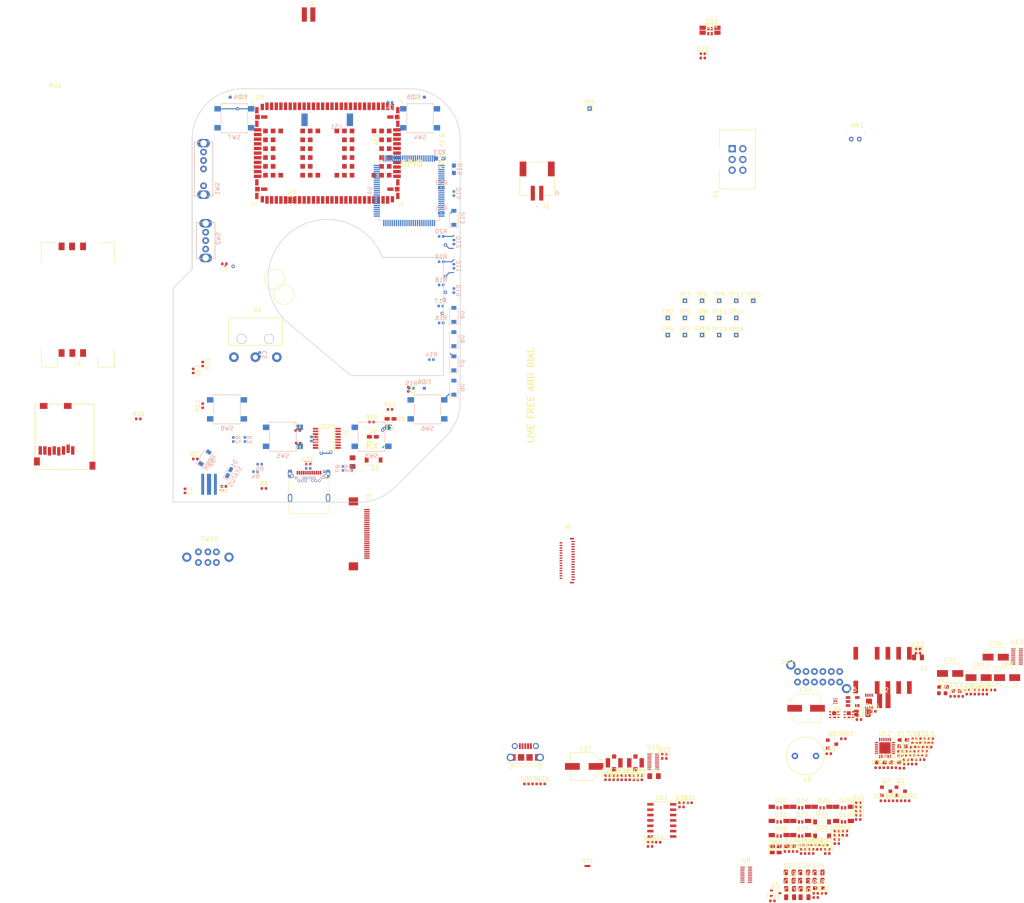
<source format=kicad_pcb>
(kicad_pcb (version 20171130) (host pcbnew 5.0.2+dfsg1-1)
  (layers (0 F.Cu signal) (1 In1.Cu signal) (2 In2.Cu signal) (31 B.Cu signal) (34 B.Paste user hide) (35 F.Paste user hide) (36 B.SilkS user) (37 F.SilkS user) (38 B.Mask user hide) (39 F.Mask user hide) (44 Edge.Cuts user))
  (net 0 "")
  (net 1 /RESET)
  (net 2 GND)
  (net 3 /AREF)
  (net 4 +5V)
  (net 5 "Net-(C7-Pad1)")
  (net 6 "Net-(C8-Pad1)")
  (net 7 "Net-(C9-Pad1)")
  (net 8 "Net-(C10-Pad2)")
  (net 9 +BATT)
  (net 10 "Net-(D4-Pad2)")
  (net 11 "Net-(D4-Pad1)")
  (net 12 "Net-(D5-Pad1)")
  (net 13 "Net-(D5-Pad2)")
  (net 14 "Net-(D11-Pad2)")
  (net 15 "Net-(D12-Pad2)")
  (net 16 "Net-(D13-Pad2)")
  (net 17 /MISO)
  (net 18 /MOSI)
  (net 19 /SCK)
  (net 20 "Net-(R2-Pad1)")
  (net 21 "Net-(R6-Pad1)")
  (net 22 "Net-(R7-Pad1)")
  (net 23 "Net-(R8-Pad1)")
  (net 24 "Net-(R9-Pad2)")
  (net 25 "Net-(U1-Pad10)")
  (net 26 "Net-(R2-Pad2)")
  (net 27 "Net-(R3-Pad2)")
  (net 28 "Net-(R13-Pad2)")
  (net 29 "Net-(R14-Pad2)")
  (net 30 "Net-(R15-Pad2)")
  (net 31 "Net-(R18-Pad2)")
  (net 32 "Net-(R21-Pad2)")
  (net 33 "Net-(SW3-Pad1)")
  (net 34 "Net-(100R1-Pad1)")
  (net 35 /CELL_ON)
  (net 36 "Net-(100R2-Pad1)")
  (net 37 /CELL_RESET)
  (net 38 /BELL_PWM)
  (net 39 "Net-(100R3-Pad1)")
  (net 40 +3V8)
  (net 41 "Net-(C11-Pad1)")
  (net 42 "Net-(C11-Pad2)")
  (net 43 VBUS)
  (net 44 "/CHARGING AND POWER MANAGEMENT/+BATT")
  (net 45 "Net-(C14-Pad1)")
  (net 46 +3V3)
  (net 47 +12V)
  (net 48 "Net-(C21-Pad1)")
  (net 49 "Net-(C21-Pad2)")
  (net 50 "/ePAPER DRIVER/PREVGH")
  (net 51 "/ePAPER DRIVER/VSH")
  (net 52 "/ePAPER DRIVER/VGH")
  (net 53 "/ePAPER DRIVER/VPP")
  (net 54 "/ePAPER DRIVER/VGL")
  (net 55 "/ePAPER DRIVER/VSL")
  (net 56 "/ePAPER DRIVER/VCOM")
  (net 57 "/ePAPER DRIVER/VDD")
  (net 58 "Net-(C36-Pad1)")
  (net 59 "/CELL TRANSCEIVER/V_BCKP")
  (net 60 "Net-(C38-Pad1)")
  (net 61 /AUDIO/V_INT)
  (net 62 "Net-(C40-Pad1)")
  (net 63 "Net-(C41-Pad1)")
  (net 64 GNDA)
  (net 65 "Net-(C46-Pad1)")
  (net 66 "Net-(C47-Pad1)")
  (net 67 "Net-(C48-Pad1)")
  (net 68 "Net-(C49-Pad1)")
  (net 69 "Net-(C50-Pad1)")
  (net 70 "Net-(C51-Pad1)")
  (net 71 "Net-(C52-Pad1)")
  (net 72 "Net-(C53-Pad1)")
  (net 73 "Net-(C54-Pad1)")
  (net 74 "Net-(C55-Pad1)")
  (net 75 "Net-(C60-Pad1)")
  (net 76 "Net-(C61-Pad1)")
  (net 77 "/OLED DRIVER/VSEGM")
  (net 78 "/OLED DRIVER/VCOMH")
  (net 79 "/OLED DRIVER/VSL")
  (net 80 "Net-(D1-Pad1)")
  (net 81 "Net-(D2-Pad1)")
  (net 82 "Net-(D3-Pad2)")
  (net 83 /RELAY_OFF)
  (net 84 "/ePAPER DRIVER/PREVGL")
  (net 85 "Net-(D13-Pad1)")
  (net 86 "Net-(D19-Pad1)")
  (net 87 "Net-(D19-Pad3)")
  (net 88 "Net-(D20-Pad2)")
  (net 89 "Net-(D21-Pad2)")
  (net 90 "Net-(D22-Pad2)")
  (net 91 "Net-(D25-Pad1)")
  (net 92 "Net-(D25-Pad3)")
  (net 93 "Net-(D26-Pad1)")
  (net 94 "Net-(D26-Pad3)")
  (net 95 "Net-(D27-Pad3)")
  (net 96 "Net-(D27-Pad1)")
  (net 97 "Net-(D28-Pad3)")
  (net 98 "Net-(D28-Pad1)")
  (net 99 "Net-(D29-Pad3)")
  (net 100 "Net-(D29-Pad1)")
  (net 101 "Net-(D30-Pad1)")
  (net 102 "Net-(D30-Pad3)")
  (net 103 "Net-(D31-Pad3)")
  (net 104 "Net-(D31-Pad1)")
  (net 105 "Net-(D32-Pad1)")
  (net 106 "Net-(D32-Pad3)")
  (net 107 "Net-(J1-PadA5)")
  (net 108 "Net-(J1-PadB5)")
  (net 109 "/ePAPER DRIVER/GDR")
  (net 110 "/ePAPER DRIVER/RESE")
  (net 111 /EPD_BUSY)
  (net 112 "/ePAPER DRIVER/RESET_3v3")
  (net 113 "/ePAPER DRIVER/DC_3v3")
  (net 114 "/ePAPER DRIVER/CS_3v3")
  (net 115 "/ePAPER DRIVER/SCK_3v3")
  (net 116 "/ePAPER DRIVER/MOSI_3v3")
  (net 117 "/CELL TRANSCEIVER/ANT2")
  (net 118 "/CELL TRANSCEIVER/ANT1")
  (net 119 "/CELL TRANSCEIVER/USB_D-")
  (net 120 "/CELL TRANSCEIVER/USB_D+")
  (net 121 "/SD CARD/SCK_3V3")
  (net 122 "/SD CARD/DO_3V3")
  (net 123 "Net-(J8-Pad8)")
  (net 124 /SD_CD)
  (net 125 "/SD CARD/DI_3V3")
  (net 126 "/SD CARD/CS_3V3")
  (net 127 "/OLED DRIVER/IREF")
  (net 128 "/OLED DRIVER/OLED_CS_3V3")
  (net 129 "/OLED DRIVER/OLED_A0_3V3")
  (net 130 "/OLED DRIVER/OLED_SI_3V3")
  (net 131 "/OLED DRIVER/OLED_RES_3V3")
  (net 132 "/OLED DRIVER/OLED_SCL_3V3")
  (net 133 "Net-(L7-Pad2)")
  (net 134 "Net-(L8-Pad2)")
  (net 135 "/CELL TRANSCEIVER/PWR_ON")
  (net 136 "/CELL TRANSCEIVER/RESET_N")
  (net 137 "Net-(Q3-Pad1)")
  (net 138 "Net-(Q3-Pad2)")
  (net 139 "Net-(Q3-Pad3)")
  (net 140 "Net-(Q3-Pad5)")
  (net 141 "Net-(Q3-Pad6)")
  (net 142 "Net-(Q4-Pad3)")
  (net 143 /MCURX-TO-FTDITX)
  (net 144 /MCUTX-TO-FTDIRX)
  (net 145 "Net-(R19-Pad1)")
  (net 146 /3v3_EN)
  (net 147 "Net-(R20-Pad1)")
  (net 148 LL_OE)
  (net 149 /EPD_CS)
  (net 150 /EPD_RESET)
  (net 151 "Net-(R26-Pad1)")
  (net 152 "Net-(R27-Pad1)")
  (net 153 "/CELL TRANSCEIVER/I2S_SDA")
  (net 154 "/CELL TRANSCEIVER/I2S_SCL")
  (net 155 "Net-(R39-Pad2)")
  (net 156 /LED_HOOK1)
  (net 157 /LED_HOOK2)
  (net 158 /LED_TURNINGON)
  (net 159 /LED_TURNINGOFF)
  (net 160 /LED_STAT)
  (net 161 /LED_1A)
  (net 162 /LED_1B)
  (net 163 /LED_2A)
  (net 164 /LED_2B)
  (net 165 /LED_3A)
  (net 166 /LED_3B)
  (net 167 /LED_4A)
  (net 168 /LED_4B)
  (net 169 /LED_5A)
  (net 170 /LED_5B)
  (net 171 /LED_6A)
  (net 172 /LED_6B)
  (net 173 /LED_7A)
  (net 174 /LED_7B)
  (net 175 /LED_8A)
  (net 176 /LED_8B)
  (net 177 /LED_9A)
  (net 178 /LED_9B)
  (net 179 /LED_10A)
  (net 180 /LED_10B)
  (net 181 "Net-(R66-Pad1)")
  (net 182 "Net-(R67-Pad1)")
  (net 183 /SW_MODE1)
  (net 184 /SW_MODE2)
  (net 185 /SW_MODE3)
  (net 186 "Net-(SW2-Pad2)")
  (net 187 /SW_MULTI1)
  (net 188 /SW_CLEAR)
  (net 189 /SW_MULTI3)
  (net 190 /SW_MULTI2)
  (net 191 /SW_HOOK)
  (net 192 /SW_MULTI4)
  (net 193 /OFFSIGNAL)
  (net 194 /SW_ROTARY)
  (net 195 /CELL_PWR_DET)
  (net 196 /CELL_CTS)
  (net 197 /CELL_RTS)
  (net 198 /CELL_STAT)
  (net 199 /OLED_CS)
  (net 200 /SD_CS)
  (net 201 /EPD_DC)
  (net 202 /12v_EN)
  (net 203 /OLED_AO)
  (net 204 /OLED_XRES)
  (net 205 /CELL_RXD)
  (net 206 /CELL_TXD)
  (net 207 "/CELL TRANSCEIVER/HOST_SELECT0")
  (net 208 "/CELL TRANSCEIVER/RXD_1v8")
  (net 209 "/CELL TRANSCEIVER/TXD_1v8")
  (net 210 "/CELL TRANSCEIVER/CTS_1v8")
  (net 211 "/CELL TRANSCEIVER/RTS_1v8")
  (net 212 "/CELL TRANSCEIVER/DCD_1v8")
  (net 213 "/CELL TRANSCEIVER/RI_1v8")
  (net 214 "/CELL TRANSCEIVER/DSR_1v8")
  (net 215 "/CELL TRANSCEIVER/I2S_WA")
  (net 216 "/CELL TRANSCEIVER/HOST_SELECT1")
  (net 217 "/CELL TRANSCEIVER/I2S_TXD")
  (net 218 "/CELL TRANSCEIVER/I2S_RXD")
  (net 219 "/CELL TRANSCEIVER/I2S_GPIO6")
  (net 220 "Net-(TP9-Pad1)")
  (net 221 /AUDIO/BLCK)
  (net 222 "Net-(TP4-Pad1)")
  (net 223 "Net-(D23-Pad2)")
  (net 224 "Net-(D24-Pad2)")
  (net 225 "Net-(D33-Pad1)")
  (net 226 "Net-(D33-Pad3)")
  (net 227 "Net-(D34-Pad1)")
  (net 228 "Net-(D34-Pad3)")
  (net 229 "Net-(J8-Pad1)")
  (net 230 "Net-(MK1-Pad2)")
  (net 231 "Net-(MK1-Pad1)")
  (module Button_Switch_SMD:SW_SPST_B3S-1000 (layer B.Cu) (at 139.5 137.5)
    (fp_text reference SW5 (at 0 4.5) (layer B.SilkS) (effects (justify mirror)))
    (fp_text value "Tactile Switch")
    (pad 2 smd rect (at 3.975 -2.25) (size 1.55 1.3) (layers B.Cu B.Paste B.Mask) (net 2 GND))
    (pad 2 smd rect (at -3.975 -2.25) (size 1.55 1.3) (layers B.Cu B.Paste B.Mask) (net 2 GND))
    (pad 1 smd rect (at 3.975 2.25) (size 1.55 1.3) (layers B.Cu B.Paste B.Mask) (net 189 /SW_MULTI3))
    (pad 1 smd rect (at -3.975 2.25) (size 1.55 1.3) (layers B.Cu B.Paste B.Mask) (net 189 /SW_MULTI3))
  )
  (module Button_Switch_SMD:SW_SPST_B3S-1000 (layer B.Cu) (at 126.25 131)
    (fp_text reference SW8 (at 0 4.5) (layer B.SilkS) (effects (justify mirror)))
    (fp_text value "Tactile Switch")
    (pad 2 smd rect (at 3.975 -2.25) (size 1.55 1.3) (layers B.Cu B.Paste B.Mask) (net 2 GND))
    (pad 2 smd rect (at -3.975 -2.25) (size 1.55 1.3) (layers B.Cu B.Paste B.Mask) (net 2 GND))
    (pad 1 smd rect (at 3.975 2.25) (size 1.55 1.3) (layers B.Cu B.Paste B.Mask) (net 192 /SW_MULTI4))
    (pad 1 smd rect (at -3.975 2.25) (size 1.55 1.3) (layers B.Cu B.Paste B.Mask) (net 192 /SW_MULTI4))
  )
  (module MountingHole:MountingHole_2.5mm (layer F.Cu) (at 76.5 83.5)
    (fp_text reference MH5 hide)
    (fp_text value MountingHole)
    (pad 1 np_thru_hole circle (at 0 0) (size 2.5 2.5) (drill 2.5) (layers *.Cu *.Mask))
  )
  (module Button_Switch_SMD:SW_SPST_B3S-1000 (layer B.Cu) (at 172 62)
    (fp_text reference SW4 (at 0 4.5) (layer B.SilkS) (effects (justify mirror)))
    (fp_text value "Tactile Switch")
    (pad 2 smd rect (at 3.975 -2.25) (size 1.55 1.3) (layers B.Cu B.Paste B.Mask) (net 2 GND))
    (pad 2 smd rect (at -3.975 -2.25) (size 1.55 1.3) (layers B.Cu B.Paste B.Mask) (net 2 GND))
    (pad 1 smd rect (at 3.975 2.25) (size 1.55 1.3) (layers B.Cu B.Paste B.Mask) (net 188 /SW_CLEAR))
    (pad 1 smd rect (at -3.975 2.25) (size 1.55 1.3) (layers B.Cu B.Paste B.Mask) (net 188 /SW_CLEAR))
  )
  (module Button_Switch_SMD:SW_SPST_B3S-1000 (layer B.Cu) (at 128 62)
    (fp_text reference SW7 (at 0 4.5) (layer B.SilkS) (effects (justify mirror)))
    (fp_text value "Tactile Switch")
    (pad 2 smd rect (at 3.975 -2.25) (size 1.55 1.3) (layers B.Cu B.Paste B.Mask) (net 2 GND))
    (pad 2 smd rect (at -3.975 -2.25) (size 1.55 1.3) (layers B.Cu B.Paste B.Mask) (net 2 GND))
    (pad 1 smd rect (at 3.975 2.25) (size 1.55 1.3) (layers B.Cu B.Paste B.Mask) (net 191 /SW_HOOK))
    (pad 1 smd rect (at -3.975 2.25) (size 1.55 1.3) (layers B.Cu B.Paste B.Mask) (net 191 /SW_HOOK))
  )
  (module MountingHole:MountingHole_2.5mm (layer F.Cu) (at 88.5 82.75)
    (fp_text reference MH4 hide)
    (fp_text value MountingHole)
    (pad 1 np_thru_hole circle (at 0 0) (size 2.5 2.5) (drill 2.5) (layers *.Cu *.Mask))
  )
  (module MyFootprints:SPDT_OS102011MA1QN1 (layer B.Cu) (at 121.2 91 90)
    (fp_text reference SW2 (at 0.5 3 90) (layer B.SilkS) (effects (justify mirror)))
    (fp_text value "CHARGE RATE SELECT")
    (pad "" thru_hole oval (at 4.1 0 90) (size 2 3) (drill 1.5) (layers *.Cu *.Mask))
    (pad "" thru_hole oval (at -4.1 0 90) (size 2 3) (drill 1.5) (layers *.Cu *.Mask))
    (pad 3 thru_hole oval (at 2 0 90) (size 1.6 1.6) (drill 0.8) (layers *.Cu *.Mask) (net 30 "Net-(R15-Pad2)"))
    (pad 2 thru_hole oval (at 0 0 90) (size 1.6 1.6) (drill 0.8) (layers *.Cu *.Mask) (net 186 "Net-(SW2-Pad2)"))
    (pad 1 thru_hole oval (at -2 0 90) (size 1.6 1.6) (drill 0.8) (layers *.Cu *.Mask) (net 29 "Net-(R14-Pad2)"))
  )
  (module Diode_SMD:D_SOD-123 (layer F.Cu) (at 161 143)
    (fp_text reference D3 (at 0.25 2) (layer F.SilkS))
    (fp_text value D_Schottky)
    (pad 2 smd rect (at 1.65 0) (size 0.9 1.2) (layers F.Cu F.Paste F.Mask) (net 82 "Net-(D3-Pad2)"))
    (pad 1 smd rect (at -1.65 0) (size 0.9 1.2) (layers F.Cu F.Paste F.Mask) (net 5 "Net-(C7-Pad1)"))
  )
  (module LED_SMD:LED_0603_1608Metric_Castellated (layer F.Cu) (at 160.8125 137.5)
    (fp_text reference D4 (at 0 -1.38) (layer F.SilkS))
    (fp_text value RX/GREEN)
    (pad 2 smd roundrect (at 0.8125 0) (size 1.225 0.85) (layers F.Cu F.Paste F.Mask) (net 10 "Net-(D4-Pad2)"))
    (pad 1 smd roundrect (at -0.8125 0) (size 1.225 0.85) (layers F.Cu F.Paste F.Mask) (net 11 "Net-(D4-Pad1)"))
  )
  (module LED_SMD:LED_0603_1608Metric_Castellated (layer F.Cu) (at 165 133.25)
    (fp_text reference D5 (at 2.5 0) (layer F.SilkS))
    (fp_text value TX/YELLOW)
    (pad 2 smd roundrect (at 0.8125 0) (size 1.225 0.85) (layers F.Cu F.Paste F.Mask) (net 13 "Net-(D5-Pad2)"))
    (pad 1 smd roundrect (at -0.8125 0) (size 1.225 0.85) (layers F.Cu F.Paste F.Mask) (net 12 "Net-(D5-Pad1)"))
  )
  (module Resistor_SMD:R_0805_2012Metric_Pad1.15x1.40mm_HandSolder (layer F.Cu) (at 156 143.5 270)
    (fp_text reference L1 (at 2.25 -0.25) (layer F.SilkS))
    (fp_text value Ferrite_Bead)
    (pad 2 smd roundrect (at 1.025 0 270) (size 1.15 1.4) (layers F.Cu F.Paste F.Mask) (roundrect_rratio 0.217391) (net 43 VBUS))
    (pad 1 smd roundrect (at -1.025 0 270) (size 1.15 1.4) (layers F.Cu F.Paste F.Mask) (roundrect_rratio 0.217391) (net 5 "Net-(C7-Pad1)"))
  )
  (module Resistor_SMD:R_0603_1608Metric_Pad1.05x0.95mm_HandSolder (layer B.Cu) (at 176.625 71.5 180)
    (fp_text reference R23 (at 0 1.43 180) (layer B.SilkS) (effects (justify mirror)))
    (fp_text value 10k)
    (pad 2 smd roundrect (at 0.875 0 180) (size 1.05 0.95) (layers B.Cu B.Paste B.Mask) (net 2 GND))
    (pad 1 smd roundrect (at -0.875 0 180) (size 1.05 0.95) (layers B.Cu B.Paste B.Mask) (net 148 LL_OE))
  )
  (module MyFootprints:SSOP-16 (layer F.Cu) (at 150 138)
    (fp_text reference U1 (at 4.25 -1.5) (layer F.SilkS))
    (fp_text value FT230XS)
    (pad 16 smd rect (at 2.567 -2.421 270) (size 0.4064 1.27) (layers F.Cu F.Paste F.Mask))
    (pad 15 smd rect (at 2.567 -1.786 270) (size 0.4064 1.27) (layers F.Cu F.Paste F.Mask))
    (pad 14 smd rect (at 2.567 -1.1256 270) (size 0.4064 1.27) (layers F.Cu F.Paste F.Mask) (net 11 "Net-(D4-Pad1)"))
    (pad 13 smd rect (at 2.567 -0.4652 270) (size 0.4064 1.27) (layers F.Cu F.Paste F.Mask) (net 2 GND))
    (pad 12 smd rect (at 2.567 0.1698 270) (size 0.4064 1.27) (layers F.Cu F.Paste F.Mask) (net 40 +3V8))
    (pad 11 smd rect (at 2.567 0.8302 270) (size 0.4064 1.27) (layers F.Cu F.Paste F.Mask) (net 25 "Net-(U1-Pad10)"))
    (pad 10 smd rect (at 2.567 1.4906 270) (size 0.4064 1.27) (layers F.Cu F.Paste F.Mask) (net 25 "Net-(U1-Pad10)"))
    (pad 9 smd rect (at 2.567 2.1256 270) (size 0.4064 1.27) (layers F.Cu F.Paste F.Mask) (net 22 "Net-(R7-Pad1)"))
    (pad 8 smd rect (at -2.767 2.1256 270) (size 0.4064 1.27) (layers F.Cu F.Paste F.Mask) (net 21 "Net-(R6-Pad1)"))
    (pad 7 smd rect (at -2.767 1.4906 270) (size 0.4064 1.27) (layers F.Cu F.Paste F.Mask) (net 12 "Net-(D5-Pad1)"))
    (pad 6 smd rect (at -2.767 0.8302 270) (size 0.4064 1.27) (layers F.Cu F.Paste F.Mask))
    (pad 5 smd rect (at -2.767 0.1698 270) (size 0.4064 1.27) (layers F.Cu F.Paste F.Mask) (net 2 GND))
    (pad 4 smd rect (at -2.767 -0.4652 270) (size 0.4064 1.27) (layers F.Cu F.Paste F.Mask) (net 24 "Net-(R9-Pad2)"))
    (pad 3 smd rect (at -2.767 -1.1256 270) (size 0.4064 1.27) (layers F.Cu F.Paste F.Mask) (net 25 "Net-(U1-Pad10)"))
    (pad 2 smd rect (at -2.767 -1.786 270) (size 0.4064 1.27) (layers F.Cu F.Paste F.Mask) (net 8 "Net-(C10-Pad2)"))
    (pad 1 smd rect (at -2.767 -2.421 270) (size 0.4064 1.27) (layers F.Cu F.Paste F.Mask) (net 23 "Net-(R8-Pad1)"))
  )
  (module MyFootprints:AWSCR-16.00CV-T (layer B.Cu) (at 122 148.75 180)
    (fp_text reference Y1 (at -3 -1 90) (layer B.SilkS) (effects (justify mirror)))
    (fp_text value 8MHz)
    (pad 3 smd rect (at 1.5 0 180) (size 0.7 5) (layers B.Cu B.Paste B.Mask) (net 20 "Net-(R2-Pad1)"))
    (pad 2 smd rect (at 0 0 180) (size 1 5) (layers B.Cu B.Paste B.Mask) (net 2 GND))
    (pad 1 smd rect (at -1.5 0 180) (size 0.7 5) (layers B.Cu B.Paste B.Mask) (net 26 "Net-(R2-Pad2)"))
  )
  (module Button_Switch_SMD:SW_SPST_B3S-1000 (layer B.Cu) (at 160.5 137.5)
    (fp_text reference SW3 (at 0 4.5) (layer B.SilkS) (effects (justify mirror)))
    (fp_text value "Tactile Switch")
    (pad 2 smd rect (at 3.975 -2.25) (size 1.55 1.3) (layers B.Cu B.Paste B.Mask) (net 2 GND))
    (pad 2 smd rect (at -3.975 -2.25) (size 1.55 1.3) (layers B.Cu B.Paste B.Mask) (net 2 GND))
    (pad 1 smd rect (at 3.975 2.25) (size 1.55 1.3) (layers B.Cu B.Paste B.Mask) (net 187 /SW_MULTI1))
    (pad 1 smd rect (at -3.975 2.25) (size 1.55 1.3) (layers B.Cu B.Paste B.Mask) (net 187 /SW_MULTI1))
  )
  (module Button_Switch_SMD:SW_SPST_B3S-1000 (layer B.Cu) (at 173.75 131)
    (fp_text reference SW6 (at 0 4.5) (layer B.SilkS) (effects (justify mirror)))
    (fp_text value "Tactile Switch")
    (pad 2 smd rect (at 3.975 -2.25) (size 1.55 1.3) (layers B.Cu B.Paste B.Mask) (net 2 GND))
    (pad 2 smd rect (at -3.975 -2.25) (size 1.55 1.3) (layers B.Cu B.Paste B.Mask) (net 2 GND))
    (pad 1 smd rect (at 3.975 2.25) (size 1.55 1.3) (layers B.Cu B.Paste B.Mask) (net 190 /SW_MULTI2))
    (pad 1 smd rect (at -3.975 2.25) (size 1.55 1.3) (layers B.Cu B.Paste B.Mask) (net 190 /SW_MULTI2))
  )
  (module Package_QFP:TQFP-100_14x14mm_P0.5mm (layer B.Cu) (at 169.4 79.175 270)
    (fp_text reference U4 (at 0 9.35 270) (layer B.SilkS) (effects (justify mirror)))
    (fp_text value ATmega2560V-8AU)
    (pad 100 smd rect (at -6 7.65 270) (size 0.3 1.5) (layers B.Cu B.Paste B.Mask) (net 40 +3V8))
    (pad 99 smd rect (at -5.5 7.65 270) (size 0.3 1.5) (layers B.Cu B.Paste B.Mask) (net 2 GND))
    (pad 98 smd rect (at -5 7.65 270) (size 0.3 1.5) (layers B.Cu B.Paste B.Mask) (net 3 /AREF))
    (pad 97 smd rect (at -4.5 7.65 270) (size 0.3 1.5) (layers B.Cu B.Paste B.Mask) (net 35 /CELL_ON))
    (pad 96 smd rect (at -4 7.65 270) (size 0.3 1.5) (layers B.Cu B.Paste B.Mask) (net 37 /CELL_RESET))
    (pad 95 smd rect (at -3.5 7.65 270) (size 0.3 1.5) (layers B.Cu B.Paste B.Mask) (net 195 /CELL_PWR_DET))
    (pad 94 smd rect (at -3 7.65 270) (size 0.3 1.5) (layers B.Cu B.Paste B.Mask) (net 196 /CELL_CTS))
    (pad 93 smd rect (at -2.5 7.65 270) (size 0.3 1.5) (layers B.Cu B.Paste B.Mask) (net 197 /CELL_RTS))
    (pad 92 smd rect (at -2 7.65 270) (size 0.3 1.5) (layers B.Cu B.Paste B.Mask) (net 198 /CELL_STAT))
    (pad 91 smd rect (at -1.5 7.65 270) (size 0.3 1.5) (layers B.Cu B.Paste B.Mask) (net 161 /LED_1A))
    (pad 90 smd rect (at -1 7.65 270) (size 0.3 1.5) (layers B.Cu B.Paste B.Mask) (net 162 /LED_1B))
    (pad 89 smd rect (at -0.5 7.65 270) (size 0.3 1.5) (layers B.Cu B.Paste B.Mask) (net 179 /LED_10A))
    (pad 88 smd rect (at 0 7.65 270) (size 0.3 1.5) (layers B.Cu B.Paste B.Mask) (net 178 /LED_9B))
    (pad 87 smd rect (at 0.5 7.65 270) (size 0.3 1.5) (layers B.Cu B.Paste B.Mask) (net 177 /LED_9A))
    (pad 86 smd rect (at 1 7.65 270) (size 0.3 1.5) (layers B.Cu B.Paste B.Mask) (net 176 /LED_8B))
    (pad 85 smd rect (at 1.5 7.65 270) (size 0.3 1.5) (layers B.Cu B.Paste B.Mask) (net 175 /LED_8A))
    (pad 84 smd rect (at 2 7.65 270) (size 0.3 1.5) (layers B.Cu B.Paste B.Mask) (net 174 /LED_7B))
    (pad 83 smd rect (at 2.5 7.65 270) (size 0.3 1.5) (layers B.Cu B.Paste B.Mask) (net 173 /LED_7A))
    (pad 82 smd rect (at 3 7.65 270) (size 0.3 1.5) (layers B.Cu B.Paste B.Mask) (net 172 /LED_6B))
    (pad 81 smd rect (at 3.5 7.65 270) (size 0.3 1.5) (layers B.Cu B.Paste B.Mask) (net 2 GND))
    (pad 80 smd rect (at 4 7.65 270) (size 0.3 1.5) (layers B.Cu B.Paste B.Mask) (net 40 +3V8))
    (pad 79 smd rect (at 4.5 7.65 270) (size 0.3 1.5) (layers B.Cu B.Paste B.Mask))
    (pad 78 smd rect (at 5 7.65 270) (size 0.3 1.5) (layers B.Cu B.Paste B.Mask) (net 199 /OLED_CS))
    (pad 77 smd rect (at 5.5 7.65 270) (size 0.3 1.5) (layers B.Cu B.Paste B.Mask) (net 124 /SD_CD))
    (pad 76 smd rect (at 6 7.65 270) (size 0.3 1.5) (layers B.Cu B.Paste B.Mask) (net 200 /SD_CS))
    (pad 75 smd rect (at 7.65 6 270) (size 1.5 0.3) (layers B.Cu B.Paste B.Mask) (net 149 /EPD_CS))
    (pad 74 smd rect (at 7.65 5.5 270) (size 1.5 0.3) (layers B.Cu B.Paste B.Mask) (net 201 /EPD_DC))
    (pad 73 smd rect (at 7.65 5 270) (size 1.5 0.3) (layers B.Cu B.Paste B.Mask) (net 193 /OFFSIGNAL))
    (pad 72 smd rect (at 7.65 4.5 270) (size 1.5 0.3) (layers B.Cu B.Paste B.Mask) (net 150 /EPD_RESET))
    (pad 71 smd rect (at 7.65 4 270) (size 1.5 0.3) (layers B.Cu B.Paste B.Mask) (net 111 /EPD_BUSY))
    (pad 70 smd rect (at 7.65 3.5 270) (size 1.5 0.3) (layers B.Cu B.Paste B.Mask) (net 194 /SW_ROTARY))
    (pad 69 smd rect (at 7.65 3 270) (size 1.5 0.3) (layers B.Cu B.Paste B.Mask))
    (pad 68 smd rect (at 7.65 2.5 270) (size 1.5 0.3) (layers B.Cu B.Paste B.Mask))
    (pad 67 smd rect (at 7.65 2 270) (size 1.5 0.3) (layers B.Cu B.Paste B.Mask))
    (pad 66 smd rect (at 7.65 1.5 270) (size 1.5 0.3) (layers B.Cu B.Paste B.Mask))
    (pad 65 smd rect (at 7.65 1 270) (size 1.5 0.3) (layers B.Cu B.Paste B.Mask))
    (pad 64 smd rect (at 7.65 0.5 270) (size 1.5 0.3) (layers B.Cu B.Paste B.Mask) (net 170 /LED_5B))
    (pad 63 smd rect (at 7.65 0 270) (size 1.5 0.3) (layers B.Cu B.Paste B.Mask) (net 171 /LED_6A))
    (pad 62 smd rect (at 7.65 -0.5 270) (size 1.5 0.3) (layers B.Cu B.Paste B.Mask) (net 2 GND))
    (pad 61 smd rect (at 7.65 -1 270) (size 1.5 0.3) (layers B.Cu B.Paste B.Mask) (net 40 +3V8))
    (pad 60 smd rect (at 7.65 -1.5 270) (size 1.5 0.3) (layers B.Cu B.Paste B.Mask) (net 202 /12v_EN))
    (pad 59 smd rect (at 7.65 -2 270) (size 1.5 0.3) (layers B.Cu B.Paste B.Mask) (net 146 /3v3_EN))
    (pad 58 smd rect (at 7.65 -2.5 270) (size 1.5 0.3) (layers B.Cu B.Paste B.Mask) (net 192 /SW_MULTI4))
    (pad 57 smd rect (at 7.65 -3 270) (size 1.5 0.3) (layers B.Cu B.Paste B.Mask) (net 191 /SW_HOOK))
    (pad 56 smd rect (at 7.65 -3.5 270) (size 1.5 0.3) (layers B.Cu B.Paste B.Mask) (net 190 /SW_MULTI2))
    (pad 55 smd rect (at 7.65 -4 270) (size 1.5 0.3) (layers B.Cu B.Paste B.Mask) (net 189 /SW_MULTI3))
    (pad 54 smd rect (at 7.65 -4.5 270) (size 1.5 0.3) (layers B.Cu B.Paste B.Mask) (net 188 /SW_CLEAR))
    (pad 53 smd rect (at 7.65 -5 270) (size 1.5 0.3) (layers B.Cu B.Paste B.Mask) (net 187 /SW_MULTI1))
    (pad 52 smd rect (at 7.65 -5.5 270) (size 1.5 0.3) (layers B.Cu B.Paste B.Mask) (net 163 /LED_2A))
    (pad 51 smd rect (at 7.65 -6 270) (size 1.5 0.3) (layers B.Cu B.Paste B.Mask) (net 164 /LED_2B))
    (pad 50 smd rect (at 6 -7.65 270) (size 0.3 1.5) (layers B.Cu B.Paste B.Mask) (net 148 LL_OE))
    (pad 49 smd rect (at 5.5 -7.65 270) (size 0.3 1.5) (layers B.Cu B.Paste B.Mask))
    (pad 48 smd rect (at 5 -7.65 270) (size 0.3 1.5) (layers B.Cu B.Paste B.Mask))
    (pad 47 smd rect (at 4.5 -7.65 270) (size 0.3 1.5) (layers B.Cu B.Paste B.Mask))
    (pad 46 smd rect (at 4 -7.65 270) (size 0.3 1.5) (layers B.Cu B.Paste B.Mask) (net 185 /SW_MODE3))
    (pad 45 smd rect (at 3.5 -7.65 270) (size 0.3 1.5) (layers B.Cu B.Paste B.Mask) (net 184 /SW_MODE2))
    (pad 44 smd rect (at 3 -7.65 270) (size 0.3 1.5) (layers B.Cu B.Paste B.Mask) (net 183 /SW_MODE1))
    (pad 43 smd rect (at 2.5 -7.65 270) (size 0.3 1.5) (layers B.Cu B.Paste B.Mask))
    (pad 42 smd rect (at 2 -7.65 270) (size 0.3 1.5) (layers B.Cu B.Paste B.Mask) (net 180 /LED_10B))
    (pad 41 smd rect (at 1.5 -7.65 270) (size 0.3 1.5) (layers B.Cu B.Paste B.Mask))
    (pad 40 smd rect (at 1 -7.65 270) (size 0.3 1.5) (layers B.Cu B.Paste B.Mask))
    (pad 39 smd rect (at 0.5 -7.65 270) (size 0.3 1.5) (layers B.Cu B.Paste B.Mask) (net 157 /LED_HOOK2))
    (pad 38 smd rect (at 0 -7.65 270) (size 0.3 1.5) (layers B.Cu B.Paste B.Mask) (net 156 /LED_HOOK1))
    (pad 37 smd rect (at -0.5 -7.65 270) (size 0.3 1.5) (layers B.Cu B.Paste B.Mask) (net 160 /LED_STAT))
    (pad 36 smd rect (at -1 -7.65 270) (size 0.3 1.5) (layers B.Cu B.Paste B.Mask) (net 159 /LED_TURNINGOFF))
    (pad 35 smd rect (at -1.5 -7.65 270) (size 0.3 1.5) (layers B.Cu B.Paste B.Mask) (net 158 /LED_TURNINGON))
    (pad 34 smd rect (at -2 -7.65 270) (size 0.3 1.5) (layers B.Cu B.Paste B.Mask) (net 26 "Net-(R2-Pad2)"))
    (pad 33 smd rect (at -2.5 -7.65 270) (size 0.3 1.5) (layers B.Cu B.Paste B.Mask) (net 27 "Net-(R3-Pad2)"))
    (pad 32 smd rect (at -3 -7.65 270) (size 0.3 1.5) (layers B.Cu B.Paste B.Mask) (net 2 GND))
    (pad 31 smd rect (at -3.5 -7.65 270) (size 0.3 1.5) (layers B.Cu B.Paste B.Mask) (net 40 +3V8))
    (pad 30 smd rect (at -4 -7.65 270) (size 0.3 1.5) (layers B.Cu B.Paste B.Mask) (net 1 /RESET))
    (pad 29 smd rect (at -4.5 -7.65 270) (size 0.3 1.5) (layers B.Cu B.Paste B.Mask))
    (pad 28 smd rect (at -5 -7.65 270) (size 0.3 1.5) (layers B.Cu B.Paste B.Mask))
    (pad 27 smd rect (at -5.5 -7.65 270) (size 0.3 1.5) (layers B.Cu B.Paste B.Mask))
    (pad 26 smd rect (at -6 -7.65 270) (size 0.3 1.5) (layers B.Cu B.Paste B.Mask))
    (pad 25 smd rect (at -7.65 -6 270) (size 1.5 0.3) (layers B.Cu B.Paste B.Mask) (net 83 /RELAY_OFF))
    (pad 24 smd rect (at -7.65 -5.5 270) (size 1.5 0.3) (layers B.Cu B.Paste B.Mask) (net 203 /OLED_AO))
    (pad 23 smd rect (at -7.65 -5 270) (size 1.5 0.3) (layers B.Cu B.Paste B.Mask) (net 204 /OLED_XRES))
    (pad 22 smd rect (at -7.65 -4.5 270) (size 1.5 0.3) (layers B.Cu B.Paste B.Mask) (net 17 /MISO))
    (pad 21 smd rect (at -7.65 -4 270) (size 1.5 0.3) (layers B.Cu B.Paste B.Mask) (net 18 /MOSI))
    (pad 20 smd rect (at -7.65 -3.5 270) (size 1.5 0.3) (layers B.Cu B.Paste B.Mask) (net 19 /SCK))
    (pad 19 smd rect (at -7.65 -3 270) (size 1.5 0.3) (layers B.Cu B.Paste B.Mask) (net 205 /CELL_RXD))
    (pad 18 smd rect (at -7.65 -2.5 270) (size 1.5 0.3) (layers B.Cu B.Paste B.Mask) (net 206 /CELL_TXD))
    (pad 17 smd rect (at -7.65 -2 270) (size 1.5 0.3) (layers B.Cu B.Paste B.Mask) (net 165 /LED_3A))
    (pad 16 smd rect (at -7.65 -1.5 270) (size 1.5 0.3) (layers B.Cu B.Paste B.Mask) (net 166 /LED_3B))
    (pad 15 smd rect (at -7.65 -1 270) (size 1.5 0.3) (layers B.Cu B.Paste B.Mask) (net 167 /LED_4A))
    (pad 14 smd rect (at -7.65 -0.5 270) (size 1.5 0.3) (layers B.Cu B.Paste B.Mask))
    (pad 13 smd rect (at -7.65 0 270) (size 1.5 0.3) (layers B.Cu B.Paste B.Mask) (net 168 /LED_4B))
    (pad 12 smd rect (at -7.65 0.5 270) (size 1.5 0.3) (layers B.Cu B.Paste B.Mask) (net 169 /LED_5A))
    (pad 11 smd rect (at -7.65 1 270) (size 1.5 0.3) (layers B.Cu B.Paste B.Mask) (net 2 GND))
    (pad 10 smd rect (at -7.65 1.5 270) (size 1.5 0.3) (layers B.Cu B.Paste B.Mask) (net 40 +3V8))
    (pad 9 smd rect (at -7.65 2 270) (size 1.5 0.3) (layers B.Cu B.Paste B.Mask))
    (pad 8 smd rect (at -7.65 2.5 270) (size 1.5 0.3) (layers B.Cu B.Paste B.Mask))
    (pad 7 smd rect (at -7.65 3 270) (size 1.5 0.3) (layers B.Cu B.Paste B.Mask))
    (pad 6 smd rect (at -7.65 3.5 270) (size 1.5 0.3) (layers B.Cu B.Paste B.Mask))
    (pad 5 smd rect (at -7.65 4 270) (size 1.5 0.3) (layers B.Cu B.Paste B.Mask))
    (pad 4 smd rect (at -7.65 4.5 270) (size 1.5 0.3) (layers B.Cu B.Paste B.Mask))
    (pad 3 smd rect (at -7.65 5 270) (size 1.5 0.3) (layers B.Cu B.Paste B.Mask) (net 144 /MCUTX-TO-FTDIRX))
    (pad 2 smd rect (at -7.65 5.5 270) (size 1.5 0.3) (layers B.Cu B.Paste B.Mask) (net 143 /MCURX-TO-FTDITX))
    (pad 1 smd rect (at -7.65 6 270) (size 1.5 0.3) (layers B.Cu B.Paste B.Mask) (net 38 /BELL_PWM))
  )
  (module Fiducial:Fiducial_0.75mm_Dia_1.5mm_Outer (layer F.Cu) (at 127 57)
    (fp_text reference FID1 (at 2.5 0) (layer F.SilkS))
    (fp_text value Fiducial)
    (pad ~ smd circle (at 0 0) (size 0.75 0.75) (layers F.Cu F.Mask) (clearance 0.375))
  )
  (module Fiducial:Fiducial_0.75mm_Dia_1.5mm_Outer (layer F.Cu) (at 173 57)
    (fp_text reference FID2 (at -2.5 0) (layer F.SilkS))
    (fp_text value Fiducial)
    (pad ~ smd circle (at 0 0) (size 0.75 0.75) (layers F.Cu F.Mask) (clearance 0.375))
  )
  (module Fiducial:Fiducial_0.75mm_Dia_1.5mm_Outer (layer F.Cu) (at 173 126)
    (fp_text reference FID3 (at 0 -1.5) (layer F.SilkS))
    (fp_text value Fiducial)
    (pad ~ smd circle (at 0 0) (size 0.75 0.75) (layers F.Cu F.Mask) (clearance 0.375))
  )
  (module MountingHole:MountingHole_2.5mm (layer F.Cu) (at 85.5 57.75)
    (fp_text reference MH1 (at 0 -3.5) (layer F.SilkS))
    (fp_text value MountingHole)
    (pad 1 np_thru_hole circle (at 0 0) (size 2.5 2.5) (drill 2.5) (layers *.Cu *.Mask))
  )
  (module MountingHole:MountingHole_2.5mm (layer F.Cu) (at 82.75 74)
    (fp_text reference MH2 hide)
    (fp_text value MountingHole)
    (pad 1 np_thru_hole circle (at 0 0) (size 2.5 2.5) (drill 2.5) (layers *.Cu *.Mask))
  )
  (module MountingHole:MountingHole_2.5mm (layer F.Cu) (at 75.25 62)
    (fp_text reference MH3 hide)
    (fp_text value MountingHole)
    (pad 1 np_thru_hole circle (at 0 0) (size 2.5 2.5) (drill 2.5) (layers *.Cu *.Mask))
  )
  (module Fiducial:Fiducial_0.75mm_Dia_1.5mm_Outer (layer B.Cu) (at 127 57)
    (fp_text reference FID4 (at 2.5 0) (layer B.SilkS) (effects (justify mirror)))
    (fp_text value Fiducial)
    (pad ~ smd circle (at 0 0) (size 0.75 0.75) (layers B.Cu B.Mask) (clearance 0.375))
  )
  (module Fiducial:Fiducial_0.75mm_Dia_1.5mm_Outer (layer B.Cu) (at 173 57)
    (fp_text reference FID5 (at -2.5 0) (layer B.SilkS) (effects (justify mirror)))
    (fp_text value Fiducial)
    (pad ~ smd circle (at 0 0) (size 0.75 0.75) (layers B.Cu B.Mask) (clearance 0.375))
  )
  (module Fiducial:Fiducial_0.75mm_Dia_1.5mm_Outer (layer B.Cu) (at 173 126)
    (fp_text reference FID6 (at 0 -1.5) (layer B.SilkS) (effects (justify mirror)))
    (fp_text value Fiducial)
    (pad ~ smd circle (at 0 0) (size 0.75 0.75) (layers B.Cu B.Mask) (clearance 0.375))
  )
  (module LED_SMD:LED_0603_1608Metric_Castellated (layer B.Cu) (at 126.75 146 62)
    (fp_text reference D1 (at 2.426226 0.089953 62) (layer B.SilkS) (effects (justify mirror)))
    (fp_text value LED)
    (pad 2 smd roundrect (at 0.8125 0 62) (size 1.225 0.85) (layers B.Cu B.Paste B.Mask) (net 43 VBUS))
    (pad 1 smd roundrect (at -0.8125 0 62) (size 1.225 0.85) (layers B.Cu B.Paste B.Mask) (net 80 "Net-(D1-Pad1)"))
  )
  (module MyFootprints:SP3T_OS103011MA7QP1 (layer B.Cu) (at 120.7 74 90)
    (fp_text reference SW1 (at -4.7 3.3 90) (layer B.SilkS) (effects (justify mirror)))
    (fp_text value SP3T)
    (pad "" thru_hole oval (at 6.1 0 90) (size 2 3) (drill 1.5) (layers *.Cu *.Mask))
    (pad "" thru_hole oval (at -6.1 0 90) (size 2 3) (drill 1.5) (layers *.Cu *.Mask))
    (pad 4 thru_hole circle (at 4 0 90) (size 1.6 1.6) (drill 0.8) (layers *.Cu *.Mask) (net 183 /SW_MODE1))
    (pad 3 thru_hole circle (at 2 0 90) (size 1.6 1.6) (drill 0.8) (layers *.Cu *.Mask) (net 184 /SW_MODE2))
    (pad 2 thru_hole circle (at 0 0 90) (size 1.6 1.6) (drill 0.8) (layers *.Cu *.Mask) (net 2 GND))
    (pad 1 thru_hole circle (at -4 0 90) (size 1.6 1.6) (drill 0.8) (layers *.Cu *.Mask) (net 185 /SW_MODE3))
  )
  (module MyFootprints:S2B-PH-SM4-TBLFSN (layer F.Cu) (at 199.73 83.18)
    (fp_text reference J2 (at 2.075001 -0.327301) (layer F.SilkS))
    (fp_text value JST2 hide)
    (fp_text user * (at 0 0) (layer F.SilkS))
    (pad 4 smd rect (at 3.35 -9.177302) (size 1.6002 3.5052) (layers F.Cu F.Paste F.Mask))
    (pad 3 smd rect (at -3.35 -9.177302) (size 1.6002 3.5052) (layers F.Cu F.Paste F.Mask))
    (pad 2 smd rect (at -1.024999 -3.427301) (size 0.9906 3.5052) (layers F.Cu F.Paste F.Mask) (net 42 "Net-(C11-Pad2)"))
    (pad 1 smd rect (at 0.974999 -3.427301) (size 0.9906 3.5052) (layers F.Cu F.Paste F.Mask) (net 44 "/CHARGING AND POWER MANAGEMENT/+BATT"))
  )
  (module Resistor_SMD:R_0402_1005Metric (layer F.Cu) (at 287.385001 223.775001)
    (fp_text reference 100R1 (at 0 -1.17) (layer F.SilkS))
    (fp_text value R_US)
    (pad 1 smd roundrect (at -0.485 0) (size 0.59 0.64) (layers F.Cu F.Paste F.Mask) (net 34 "Net-(100R1-Pad1)"))
    (pad 2 smd roundrect (at 0.485 0) (size 0.59 0.64) (layers F.Cu F.Paste F.Mask) (net 35 /CELL_ON))
  )
  (module Resistor_SMD:R_0402_1005Metric (layer F.Cu) (at 281.655001 223.775001)
    (fp_text reference 100R2 (at 0 -1.17) (layer F.SilkS))
    (fp_text value R_US)
    (pad 1 smd roundrect (at -0.485 0) (size 0.59 0.64) (layers F.Cu F.Paste F.Mask) (net 36 "Net-(100R2-Pad1)"))
    (pad 2 smd roundrect (at 0.485 0) (size 0.59 0.64) (layers F.Cu F.Paste F.Mask) (net 37 /CELL_RESET))
  )
  (module Resistor_SMD:R_0402_1005Metric (layer F.Cu) (at 272.275001 209.075001)
    (fp_text reference 100R3 (at 0 -1.17) (layer F.SilkS))
    (fp_text value R_US)
    (pad 2 smd roundrect (at 0.485 0) (size 0.59 0.64) (layers F.Cu F.Paste F.Mask) (net 38 /BELL_PWM))
    (pad 1 smd roundrect (at -0.485 0) (size 0.59 0.64) (layers F.Cu F.Paste F.Mask) (net 39 "Net-(100R3-Pad1)"))
  )
  (module Resistor_SMD:R_0402_1005Metric (layer F.Cu) (at 283.565001 223.775001)
    (fp_text reference 1M1 (at 0 -1.17) (layer F.SilkS))
    (fp_text value R_US)
    (pad 1 smd roundrect (at -0.485 0) (size 0.59 0.64) (layers F.Cu F.Paste F.Mask) (net 35 /CELL_ON))
    (pad 2 smd roundrect (at 0.485 0) (size 0.59 0.64) (layers F.Cu F.Paste F.Mask) (net 2 GND))
  )
  (module Resistor_SMD:R_0402_1005Metric (layer F.Cu) (at 285.475001 223.775001)
    (fp_text reference 1M2 (at 0 -1.17) (layer F.SilkS))
    (fp_text value R_US)
    (pad 2 smd roundrect (at 0.485 0) (size 0.59 0.64) (layers F.Cu F.Paste F.Mask) (net 2 GND))
    (pad 1 smd roundrect (at -0.485 0) (size 0.59 0.64) (layers F.Cu F.Paste F.Mask) (net 37 /CELL_RESET))
  )
  (module Resistor_SMD:R_0402_1005Metric (layer F.Cu) (at 268.825001 212.625001)
    (fp_text reference 1M3 (at 0 -1.17) (layer F.SilkS))
    (fp_text value R_US)
    (pad 2 smd roundrect (at 0.485 0) (size 0.59 0.64) (layers F.Cu F.Paste F.Mask) (net 2 GND))
    (pad 1 smd roundrect (at -0.485 0) (size 0.59 0.64) (layers F.Cu F.Paste F.Mask) (net 38 /BELL_PWM))
  )
  (module Capacitor_SMD:C_0402_1005Metric (layer F.Cu) (at 143 136)
    (fp_text reference C1 (at 0 -1.17) (layer F.SilkS))
    (fp_text value 22pF)
    (pad 2 smd roundrect (at 0.485 0) (size 0.59 0.64) (layers F.Cu F.Paste F.Mask) (net 2 GND))
    (pad 1 smd roundrect (at -0.485 0) (size 0.59 0.64) (layers F.Cu F.Paste F.Mask) (net 1 /RESET))
  )
  (module Capacitor_SMD:C_0402_1005Metric (layer F.Cu) (at 116.31 150.305 270)
    (fp_text reference C2 (at 0 -1.17 270) (layer F.SilkS))
    (fp_text value .1uF)
    (pad 2 smd roundrect (at 0.485 0 270) (size 0.59 0.64) (layers F.Cu F.Paste F.Mask) (net 2 GND))
    (pad 1 smd roundrect (at -0.485 0 270) (size 0.59 0.64) (layers F.Cu F.Paste F.Mask) (net 3 /AREF))
  )
  (module Capacitor_SMD:C_0402_1005Metric (layer F.Cu) (at 169.2 126.25 270)
    (fp_text reference C3 (at 0 -1.17 270) (layer F.SilkS))
    (fp_text value .1uF)
    (pad 1 smd roundrect (at -0.485 0 270) (size 0.59 0.64) (layers F.Cu F.Paste F.Mask) (net 40 +3V8))
    (pad 2 smd roundrect (at 0.485 0 270) (size 0.59 0.64) (layers F.Cu F.Paste F.Mask) (net 2 GND))
  )
  (module Capacitor_SMD:C_0402_1005Metric (layer B.Cu) (at 164.875 58.25)
    (fp_text reference C4 (at 0 1.17) (layer B.SilkS) (effects (justify mirror)))
    (fp_text value .1uF)
    (pad 2 smd roundrect (at 0.485 0) (size 0.59 0.64) (layers B.Cu B.Paste B.Mask) (net 2 GND))
    (pad 1 smd roundrect (at -0.485 0) (size 0.59 0.64) (layers B.Cu B.Paste B.Mask) (net 40 +3V8))
  )
  (module Capacitor_SMD:C_0402_1005Metric (layer B.Cu) (at 134 118 90)
    (fp_text reference C5 (at 0 1.17 90) (layer B.SilkS) (effects (justify mirror)))
    (fp_text value .1uF)
    (pad 1 smd roundrect (at -0.485 0 90) (size 0.59 0.64) (layers B.Cu B.Paste B.Mask) (net 40 +3V8))
    (pad 2 smd roundrect (at 0.485 0 90) (size 0.59 0.64) (layers B.Cu B.Paste B.Mask) (net 2 GND))
  )
  (module Capacitor_SMD:C_0402_1005Metric (layer F.Cu) (at 125.625 96.5 180)
    (fp_text reference C6 (at 0 -1.17 180) (layer F.SilkS))
    (fp_text value .1uF)
    (pad 2 smd roundrect (at 0.485 0 180) (size 0.59 0.64) (layers F.Cu F.Paste F.Mask) (net 2 GND))
    (pad 1 smd roundrect (at -0.485 0 180) (size 0.59 0.64) (layers F.Cu F.Paste F.Mask) (net 40 +3V8))
  )
  (module Capacitor_SMD:C_0402_1005Metric (layer B.Cu) (at 145.5 145 180)
    (fp_text reference C7 (at 0 1.17 180) (layer B.SilkS) (effects (justify mirror)))
    (fp_text value 10nF)
    (pad 1 smd roundrect (at -0.485 0 180) (size 0.59 0.64) (layers B.Cu B.Paste B.Mask) (net 5 "Net-(C7-Pad1)"))
    (pad 2 smd roundrect (at 0.485 0 180) (size 0.59 0.64) (layers B.Cu B.Paste B.Mask) (net 2 GND))
  )
  (module Capacitor_SMD:C_0402_1005Metric (layer B.Cu) (at 149.75 145.75)
    (fp_text reference C8 (at 0 1.17) (layer B.SilkS) (effects (justify mirror)))
    (fp_text value 47pF)
    (pad 1 smd roundrect (at -0.485 0) (size 0.59 0.64) (layers B.Cu B.Paste B.Mask) (net 6 "Net-(C8-Pad1)"))
    (pad 2 smd roundrect (at 0.485 0) (size 0.59 0.64) (layers B.Cu B.Paste B.Mask) (net 2 GND))
  )
  (module Capacitor_SMD:C_0402_1005Metric (layer B.Cu) (at 146.25 138 90)
    (fp_text reference C9 (at 0 1.17 90) (layer B.SilkS) (effects (justify mirror)))
    (fp_text value 47pF)
    (pad 1 smd roundrect (at -0.485 0 90) (size 0.59 0.64) (layers B.Cu B.Paste B.Mask) (net 7 "Net-(C9-Pad1)"))
    (pad 2 smd roundrect (at 0.485 0 90) (size 0.59 0.64) (layers B.Cu B.Paste B.Mask) (net 2 GND))
  )
  (module Capacitor_SMD:C_0402_1005Metric (layer F.Cu) (at 145.5 144)
    (fp_text reference C10 (at 0 -1.17) (layer F.SilkS))
    (fp_text value .1uF)
    (pad 2 smd roundrect (at 0.485 0) (size 0.59 0.64) (layers F.Cu F.Paste F.Mask) (net 8 "Net-(C10-Pad2)"))
    (pad 1 smd roundrect (at -0.485 0) (size 0.59 0.64) (layers F.Cu F.Paste F.Mask) (net 1 /RESET))
  )
  (module Capacitor_SMD:C_0402_1005Metric (layer F.Cu) (at 289.955001 188.795001)
    (fp_text reference C11 (at 0 -1.17) (layer F.SilkS))
    (fp_text value .1uF)
    (pad 1 smd roundrect (at -0.485 0) (size 0.59 0.64) (layers F.Cu F.Paste F.Mask) (net 41 "Net-(C11-Pad1)"))
    (pad 2 smd roundrect (at 0.485 0) (size 0.59 0.64) (layers F.Cu F.Paste F.Mask) (net 42 "Net-(C11-Pad2)"))
  )
  (module Capacitor_SMD:C_0402_1005Metric (layer F.Cu) (at 275.965001 204.525001)
    (fp_text reference C12 (at 0 -1.17) (layer F.SilkS))
    (fp_text value 4.7uF)
    (pad 1 smd roundrect (at -0.485 0) (size 0.59 0.64) (layers F.Cu F.Paste F.Mask) (net 43 VBUS))
    (pad 2 smd roundrect (at 0.485 0) (size 0.59 0.64) (layers F.Cu F.Paste F.Mask) (net 2 GND))
  )
  (module Capacitor_SMD:C_0402_1005Metric (layer F.Cu) (at 289.955001 187.805001)
    (fp_text reference C13 (at 0 -1.17) (layer F.SilkS))
    (fp_text value "4.7uF or 10uF")
    (pad 2 smd roundrect (at 0.485 0) (size 0.59 0.64) (layers F.Cu F.Paste F.Mask) (net 44 "/CHARGING AND POWER MANAGEMENT/+BATT"))
    (pad 1 smd roundrect (at -0.485 0) (size 0.59 0.64) (layers F.Cu F.Paste F.Mask) (net 2 GND))
  )
  (module Capacitor_SMD:CP_Elec_6.3x4.5 (layer F.Cu) (at 263.445001 201.855001)
    (fp_text reference C14 (at 0 -4.35) (layer F.SilkS))
    (fp_text value "100uF, 10V")
    (pad 1 smd rect (at -2.7 0) (size 3.5 1.6) (layers F.Cu F.Paste F.Mask) (net 45 "Net-(C14-Pad1)"))
    (pad 2 smd rect (at 2.7 0) (size 3.5 1.6) (layers F.Cu F.Paste F.Mask) (net 2 GND))
  )
  (module Capacitor_SMD:C_0402_1005Metric (layer F.Cu) (at 279.375001 202.575001)
    (fp_text reference C15 (at 0 -1.17) (layer F.SilkS))
    (fp_text value "2.2uF, LOW-ESR CER.")
    (pad 2 smd roundrect (at 0.485 0) (size 0.59 0.64) (layers F.Cu F.Paste F.Mask) (net 40 +3V8))
    (pad 1 smd roundrect (at -0.485 0) (size 0.59 0.64) (layers F.Cu F.Paste F.Mask) (net 2 GND))
  )
  (module Capacitor_SMD:C_0402_1005Metric (layer F.Cu) (at 265.735001 245.715001)
    (fp_text reference C18 (at 0 -1.17) (layer F.SilkS))
    (fp_text value .1uF)
    (pad 2 smd roundrect (at 0.485 0) (size 0.59 0.64) (layers F.Cu F.Paste F.Mask) (net 2 GND))
    (pad 1 smd roundrect (at -0.485 0) (size 0.59 0.64) (layers F.Cu F.Paste F.Mask) (net 40 +3V8))
  )
  (module Capacitor_SMD:C_0402_1005Metric (layer F.Cu) (at 265.735001 246.705001)
    (fp_text reference C19 (at 0 -1.17) (layer F.SilkS))
    (fp_text value .1uF)
    (pad 1 smd roundrect (at -0.485 0) (size 0.59 0.64) (layers F.Cu F.Paste F.Mask) (net 46 +3V3))
    (pad 2 smd roundrect (at 0.485 0) (size 0.59 0.64) (layers F.Cu F.Paste F.Mask) (net 2 GND))
  )
  (module Capacitor_SMD:C_0805_2012Metric (layer F.Cu) (at 263.075001 246.635001)
    (fp_text reference C20 (at 0 -1.65) (layer F.SilkS))
    (fp_text value 4.7uF/25V)
    (pad 1 smd roundrect (at -0.9375 0) (size 0.975 1.4) (layers F.Cu F.Paste F.Mask) (net 2 GND))
    (pad 2 smd roundrect (at 0.9375 0) (size 0.975 1.4) (layers F.Cu F.Paste F.Mask) (net 46 +3V3))
  )
  (module Capacitor_SMD:C_0805_2012Metric (layer F.Cu) (at 266.385001 242.735001)
    (fp_text reference C21 (at 0 -1.65) (layer F.SilkS))
    (fp_text value 4.7uF/25V)
    (pad 1 smd roundrect (at -0.9375 0) (size 0.975 1.4) (layers F.Cu F.Paste F.Mask) (net 48 "Net-(C21-Pad1)"))
    (pad 2 smd roundrect (at 0.9375 0) (size 0.975 1.4) (layers F.Cu F.Paste F.Mask) (net 49 "Net-(C21-Pad2)"))
  )
  (module Capacitor_SMD:C_0805_2012Metric (layer F.Cu) (at 263.075001 244.685001)
    (fp_text reference C22 (at 0 -1.65) (layer F.SilkS))
    (fp_text value 4.7uF/25V)
    (pad 2 smd roundrect (at 0.9375 0) (size 0.975 1.4) (layers F.Cu F.Paste F.Mask) (net 50 "/ePAPER DRIVER/PREVGH"))
    (pad 1 smd roundrect (at -0.9375 0) (size 0.975 1.4) (layers F.Cu F.Paste F.Mask) (net 2 GND))
  )
  (module Capacitor_SMD:C_0805_2012Metric (layer F.Cu) (at 259.665001 246.635001)
    (fp_text reference C23 (at 0 -1.65) (layer F.SilkS))
    (fp_text value 1uF/50V)
    (pad 1 smd roundrect (at -0.9375 0) (size 0.975 1.4) (layers F.Cu F.Paste F.Mask) (net 51 "/ePAPER DRIVER/VSH"))
    (pad 2 smd roundrect (at 0.9375 0) (size 0.975 1.4) (layers F.Cu F.Paste F.Mask) (net 2 GND))
  )
  (module Capacitor_SMD:C_0805_2012Metric (layer F.Cu) (at 266.385001 240.785001)
    (fp_text reference C24 (at 0 -1.65) (layer F.SilkS))
    (fp_text value 1uF/50V)
    (pad 1 smd roundrect (at -0.9375 0) (size 0.975 1.4) (layers F.Cu F.Paste F.Mask) (net 52 "/ePAPER DRIVER/VGH"))
    (pad 2 smd roundrect (at 0.9375 0) (size 0.975 1.4) (layers F.Cu F.Paste F.Mask) (net 2 GND))
  )
  (module Capacitor_SMD:C_0805_2012Metric (layer F.Cu) (at 259.665001 244.685001)
    (fp_text reference C25 (at 0 -1.65) (layer F.SilkS))
    (fp_text value 1uF/50V)
    (pad 2 smd roundrect (at 0.9375 0) (size 0.975 1.4) (layers F.Cu F.Paste F.Mask) (net 2 GND))
    (pad 1 smd roundrect (at -0.9375 0) (size 0.975 1.4) (layers F.Cu F.Paste F.Mask) (net 53 "/ePAPER DRIVER/VPP"))
  )
  (module Capacitor_SMD:C_0805_2012Metric (layer F.Cu) (at 262.975001 242.735001)
    (fp_text reference C26 (at 0 -1.65) (layer F.SilkS))
    (fp_text value 1uF/50V)
    (pad 2 smd roundrect (at 0.9375 0) (size 0.975 1.4) (layers F.Cu F.Paste F.Mask) (net 2 GND))
    (pad 1 smd roundrect (at -0.9375 0) (size 0.975 1.4) (layers F.Cu F.Paste F.Mask) (net 54 "/ePAPER DRIVER/VGL"))
  )
  (module Capacitor_SMD:C_0805_2012Metric (layer F.Cu) (at 259.565001 240.785001)
    (fp_text reference C27 (at 0 -1.65) (layer F.SilkS))
    (fp_text value 1uF/50V)
    (pad 1 smd roundrect (at -0.9375 0) (size 0.975 1.4) (layers F.Cu F.Paste F.Mask) (net 55 "/ePAPER DRIVER/VSL"))
    (pad 2 smd roundrect (at 0.9375 0) (size 0.975 1.4) (layers F.Cu F.Paste F.Mask) (net 2 GND))
  )
  (module Capacitor_SMD:C_0805_2012Metric (layer F.Cu) (at 262.975001 240.785001)
    (fp_text reference C28 (at 0 -1.65) (layer F.SilkS))
    (fp_text value 1uF/50V)
    (pad 2 smd roundrect (at 0.9375 0) (size 0.975 1.4) (layers F.Cu F.Paste F.Mask) (net 2 GND))
    (pad 1 smd roundrect (at -0.9375 0) (size 0.975 1.4) (layers F.Cu F.Paste F.Mask) (net 56 "/ePAPER DRIVER/VCOM"))
  )
  (module Capacitor_SMD:C_0805_2012Metric (layer F.Cu) (at 259.565001 242.735001)
    (fp_text reference C29 (at 0 -1.65) (layer F.SilkS))
    (fp_text value 1uF/50V)
    (pad 2 smd roundrect (at 0.9375 0) (size 0.975 1.4) (layers F.Cu F.Paste F.Mask) (net 2 GND))
    (pad 1 smd roundrect (at -0.9375 0) (size 0.975 1.4) (layers F.Cu F.Paste F.Mask) (net 57 "/ePAPER DRIVER/VDD"))
  )
  (module Capacitor_SMD:C_0402_1005Metric (layer F.Cu) (at 229.855001 213.745001)
    (fp_text reference C30 (at 0 -1.17) (layer F.SilkS))
    (fp_text value 68pF/50V)
    (pad 2 smd roundrect (at 0.485 0) (size 0.59 0.64) (layers F.Cu F.Paste F.Mask) (net 2 GND))
    (pad 1 smd roundrect (at -0.485 0) (size 0.59 0.64) (layers F.Cu F.Paste F.Mask) (net 40 +3V8))
  )
  (module Capacitor_SMD:C_0402_1005Metric (layer F.Cu) (at 216.405001 217.805001)
    (fp_text reference C31 (at 0 -1.17) (layer F.SilkS))
    (fp_text value 15pF/50V)
    (pad 1 smd roundrect (at -0.485 0) (size 0.59 0.64) (layers F.Cu F.Paste F.Mask) (net 40 +3V8))
    (pad 2 smd roundrect (at 0.485 0) (size 0.59 0.64) (layers F.Cu F.Paste F.Mask) (net 2 GND))
  )
  (module Capacitor_SMD:C_0402_1005Metric (layer F.Cu) (at 218.315001 217.805001)
    (fp_text reference C32 (at 0 -1.17) (layer F.SilkS))
    (fp_text value 8.2pF/50V)
    (pad 2 smd roundrect (at 0.485 0) (size 0.59 0.64) (layers F.Cu F.Paste F.Mask) (net 2 GND))
    (pad 1 smd roundrect (at -0.485 0) (size 0.59 0.64) (layers F.Cu F.Paste F.Mask) (net 40 +3V8))
  )
  (module Capacitor_SMD:C_0402_1005Metric (layer F.Cu) (at 220.225001 217.805001)
    (fp_text reference C33 (at 0 -1.17) (layer F.SilkS))
    (fp_text value 10nF/16V)
    (pad 1 smd roundrect (at -0.485 0) (size 0.59 0.64) (layers F.Cu F.Paste F.Mask) (net 40 +3V8))
    (pad 2 smd roundrect (at 0.485 0) (size 0.59 0.64) (layers F.Cu F.Paste F.Mask) (net 2 GND))
  )
  (module Capacitor_SMD:C_0402_1005Metric (layer F.Cu) (at 224.045001 217.805001)
    (fp_text reference C34 (at 0 -1.17) (layer F.SilkS))
    (fp_text value 100nF/16V)
    (pad 2 smd roundrect (at 0.485 0) (size 0.59 0.64) (layers F.Cu F.Paste F.Mask) (net 2 GND))
    (pad 1 smd roundrect (at -0.485 0) (size 0.59 0.64) (layers F.Cu F.Paste F.Mask) (net 40 +3V8))
  )
  (module Capacitor_SMD:C_0402_1005Metric (layer F.Cu) (at 199.125001 219.775001)
    (fp_text reference C35 (at 0 -1.17) (layer F.SilkS))
    (fp_text value "330uF/6.3V, TANTALUM 45mR")
    (pad 1 smd roundrect (at -0.485 0) (size 0.59 0.64) (layers F.Cu F.Paste F.Mask) (net 40 +3V8))
    (pad 2 smd roundrect (at 0.485 0) (size 0.59 0.64) (layers F.Cu F.Paste F.Mask) (net 2 GND))
  )
  (module Resistor_SMD:R_0402_1005Metric (layer F.Cu) (at 197.215001 219.785001)
    (fp_text reference C36 (at 0 -1.17) (layer F.SilkS))
    (fp_text value 47pF/50V)
    (pad 1 smd roundrect (at -0.485 0) (size 0.59 0.64) (layers F.Cu F.Paste F.Mask) (net 58 "Net-(C36-Pad1)"))
    (pad 2 smd roundrect (at 0.485 0) (size 0.59 0.64) (layers F.Cu F.Paste F.Mask) (net 2 GND))
  )
  (module MyFootprints:Capacitor_Wurth865080243007 (layer F.Cu) (at 210.88 215.635001)
    (fp_text reference C37 (at 0.3 -4.1) (layer F.SilkS))
    (fp_text value 100uF hide)
    (pad 1 smd rect (at -2.8 0) (size 3.5 1.6) (layers F.Cu F.Paste F.Mask) (net 59 "/CELL TRANSCEIVER/V_BCKP"))
    (pad 2 smd rect (at 2.8 0) (size 3.5 1.6) (layers F.Cu F.Paste F.Mask) (net 2 GND))
  )
  (module Resistor_SMD:R_0402_1005Metric (layer F.Cu) (at 224.045001 218.795001)
    (fp_text reference C38 (at 0 -1.17) (layer F.SilkS))
    (fp_text value 47pF/50V)
    (pad 1 smd roundrect (at -0.485 0) (size 0.59 0.64) (layers F.Cu F.Paste F.Mask) (net 60 "Net-(C38-Pad1)"))
    (pad 2 smd roundrect (at 0.485 0) (size 0.59 0.64) (layers F.Cu F.Paste F.Mask) (net 2 GND))
  )
  (module Capacitor_SMD:C_0402_1005Metric (layer F.Cu) (at 201.035001 219.775001)
    (fp_text reference C39 (at 0 -1.17) (layer F.SilkS))
    (fp_text value .1uF)
    (pad 2 smd roundrect (at 0.485 0) (size 0.59 0.64) (layers F.Cu F.Paste F.Mask) (net 2 GND))
    (pad 1 smd roundrect (at -0.485 0) (size 0.59 0.64) (layers F.Cu F.Paste F.Mask) (net 61 /AUDIO/V_INT))
  )
  (module Resistor_SMD:R_0402_1005Metric (layer F.Cu) (at 222.135001 218.795001)
    (fp_text reference C40 (at 0 -1.17) (layer F.SilkS))
    (fp_text value 47pF/50V)
    (pad 1 smd roundrect (at -0.485 0) (size 0.59 0.64) (layers F.Cu F.Paste F.Mask) (net 62 "Net-(C40-Pad1)"))
    (pad 2 smd roundrect (at 0.485 0) (size 0.59 0.64) (layers F.Cu F.Paste F.Mask) (net 2 GND))
  )
  (module Resistor_SMD:R_0402_1005Metric (layer F.Cu) (at 220.225001 218.795001)
    (fp_text reference C41 (at 0 -1.17) (layer F.SilkS))
    (fp_text value 47pF/50V)
    (pad 2 smd roundrect (at 0.485 0) (size 0.59 0.64) (layers F.Cu F.Paste F.Mask) (net 2 GND))
    (pad 1 smd roundrect (at -0.485 0) (size 0.59 0.64) (layers F.Cu F.Paste F.Mask) (net 63 "Net-(C41-Pad1)"))
  )
  (module Capacitor_SMD:C_0402_1005Metric (layer F.Cu) (at 218.315001 218.795001)
    (fp_text reference C42 (at 0 -1.17) (layer F.SilkS))
    (fp_text value .1uF)
    (pad 2 smd roundrect (at 0.485 0) (size 0.59 0.64) (layers F.Cu F.Paste F.Mask) (net 2 GND))
    (pad 1 smd roundrect (at -0.485 0) (size 0.59 0.64) (layers F.Cu F.Paste F.Mask) (net 40 +3V8))
  )
  (module Resistor_SMD:R_0402_1005Metric (layer F.Cu) (at 216.405001 218.795001)
    (fp_text reference C43 (at 0 -1.17) (layer F.SilkS))
    (fp_text value 100nF/16V)
    (pad 2 smd roundrect (at 0.485 0) (size 0.59 0.64) (layers F.Cu F.Paste F.Mask) (net 2 GND))
    (pad 1 smd roundrect (at -0.485 0) (size 0.59 0.64) (layers F.Cu F.Paste F.Mask) (net 63 "Net-(C41-Pad1)"))
  )
  (module Capacitor_SMD:C_0402_1005Metric (layer F.Cu) (at 228.395001 233.605001)
    (fp_text reference C44 (at 0 -1.17) (layer F.SilkS))
    (fp_text value .1uF)
    (pad 1 smd roundrect (at -0.485 0) (size 0.59 0.64) (layers F.Cu F.Paste F.Mask) (net 40 +3V8))
    (pad 2 smd roundrect (at 0.485 0) (size 0.59 0.64) (layers F.Cu F.Paste F.Mask) (net 2 GND))
  )
  (module Capacitor_SMD:C_0402_1005Metric (layer F.Cu) (at 233.935001 225.245001)
    (fp_text reference C45 (at 0 -1.17) (layer F.SilkS))
    (fp_text value .1uF)
    (pad 2 smd roundrect (at 0.485 0) (size 0.59 0.64) (layers F.Cu F.Paste F.Mask) (net 2 GND))
    (pad 1 smd roundrect (at -0.485 0) (size 0.59 0.64) (layers F.Cu F.Paste F.Mask) (net 46 +3V3))
  )
  (module Capacitor_SMD:C_0402_1005Metric (layer F.Cu) (at 289.025001 214.075001)
    (fp_text reference C46 (at 0 -1.17) (layer F.SilkS))
    (fp_text value 27pF)
    (pad 2 smd roundrect (at 0.485 0) (size 0.59 0.64) (layers F.Cu F.Paste F.Mask) (net 64 GNDA))
    (pad 1 smd roundrect (at -0.485 0) (size 0.59 0.64) (layers F.Cu F.Paste F.Mask) (net 65 "Net-(C46-Pad1)"))
  )
  (module Capacitor_SMD:C_0402_1005Metric (layer F.Cu) (at 292.935001 210.065001)
    (fp_text reference C47 (at 0 -1.17) (layer F.SilkS))
    (fp_text value 27pF)
    (pad 1 smd roundrect (at -0.485 0) (size 0.59 0.64) (layers F.Cu F.Paste F.Mask) (net 66 "Net-(C47-Pad1)"))
    (pad 2 smd roundrect (at 0.485 0) (size 0.59 0.64) (layers F.Cu F.Paste F.Mask) (net 64 GNDA))
  )
  (module Capacitor_SMD:C_0402_1005Metric (layer F.Cu) (at 289.585001 213.035001)
    (fp_text reference C48 (at 0 -1.17) (layer F.SilkS))
    (fp_text value 10nF)
    (pad 1 smd roundrect (at -0.485 0) (size 0.59 0.64) (layers F.Cu F.Paste F.Mask) (net 67 "Net-(C48-Pad1)"))
    (pad 2 smd roundrect (at 0.485 0) (size 0.59 0.64) (layers F.Cu F.Paste F.Mask) (net 64 GNDA))
  )
  (module Capacitor_SMD:C_0402_1005Metric (layer F.Cu) (at 286.145001 216.055001)
    (fp_text reference C49 (at 0 -1.17) (layer F.SilkS))
    (fp_text value 10nF)
    (pad 2 smd roundrect (at 0.485 0) (size 0.59 0.64) (layers F.Cu F.Paste F.Mask) (net 64 GNDA))
    (pad 1 smd roundrect (at -0.485 0) (size 0.59 0.64) (layers F.Cu F.Paste F.Mask) (net 68 "Net-(C49-Pad1)"))
  )
  (module Capacitor_SMD:C_0402_1005Metric (layer F.Cu) (at 289.025001 215.065001)
    (fp_text reference C50 (at 0 -1.17) (layer F.SilkS))
    (fp_text value 2.2uF)
    (pad 1 smd roundrect (at -0.485 0) (size 0.59 0.64) (layers F.Cu F.Paste F.Mask) (net 69 "Net-(C50-Pad1)"))
    (pad 2 smd roundrect (at 0.485 0) (size 0.59 0.64) (layers F.Cu F.Paste F.Mask) (net 64 GNDA))
  )
  (module Capacitor_SMD:C_0402_1005Metric (layer F.Cu) (at 292.595001 211.055001)
    (fp_text reference C51 (at 0 -1.17) (layer F.SilkS))
    (fp_text value 1uF)
    (pad 2 smd roundrect (at 0.485 0) (size 0.59 0.64) (layers F.Cu F.Paste F.Mask) (net 67 "Net-(C48-Pad1)"))
    (pad 1 smd roundrect (at -0.485 0) (size 0.59 0.64) (layers F.Cu F.Paste F.Mask) (net 70 "Net-(C51-Pad1)"))
  )
  (module Capacitor_SMD:C_0402_1005Metric (layer F.Cu) (at 287.675001 213.085001)
    (fp_text reference C52 (at 0 -1.17) (layer F.SilkS))
    (fp_text value 1uF)
    (pad 1 smd roundrect (at -0.485 0) (size 0.59 0.64) (layers F.Cu F.Paste F.Mask) (net 71 "Net-(C52-Pad1)"))
    (pad 2 smd roundrect (at 0.485 0) (size 0.59 0.64) (layers F.Cu F.Paste F.Mask) (net 68 "Net-(C49-Pad1)"))
  )
  (module Capacitor_SMD:C_0402_1005Metric (layer F.Cu) (at 291.495001 213.035001)
    (fp_text reference C53 (at 0 -1.17) (layer F.SilkS))
    (fp_text value 1uF)
    (pad 2 smd roundrect (at 0.485 0) (size 0.59 0.64) (layers F.Cu F.Paste F.Mask) (net 64 GNDA))
    (pad 1 smd roundrect (at -0.485 0) (size 0.59 0.64) (layers F.Cu F.Paste F.Mask) (net 72 "Net-(C53-Pad1)"))
  )
  (module Capacitor_SMD:C_0402_1005Metric (layer F.Cu) (at 290.935001 214.025001)
    (fp_text reference C54 (at 0 -1.17) (layer F.SilkS))
    (fp_text value 2.2uF)
    (pad 2 smd roundrect (at 0.485 0) (size 0.59 0.64) (layers F.Cu F.Paste F.Mask) (net 64 GNDA))
    (pad 1 smd roundrect (at -0.485 0) (size 0.59 0.64) (layers F.Cu F.Paste F.Mask) (net 73 "Net-(C54-Pad1)"))
  )
  (module Capacitor_SMD:C_0402_1005Metric (layer F.Cu) (at 291.495001 212.045001)
    (fp_text reference C55 (at 0 -1.17) (layer F.SilkS))
    (fp_text value 1uF)
    (pad 1 smd roundrect (at -0.485 0) (size 0.59 0.64) (layers F.Cu F.Paste F.Mask) (net 74 "Net-(C55-Pad1)"))
    (pad 2 smd roundrect (at 0.485 0) (size 0.59 0.64) (layers F.Cu F.Paste F.Mask) (net 64 GNDA))
  )
  (module Capacitor_SMD:C_0402_1005Metric (layer F.Cu) (at 282.325001 215.935001)
    (fp_text reference C56 (at 0 -1.17) (layer F.SilkS))
    (fp_text value .1uF)
    (pad 1 smd roundrect (at -0.485 0) (size 0.59 0.64) (layers F.Cu F.Paste F.Mask) (net 61 /AUDIO/V_INT))
    (pad 2 smd roundrect (at 0.485 0) (size 0.59 0.64) (layers F.Cu F.Paste F.Mask) (net 2 GND))
  )
  (module Capacitor_SMD:C_0603_1608Metric (layer F.Cu) (at 286.315001 210.845001)
    (fp_text reference C57 (at 0 -1.43) (layer F.SilkS))
    (fp_text value 10uF)
    (pad 2 smd roundrect (at 0.7875 0) (size 0.875 0.95) (layers F.Cu F.Paste F.Mask) (net 2 GND))
    (pad 1 smd roundrect (at -0.7875 0) (size 0.875 0.95) (layers F.Cu F.Paste F.Mask) (net 61 /AUDIO/V_INT))
  )
  (module Capacitor_SMD:C_0402_1005Metric (layer F.Cu) (at 288.775001 211.055001)
    (fp_text reference C58 (at 0 -1.17) (layer F.SilkS))
    (fp_text value 1uF)
    (pad 1 smd roundrect (at -0.485 0) (size 0.59 0.64) (layers F.Cu F.Paste F.Mask) (net 61 /AUDIO/V_INT))
    (pad 2 smd roundrect (at 0.485 0) (size 0.59 0.64) (layers F.Cu F.Paste F.Mask) (net 2 GND))
  )
  (module Capacitor_SMD:C_0402_1005Metric (layer F.Cu) (at 287.675001 212.095001)
    (fp_text reference C59 (at 0 -1.17) (layer F.SilkS))
    (fp_text value 1uF)
    (pad 2 smd roundrect (at 0.485 0) (size 0.59 0.64) (layers F.Cu F.Paste F.Mask) (net 2 GND))
    (pad 1 smd roundrect (at -0.485 0) (size 0.59 0.64) (layers F.Cu F.Paste F.Mask) (net 61 /AUDIO/V_INT))
  )
  (module Capacitor_SMD:C_0402_1005Metric (layer F.Cu) (at 284.235001 215.935001)
    (fp_text reference C60 (at 0 -1.17) (layer F.SilkS))
    (fp_text value 10nF)
    (pad 1 smd roundrect (at -0.485 0) (size 0.59 0.64) (layers F.Cu F.Paste F.Mask) (net 75 "Net-(C60-Pad1)"))
    (pad 2 smd roundrect (at 0.485 0) (size 0.59 0.64) (layers F.Cu F.Paste F.Mask) (net 64 GNDA))
  )
  (module Capacitor_SMD:C_0402_1005Metric (layer F.Cu) (at 287.115001 215.065001)
    (fp_text reference C61 (at 0 -1.17) (layer F.SilkS))
    (fp_text value 10nF)
    (pad 2 smd roundrect (at 0.485 0) (size 0.59 0.64) (layers F.Cu F.Paste F.Mask) (net 64 GNDA))
    (pad 1 smd roundrect (at -0.485 0) (size 0.59 0.64) (layers F.Cu F.Paste F.Mask) (net 76 "Net-(C61-Pad1)"))
  )
  (module Capacitor_SMD:C_0402_1005Metric (layer F.Cu) (at 285.765001 212.095001)
    (fp_text reference C62 (at 0 -1.17) (layer F.SilkS))
    (fp_text value 27pF)
    (pad 1 smd roundrect (at -0.485 0) (size 0.59 0.64) (layers F.Cu F.Paste F.Mask) (net 75 "Net-(C60-Pad1)"))
    (pad 2 smd roundrect (at 0.485 0) (size 0.59 0.64) (layers F.Cu F.Paste F.Mask) (net 64 GNDA))
  )
  (module Capacitor_SMD:C_0402_1005Metric (layer F.Cu) (at 289.115001 209.075001)
    (fp_text reference C63 (at 0 -1.17) (layer F.SilkS))
    (fp_text value 27pF)
    (pad 2 smd roundrect (at 0.485 0) (size 0.59 0.64) (layers F.Cu F.Paste F.Mask) (net 64 GNDA))
    (pad 1 smd roundrect (at -0.485 0) (size 0.59 0.64) (layers F.Cu F.Paste F.Mask) (net 76 "Net-(C61-Pad1)"))
  )
  (module Capacitor_SMD:C_0402_1005Metric (layer F.Cu) (at 301.505001 197.505001)
    (fp_text reference C64 (at 0 -1.17) (layer F.SilkS))
    (fp_text value .1uF)
    (pad 2 smd roundrect (at 0.485 0) (size 0.59 0.64) (layers F.Cu F.Paste F.Mask) (net 2 GND))
    (pad 1 smd roundrect (at -0.485 0) (size 0.59 0.64) (layers F.Cu F.Paste F.Mask) (net 40 +3V8))
  )
  (module Capacitor_SMD:C_0402_1005Metric (layer F.Cu) (at 298.155001 199.015001)
    (fp_text reference C65 (at 0 -1.17) (layer F.SilkS))
    (fp_text value .1uF)
    (pad 1 smd roundrect (at -0.485 0) (size 0.59 0.64) (layers F.Cu F.Paste F.Mask) (net 46 +3V3))
    (pad 2 smd roundrect (at 0.485 0) (size 0.59 0.64) (layers F.Cu F.Paste F.Mask) (net 2 GND))
  )
  (module Capacitor_SMD:C_0603_1608Metric (layer F.Cu) (at 295.695001 198.295001)
    (fp_text reference C66 (at 0 -1.43) (layer F.SilkS))
    (fp_text value .1uF/X7R/+-10%)
    (pad 1 smd roundrect (at -0.7875 0) (size 0.875 0.95) (layers F.Cu F.Paste F.Mask) (net 46 +3V3))
    (pad 2 smd roundrect (at 0.7875 0) (size 0.875 0.95) (layers F.Cu F.Paste F.Mask) (net 2 GND))
  )
  (module Capacitor_SMD:C_0603_1608Metric (layer F.Cu) (at 299.045001 197.765001)
    (fp_text reference C67 (at 0 -1.43) (layer F.SilkS))
    (fp_text value .1uF/X7R/+-10%)
    (pad 1 smd roundrect (at -0.7875 0) (size 0.875 0.95) (layers F.Cu F.Paste F.Mask) (net 46 +3V3))
    (pad 2 smd roundrect (at 0.7875 0) (size 0.875 0.95) (layers F.Cu F.Paste F.Mask) (net 2 GND))
  )
  (module Capacitor_SMD:CP_Elec_4x4.5 (layer F.Cu) (at 311.065001 194.585001)
    (fp_text reference C68 (at 0 -3.2) (layer F.SilkS))
    (fp_text value 4.7uF/25V)
    (pad 1 smd rect (at -1.8 0) (size 2.6 1.6) (layers F.Cu F.Paste F.Mask) (net 47 +12V))
    (pad 2 smd rect (at 1.8 0) (size 2.6 1.6) (layers F.Cu F.Paste F.Mask) (net 2 GND))
  )
  (module Capacitor_SMD:CP_Elec_4x4.5 (layer F.Cu) (at 304.315001 194.585001)
    (fp_text reference C69 (at 0 -3.2) (layer F.SilkS))
    (fp_text value 4.7uF/25V)
    (pad 2 smd rect (at 1.8 0) (size 2.6 1.6) (layers F.Cu F.Paste F.Mask) (net 2 GND))
    (pad 1 smd rect (at -1.8 0) (size 2.6 1.6) (layers F.Cu F.Paste F.Mask) (net 77 "/OLED DRIVER/VSEGM"))
  )
  (module Capacitor_SMD:CP_Elec_4x4.5 (layer F.Cu) (at 308.365001 189.735001)
    (fp_text reference C70 (at 0 -3.2) (layer F.SilkS))
    (fp_text value 4.7uF/25V)
    (pad 1 smd rect (at -1.8 0) (size 2.6 1.6) (layers F.Cu F.Paste F.Mask) (net 78 "/OLED DRIVER/VCOMH"))
    (pad 2 smd rect (at 1.8 0) (size 2.6 1.6) (layers F.Cu F.Paste F.Mask) (net 2 GND))
  )
  (module Capacitor_SMD:CP_Elec_4x4.5 (layer F.Cu) (at 297.565001 193.605001)
    (fp_text reference C71 (at 0 -3.2) (layer F.SilkS))
    (fp_text value 4.7uF/25V)
    (pad 2 smd rect (at 1.8 0) (size 2.6 1.6) (layers F.Cu F.Paste F.Mask) (net 2 GND))
    (pad 1 smd rect (at -1.8 0) (size 2.6 1.6) (layers F.Cu F.Paste F.Mask) (net 79 "/OLED DRIVER/VSL"))
  )
  (module Diode_SMD:D_SOD-123 (layer B.Cu) (at 121 142.5 56)
    (fp_text reference D2 (at 0 2 56) (layer B.SilkS) (effects (justify mirror)))
    (fp_text value 1N4148)
    (pad 1 smd rect (at -1.65 0 56) (size 0.9 1.2) (layers B.Cu B.Paste B.Mask) (net 81 "Net-(D2-Pad1)"))
    (pad 2 smd rect (at 1.65 0 56) (size 0.9 1.2) (layers B.Cu B.Paste B.Mask) (net 2 GND))
  )
  (module Diode_SMD:D_SOD-123 (layer B.Cu) (at 180 125.832682 90)
    (fp_text reference D6 (at 0 2 90) (layer B.SilkS) (effects (justify mirror)))
    (fp_text value 1N4148)
    (pad 2 smd rect (at 1.65 0 90) (size 0.9 1.2) (layers B.Cu B.Paste B.Mask) (net 2 GND))
    (pad 1 smd rect (at -1.65 0 90) (size 0.9 1.2) (layers B.Cu B.Paste B.Mask) (net 83 /RELAY_OFF))
  )
  (module Diode_SMD:D_SOD-123 (layer B.Cu) (at 180 120.082682 90)
    (fp_text reference D7 (at 0 2 90) (layer B.SilkS) (effects (justify mirror)))
    (fp_text value MBR0530)
    (pad 2 smd rect (at 1.65 0 90) (size 0.9 1.2) (layers B.Cu B.Paste B.Mask) (net 49 "Net-(C21-Pad2)"))
    (pad 1 smd rect (at -1.65 0 90) (size 0.9 1.2) (layers B.Cu B.Paste B.Mask) (net 50 "/ePAPER DRIVER/PREVGH"))
  )
  (module Diode_SMD:D_SOD-123 (layer B.Cu) (at 180 114.332682 90)
    (fp_text reference D8 (at 0 2 90) (layer B.SilkS) (effects (justify mirror)))
    (fp_text value MBR0530)
    (pad 2 smd rect (at 1.65 0 90) (size 0.9 1.2) (layers B.Cu B.Paste B.Mask) (net 84 "/ePAPER DRIVER/PREVGL"))
    (pad 1 smd rect (at -1.65 0 90) (size 0.9 1.2) (layers B.Cu B.Paste B.Mask) (net 48 "Net-(C21-Pad1)"))
  )
  (module Diode_SMD:D_SOD-123 (layer B.Cu) (at 180 108.582682 90)
    (fp_text reference D9 (at 0 2 90) (layer B.SilkS) (effects (justify mirror)))
    (fp_text value MBR0530)
    (pad 1 smd rect (at -1.65 0 90) (size 0.9 1.2) (layers B.Cu B.Paste B.Mask) (net 2 GND))
    (pad 2 smd rect (at 1.65 0 90) (size 0.9 1.2) (layers B.Cu B.Paste B.Mask) (net 48 "Net-(C21-Pad1)"))
  )
  (module Resistor_SMD:R_0402_1005Metric (layer B.Cu) (at 180 102.832682 90)
    (fp_text reference D10 (at 0 1.17 90) (layer B.SilkS) (effects (justify mirror)))
    (fp_text value D_TVS)
    (pad 2 smd roundrect (at 0.485 0 90) (size 0.59 0.64) (layers B.Cu B.Paste B.Mask) (net 2 GND))
    (pad 1 smd roundrect (at -0.485 0 90) (size 0.59 0.64) (layers B.Cu B.Paste B.Mask) (net 58 "Net-(C36-Pad1)"))
  )
  (module Resistor_SMD:R_0402_1005Metric (layer B.Cu) (at 180 97.082682 90)
    (fp_text reference D11 (at 0 1.17 90) (layer B.SilkS) (effects (justify mirror)))
    (fp_text value D_TVS)
    (pad 2 smd roundrect (at 0.485 0 90) (size 0.59 0.64) (layers B.Cu B.Paste B.Mask) (net 2 GND))
    (pad 1 smd roundrect (at -0.485 0 90) (size 0.59 0.64) (layers B.Cu B.Paste B.Mask) (net 60 "Net-(C38-Pad1)"))
  )
  (module Resistor_SMD:R_0402_1005Metric (layer B.Cu) (at 180 91.332682 90)
    (fp_text reference D12 (at 0 1.17 90) (layer B.SilkS) (effects (justify mirror)))
    (fp_text value D_TVS)
    (pad 1 smd roundrect (at -0.485 0 90) (size 0.59 0.64) (layers B.Cu B.Paste B.Mask) (net 62 "Net-(C40-Pad1)"))
    (pad 2 smd roundrect (at 0.485 0 90) (size 0.59 0.64) (layers B.Cu B.Paste B.Mask) (net 2 GND))
  )
  (module Diode_SMD:D_SOD-123 (layer B.Cu) (at 180 85.582682 90)
    (fp_text reference D13 (at 0 2 90) (layer B.SilkS) (effects (justify mirror)))
    (fp_text value D_Schottky)
    (pad 1 smd rect (at -1.65 0 90) (size 0.9 1.2) (layers B.Cu B.Paste B.Mask) (net 85 "Net-(D13-Pad1)"))
    (pad 2 smd rect (at 1.65 0 90) (size 0.9 1.2) (layers B.Cu B.Paste B.Mask) (net 16 "Net-(D13-Pad2)"))
  )
  (module Resistor_SMD:R_0402_1005Metric (layer B.Cu) (at 180 79.832682 90)
    (fp_text reference D14 (at 0 1.17 90) (layer B.SilkS) (effects (justify mirror)))
    (fp_text value D_TVS)
    (pad 2 smd roundrect (at 0.485 0 90) (size 0.59 0.64) (layers B.Cu B.Paste B.Mask) (net 2 GND))
    (pad 1 smd roundrect (at -0.485 0 90) (size 0.59 0.64) (layers B.Cu B.Paste B.Mask) (net 63 "Net-(C41-Pad1)"))
  )
  (module Resistor_SMD:R_0603_1608Metric_Pad1.05x0.95mm_HandSolder (layer B.Cu) (at 180 74.082682 90)
    (fp_text reference D15 (at 0 1.43 90) (layer B.SilkS) (effects (justify mirror)))
    (fp_text value TVS)
    (pad 1 smd roundrect (at -0.875 0 90) (size 1.05 0.95) (layers B.Cu B.Paste B.Mask) (net 65 "Net-(C46-Pad1)"))
    (pad 2 smd roundrect (at 0.875 0 90) (size 1.05 0.95) (layers B.Cu B.Paste B.Mask) (net 64 GNDA))
  )
  (module Resistor_SMD:R_0603_1608Metric_Pad1.05x0.95mm_HandSolder (layer F.Cu) (at 281.135001 214.685001)
    (fp_text reference D16 (at 0 -1.43) (layer F.SilkS))
    (fp_text value TVS)
    (pad 2 smd roundrect (at 0.875 0) (size 1.05 0.95) (layers F.Cu F.Paste F.Mask) (net 64 GNDA))
    (pad 1 smd roundrect (at -0.875 0) (size 1.05 0.95) (layers F.Cu F.Paste F.Mask) (net 66 "Net-(C47-Pad1)"))
  )
  (module Resistor_SMD:R_0603_1608Metric_Pad1.05x0.95mm_HandSolder (layer F.Cu) (at 286.485001 209.335001)
    (fp_text reference D17 (at 0 -1.43) (layer F.SilkS))
    (fp_text value TVS)
    (pad 1 smd roundrect (at -0.875 0) (size 1.05 0.95) (layers F.Cu F.Paste F.Mask) (net 75 "Net-(C60-Pad1)"))
    (pad 2 smd roundrect (at 0.875 0) (size 1.05 0.95) (layers F.Cu F.Paste F.Mask) (net 64 GNDA))
  )
  (module Resistor_SMD:R_0603_1608Metric_Pad1.05x0.95mm_HandSolder (layer F.Cu) (at 284.485001 214.685001)
    (fp_text reference D18 (at 0 -1.43) (layer F.SilkS))
    (fp_text value TVS)
    (pad 2 smd roundrect (at 0.875 0) (size 1.05 0.95) (layers F.Cu F.Paste F.Mask) (net 64 GNDA))
    (pad 1 smd roundrect (at -0.875 0) (size 1.05 0.95) (layers F.Cu F.Paste F.Mask) (net 76 "Net-(C61-Pad1)"))
  )
  (module LED_SMD:LED_0603_1608Metric_Castellated (layer F.Cu) (at 259.705001 234.555001)
    (fp_text reference D20 (at 0 -1.38) (layer F.SilkS))
    (fp_text value LED)
    (pad 2 smd roundrect (at 0.8125 0) (size 1.225 0.85) (layers F.Cu F.Paste F.Mask) (net 88 "Net-(D20-Pad2)"))
    (pad 1 smd roundrect (at -0.8125 0) (size 1.225 0.85) (layers F.Cu F.Paste F.Mask) (net 2 GND))
  )
  (module LED_SMD:LED_0603_1608Metric_Castellated (layer F.Cu) (at 256.255001 236.045001)
    (fp_text reference D21 (at 0 -1.38) (layer F.SilkS))
    (fp_text value LED)
    (pad 1 smd roundrect (at -0.8125 0) (size 1.225 0.85) (layers F.Cu F.Paste F.Mask) (net 2 GND))
    (pad 2 smd roundrect (at 0.8125 0) (size 1.225 0.85) (layers F.Cu F.Paste F.Mask) (net 89 "Net-(D21-Pad2)"))
  )
  (module LED_SMD:LED_0603_1608Metric_Castellated (layer F.Cu) (at 256.255001 234.555001)
    (fp_text reference D22 (at 0 -1.38) (layer F.SilkS))
    (fp_text value LED)
    (pad 1 smd roundrect (at -0.8125 0) (size 1.225 0.85) (layers F.Cu F.Paste F.Mask) (net 2 GND))
    (pad 2 smd roundrect (at 0.8125 0) (size 1.225 0.85) (layers F.Cu F.Paste F.Mask) (net 90 "Net-(D22-Pad2)"))
  )
  (module "MyFootprints:Hirose_FPC_TF31-24S-0.5SH(800)" (layer F.Cu) (at 159.4 160.51 90)
    (fp_text reference J3 (at 8.75 0.5 90) (layer F.SilkS))
    (fp_text value FPC hide)
    (pad 1 smd rect (at 5.75 0 90) (size 0.3 1.3) (layers F.Cu F.Paste F.Mask))
    (pad 2 smd rect (at 5.25 0 90) (size 0.3 1.3) (layers F.Cu F.Paste F.Mask) (net 109 "/ePAPER DRIVER/GDR"))
    (pad 3 smd rect (at 4.75 0 90) (size 0.3 1.3) (layers F.Cu F.Paste F.Mask) (net 110 "/ePAPER DRIVER/RESE"))
    (pad 4 smd rect (at 4.25 0 90) (size 0.3 1.3) (layers F.Cu F.Paste F.Mask) (net 54 "/ePAPER DRIVER/VGL"))
    (pad 5 smd rect (at 3.75 0 90) (size 0.3 1.3) (layers F.Cu F.Paste F.Mask) (net 52 "/ePAPER DRIVER/VGH"))
    (pad 6 smd rect (at 3.25 0 90) (size 0.3 1.3) (layers F.Cu F.Paste F.Mask))
    (pad 7 smd rect (at 2.75 0 90) (size 0.3 1.3) (layers F.Cu F.Paste F.Mask))
    (pad 8 smd rect (at 2.25 0 90) (size 0.3 1.3) (layers F.Cu F.Paste F.Mask) (net 2 GND))
    (pad 9 smd rect (at 1.75 0 90) (size 0.3 1.3) (layers F.Cu F.Paste F.Mask) (net 111 /EPD_BUSY))
    (pad 10 smd rect (at 1.25 0 90) (size 0.3 1.3) (layers F.Cu F.Paste F.Mask) (net 112 "/ePAPER DRIVER/RESET_3v3"))
    (pad 11 smd rect (at 0.75 0 90) (size 0.3 1.3) (layers F.Cu F.Paste F.Mask) (net 113 "/ePAPER DRIVER/DC_3v3"))
    (pad 12 smd rect (at 0.25 0 90) (size 0.3 1.3) (layers F.Cu F.Paste F.Mask) (net 114 "/ePAPER DRIVER/CS_3v3"))
    (pad 13 smd rect (at -0.25 0 90) (size 0.3 1.3) (layers F.Cu F.Paste F.Mask) (net 115 "/ePAPER DRIVER/SCK_3v3"))
    (pad 14 smd rect (at -0.75 0 90) (size 0.3 1.3) (layers F.Cu F.Paste F.Mask) (net 116 "/ePAPER DRIVER/MOSI_3v3"))
    (pad 15 smd rect (at -1.25 0 90) (size 0.3 1.3) (layers F.Cu F.Paste F.Mask) (net 46 +3V3))
    (pad 16 smd rect (at -1.75 0 90) (size 0.3 1.3) (layers F.Cu F.Paste F.Mask) (net 46 +3V3))
    (pad 17 smd rect (at -2.25 0 90) (size 0.3 1.3) (layers F.Cu F.Paste F.Mask) (net 2 GND))
    (pad 18 smd rect (at -2.75 0 90) (size 0.3 1.3) (layers F.Cu F.Paste F.Mask) (net 57 "/ePAPER DRIVER/VDD"))
    (pad 19 smd rect (at -3.25 0 90) (size 0.3 1.3) (layers F.Cu F.Paste F.Mask) (net 53 "/ePAPER DRIVER/VPP"))
    (pad 20 smd rect (at -3.75 0 90) (size 0.3 1.3) (layers F.Cu F.Paste F.Mask) (net 51 "/ePAPER DRIVER/VSH"))
    (pad 21 smd rect (at -4.25 0 90) (size 0.3 1.3) (layers F.Cu F.Paste F.Mask) (net 50 "/ePAPER DRIVER/PREVGH"))
    (pad 22 smd rect (at -4.75 0 90) (size 0.3 1.3) (layers F.Cu F.Paste F.Mask) (net 55 "/ePAPER DRIVER/VSL"))
    (pad 23 smd rect (at -5.25 0 90) (size 0.3 1.3) (layers F.Cu F.Paste F.Mask) (net 84 "/ePAPER DRIVER/PREVGL"))
    (pad 24 smd rect (at -5.75 0 90) (size 0.3 1.3) (layers F.Cu F.Paste F.Mask) (net 56 "/ePAPER DRIVER/VCOM"))
    (pad "" smd rect (at 7.7 -3.2 90) (size 1.9 2.2) (layers F.Cu F.Paste F.Mask))
    (pad "" smd rect (at -7.7 -3.2 90) (size 1.9 2.2) (layers F.Cu F.Paste F.Mask))
  )
  (module Connector_Coaxial:U.FL_Molex_MCRF_73412-0110_Vertical (layer F.Cu) (at 217.975001 214.785001)
    (fp_text reference J4 (at 0 3.5) (layer F.SilkS))
    (fp_text value U.FL)
    (pad 2 smd rect (at -1.475 0) (size 1.05 2.2) (layers F.Cu F.Paste F.Mask) (net 2 GND))
    (pad 2 smd rect (at 1.475 0) (size 1.05 2.2) (layers F.Cu F.Paste F.Mask) (net 2 GND))
    (pad 2 smd rect (at 0 -1.5) (size 1 1) (layers F.Cu F.Paste F.Mask) (net 2 GND))
    (pad 1 smd rect (at 0 1.5) (size 1 1) (layers F.Cu F.Paste F.Mask) (net 117 "/CELL TRANSCEIVER/ANT2"))
  )
  (module Connector_Coaxial:U.FL_Molex_MCRF_73412-0110_Vertical (layer F.Cu) (at 223.025001 214.785001)
    (fp_text reference J5 (at 0 3.5) (layer F.SilkS))
    (fp_text value U.FL)
    (pad 1 smd rect (at 0 1.5) (size 1 1) (layers F.Cu F.Paste F.Mask) (net 118 "/CELL TRANSCEIVER/ANT1"))
    (pad 2 smd rect (at 0 -1.5) (size 1 1) (layers F.Cu F.Paste F.Mask) (net 2 GND))
    (pad 2 smd rect (at 1.475 0) (size 1.05 2.2) (layers F.Cu F.Paste F.Mask) (net 2 GND))
    (pad 2 smd rect (at -1.475 0) (size 1.05 2.2) (layers F.Cu F.Paste F.Mask) (net 2 GND))
  )
  (module MyFootprints:AMPHENOL_MicroUSB_10118194-0001LF (layer F.Cu) (at 196.93 213.5)
    (fp_text reference J6 (at -5 -2.5 -270) (layer F.SilkS) (effects (font (size 1.00292 1.00292) (thickness 0.05))))
    (fp_text value USB_B_Micro hide)
    (pad 1 smd rect (at -1.3 -2.675 180) (size 0.45 1.35) (layers F.Cu F.Paste F.Mask) (net 16 "Net-(D13-Pad2)"))
    (pad 2 smd rect (at -0.65 -2.675 180) (size 0.45 1.35) (layers F.Cu F.Paste F.Mask) (net 119 "/CELL TRANSCEIVER/USB_D-"))
    (pad 3 smd rect (at 0 -2.675 180) (size 0.45 1.35) (layers F.Cu F.Paste F.Mask) (net 120 "/CELL TRANSCEIVER/USB_D+"))
    (pad 4 smd rect (at 0.65 -2.675 180) (size 0.45 1.35) (layers F.Cu F.Paste F.Mask))
    (pad 5 smd rect (at 1.3 -2.675 180) (size 0.45 1.35) (layers F.Cu F.Paste F.Mask) (net 2 GND))
    (pad 6 thru_hole circle (at -2.5 -2.7) (size 1.408 1.408) (drill 0.9) (layers *.Cu *.Mask) (net 2 GND))
    (pad 6 thru_hole circle (at 2.5 -2.7) (size 1.408 1.408) (drill 0.9) (layers *.Cu *.Mask) (net 2 GND))
    (pad 6 thru_hole circle (at -3.5 0) (size 1.8 1.8) (drill 1.2) (layers *.Cu *.Mask) (net 2 GND))
    (pad 6 thru_hole circle (at 3.5 0) (size 1.8 1.8) (drill 1.2) (layers *.Cu *.Mask) (net 2 GND))
    (pad 6 smd rect (at -1 0) (size 1.5 1.55) (layers F.Cu F.Paste F.Mask) (net 2 GND))
    (pad 6 smd rect (at 1 0) (size 1.5 1.55) (layers F.Cu F.Paste F.Mask) (net 2 GND))
    (pad 6 smd rect (at -3.05 0) (size 1.5 1.55) (layers F.Cu F.Paste F.Mask) (net 2 GND))
    (pad 6 smd rect (at 3.05 0) (size 1.5 1.55) (layers F.Cu F.Paste F.Mask) (net 2 GND))
  )
  (module MyFootprints:SIMHolder_Amph7111S2015X02LF (layer F.Cu) (at 90.88 105)
    (fp_text reference J7 (at -0.075 15.275) (layer F.SilkS))
    (fp_text value SIM hide)
    (pad 1 smd rect (at -3.81 -12.6365) (size 1.4 1.8) (layers F.Cu F.Paste F.Mask) (net 63 "Net-(C41-Pad1)"))
    (pad 2 smd rect (at -1.3335 -12.6365) (size 1.4 1.8) (layers F.Cu F.Paste F.Mask) (net 62 "Net-(C40-Pad1)"))
    (pad 3 smd rect (at 1.27 -12.6365) (size 1.4 1.8) (layers F.Cu F.Paste F.Mask) (net 60 "Net-(C38-Pad1)"))
    (pad 5 smd rect (at -3.81 12.6365) (size 1.4 1.8) (layers F.Cu F.Paste F.Mask) (net 2 GND))
    (pad 6 smd rect (at -1.27 12.6365) (size 1.4 1.8) (layers F.Cu F.Paste F.Mask))
    (pad 7 smd rect (at 1.27 12.6365) (size 1.4 1.8) (layers F.Cu F.Paste F.Mask) (net 58 "Net-(C36-Pad1)"))
    (pad "" np_thru_hole circle (at -5.895 7.675) (size 1.7 1.7) (drill 1.7) (layers *.Cu *.Mask))
    (pad "" np_thru_hole circle (at 6.08 -8.13) (size 1.2 1.2) (drill 1.2) (layers *.Cu *.Mask))
  )
  (module MyFootprints:Relay_Kemet_EE2-3TNU (layer F.Cu) (at 275.211001 196.31)
    (fp_text reference K1 (at 16.256 -3.944) (layer F.SilkS))
    (fp_text value "EE2-3TNU " hide)
    (pad 1 smd rect (at 0 0.5) (size 1.11 3) (layers F.Cu F.Paste F.Mask) (net 83 /RELAY_OFF))
    (pad 3 smd rect (at 5.08 0.628) (size 1.11 3) (layers F.Cu F.Paste F.Mask))
    (pad 4 smd rect (at 7.62 0.628) (size 1.11 3) (layers F.Cu F.Paste F.Mask) (net 40 +3V8))
    (pad 5 smd rect (at 10.16 0.628) (size 1.11 3) (layers F.Cu F.Paste F.Mask) (net 44 "/CHARGING AND POWER MANAGEMENT/+BATT"))
    (pad 6 smd rect (at 12.7 0.628) (size 1.11 3) (layers F.Cu F.Paste F.Mask) (net 81 "Net-(D2-Pad1)"))
    (pad 7 smd rect (at 12.7 -7.5) (size 1.11 3) (layers F.Cu F.Paste F.Mask) (net 2 GND))
    (pad 8 smd rect (at 10.16 -7.5) (size 1.11 3) (layers F.Cu F.Paste F.Mask))
    (pad 9 smd rect (at 7.62 -7.5) (size 1.11 3) (layers F.Cu F.Paste F.Mask))
    (pad 10 smd rect (at 5.08 -7.5) (size 1.11 3) (layers F.Cu F.Paste F.Mask))
    (pad 12 smd rect (at 0 -7.5) (size 1.11 3) (layers F.Cu F.Paste F.Mask) (net 2 GND))
  )
  (module MyFootprints:Inductor_Wurth_74438336100 (layer F.Cu) (at 281.86 200.13)
    (fp_text reference L2 (at 0.3 -2.6) (layer F.SilkS))
    (fp_text value 4.7uH hide)
    (pad 1 smd rect (at -1 0) (size 1.2 3.4) (layers F.Cu F.Paste F.Mask) (net 40 +3V8))
    (pad 2 smd rect (at 1 0) (size 1.2 3.4) (layers F.Cu F.Paste F.Mask) (net 223 "Net-(D23-Pad2)"))
  )
  (module Resistor_SMD:R_0805_2012Metric_Pad1.15x1.40mm_HandSolder (layer F.Cu) (at 227.425001 217.935001)
    (fp_text reference L4 (at 0 -1.65) (layer F.SilkS))
    (fp_text value Ferrite_Bead)
    (pad 1 smd roundrect (at -1.025 0) (size 1.15 1.4) (layers F.Cu F.Paste F.Mask) (roundrect_rratio 0.217391) (net 85 "Net-(D13-Pad1)"))
    (pad 2 smd roundrect (at 1.025 0) (size 1.15 1.4) (layers F.Cu F.Paste F.Mask) (roundrect_rratio 0.217391) (net 43 VBUS))
  )
  (module Inductor_SMD:L_0402_1005Metric (layer F.Cu) (at 292.935001 209.075001)
    (fp_text reference L5 (at 0 -1.17) (layer F.SilkS))
    (fp_text value EMI)
    (pad 2 smd roundrect (at 0.485 0) (size 0.59 0.64) (layers F.Cu F.Paste F.Mask) (net 65 "Net-(C46-Pad1)"))
    (pad 1 smd roundrect (at -0.485 0) (size 0.59 0.64) (layers F.Cu F.Paste F.Mask) (net 67 "Net-(C48-Pad1)"))
  )
  (module Inductor_SMD:L_0402_1005Metric (layer F.Cu) (at 290.685001 211.055001)
    (fp_text reference L6 (at 0 -1.17) (layer F.SilkS))
    (fp_text value EMI)
    (pad 1 smd roundrect (at -0.485 0) (size 0.59 0.64) (layers F.Cu F.Paste F.Mask) (net 68 "Net-(C49-Pad1)"))
    (pad 2 smd roundrect (at 0.485 0) (size 0.59 0.64) (layers F.Cu F.Paste F.Mask) (net 66 "Net-(C47-Pad1)"))
  )
  (module Inductor_SMD:L_0402_1005Metric (layer F.Cu) (at 289.115001 210.065001)
    (fp_text reference L7 (at 0 -1.17) (layer F.SilkS))
    (fp_text value EMI)
    (pad 1 smd roundrect (at -0.485 0) (size 0.59 0.64) (layers F.Cu F.Paste F.Mask) (net 75 "Net-(C60-Pad1)"))
    (pad 2 smd roundrect (at 0.485 0) (size 0.59 0.64) (layers F.Cu F.Paste F.Mask) (net 133 "Net-(L7-Pad2)"))
  )
  (module Inductor_SMD:L_0402_1005Metric (layer F.Cu) (at 289.585001 212.045001)
    (fp_text reference L8 (at 0 -1.17) (layer F.SilkS))
    (fp_text value EMI)
    (pad 2 smd roundrect (at 0.485 0) (size 0.59 0.64) (layers F.Cu F.Paste F.Mask) (net 134 "Net-(L8-Pad2)"))
    (pad 1 smd roundrect (at -0.485 0) (size 0.59 0.64) (layers F.Cu F.Paste F.Mask) (net 76 "Net-(C61-Pad1)"))
  )
  (module MyFootprints:Inductor_RLB9012-472KL (layer F.Cu) (at 263.295001 213.155001)
    (fp_text reference L9 (at 0.5 5.5) (layer F.SilkS))
    (fp_text value COIL hide)
    (pad 1 thru_hole circle (at -2.5 0) (size 1.524 1.524) (drill 0.762) (layers *.Cu *.Mask) (net 47 +12V))
    (pad 2 thru_hole circle (at 2.5 0) (size 1.524 1.524) (drill 0.762) (layers *.Cu *.Mask) (net 224 "Net-(D24-Pad2)"))
  )
  (module MyFootprints:Speaker_PUI_AR01232MS-SC12-WP-R (layer B.Cu) (at 150 60.1 180)
    (fp_text reference LS1 (at -2.15 -3.9 180) (layer B.SilkS) (effects (justify mirror)))
    (fp_text value Speaker hide)
    (pad 1 smd rect (at -5.375 -2.25 180) (size 1.5 3) (layers B.Cu B.Paste B.Mask) (net 75 "Net-(C60-Pad1)"))
    (pad 2 smd rect (at 5.375 -2.25 180) (size 1.5 3) (layers B.Cu B.Paste B.Mask) (net 76 "Net-(C61-Pad1)"))
  )
  (module Package_TO_SOT_SMD:SOT-23 (layer F.Cu) (at 285.875001 221.505001)
    (fp_text reference Q1 (at 0 -2.5) (layer F.SilkS))
    (fp_text value "DMG2302UK-7 ")
    (pad 1 smd rect (at -1 -0.95) (size 0.9 0.8) (layers F.Cu F.Paste F.Mask) (net 34 "Net-(100R1-Pad1)"))
    (pad 2 smd rect (at -1 0.95) (size 0.9 0.8) (layers F.Cu F.Paste F.Mask) (net 2 GND))
    (pad 3 smd rect (at 1 0) (size 0.9 0.8) (layers F.Cu F.Paste F.Mask) (net 135 "/CELL TRANSCEIVER/PWR_ON"))
  )
  (module Package_TO_SOT_SMD:SOT-23 (layer F.Cu) (at 282.425001 221.505001)
    (fp_text reference Q2 (at 0 -2.5) (layer F.SilkS))
    (fp_text value "DMG2302UK-7 ")
    (pad 3 smd rect (at 1 0) (size 0.9 0.8) (layers F.Cu F.Paste F.Mask) (net 136 "/CELL TRANSCEIVER/RESET_N"))
    (pad 2 smd rect (at -1 0.95) (size 0.9 0.8) (layers F.Cu F.Paste F.Mask) (net 2 GND))
    (pad 1 smd rect (at -1 -0.95) (size 0.9 0.8) (layers F.Cu F.Paste F.Mask) (net 36 "Net-(100R2-Pad1)"))
  )
  (module digikey-footprints:TI_CSD16301Q2 (layer F.Cu) (at 273.540001 203.355001)
    (fp_text reference Q3 (at 0.282 -1.9064) (layer F.SilkS) (effects (font (size 0.64 0.64) (thickness 0.015))))
    (fp_text value Q_NMOS_POWER)
    (fp_poly (pts (xy -0.23 0.5) (xy 0.42 0.5) (xy 0.422617 0.500069) (xy 0.425226 0.500274) (xy 0.427822 0.500616) (xy 0.430396 0.501093) (xy 0.432941 0.501704) (xy 0.435451 0.502447) (xy 0.437918 0.503321) (xy 0.440337 0.504323) (xy 0.4427 0.50545) (xy 0.445 0.506699) (xy 0.447232 0.508066) (xy 0.449389 0.509549) (xy 0.451466 0.511143) (xy 0.453457 0.512843) (xy 0.455355 0.514645) (xy 0.457157 0.516543) (xy 0.458857 0.518534) (xy 0.460451 0.520611) (xy 0.461934 0.522768) (xy 0.463301 0.525) (xy 0.46455 0.5273) (xy 0.465677 0.529663) (xy 0.466679 0.532082) (xy 0.467553 0.534549) (xy 0.468296 0.537059) (xy 0.468907 0.539604) (xy 0.469384 0.542178) (xy 0.469726 0.544774) (xy 0.469931 0.547383) (xy 0.47 0.55) (xy 0.47 0.75) (xy 0.469931 0.752617) (xy 0.469726 0.755226) (xy 0.469384 0.757822) (xy 0.468907 0.760396) (xy 0.468296 0.762941) (xy 0.467553 0.765451) (xy 0.466679 0.767918) (xy 0.465677 0.770337) (xy 0.46455 0.7727) (xy 0.463301 0.775) (xy 0.461934 0.777232) (xy 0.460451 0.779389) (xy 0.458857 0.781466) (xy 0.457157 0.783457) (xy 0.455355 0.785355) (xy 0.453457 0.787157) (xy 0.451466 0.788857) (xy 0.449389 0.790451) (xy 0.447232 0.791934) (xy 0.445 0.793301) (xy 0.4427 0.79455) (xy 0.440337 0.795677) (xy 0.437918 0.796679) (xy 0.435451 0.797553) (xy 0.432941 0.798296) (xy 0.430396 0.798907) (xy 0.427822 0.799384) (xy 0.425226 0.799726) (xy 0.422617 0.799931) (xy 0.42 0.8) (xy -0.23 0.8) (xy -0.232617 0.799931) (xy -0.235226 0.799726) (xy -0.237822 0.799384) (xy -0.240396 0.798907) (xy -0.242941 0.798296) (xy -0.245451 0.797553) (xy -0.247918 0.796679) (xy -0.250337 0.795677) (xy -0.2527 0.79455) (xy -0.255 0.793301) (xy -0.257232 0.791934) (xy -0.259389 0.790451) (xy -0.261466 0.788857) (xy -0.263457 0.787157) (xy -0.265355 0.785355) (xy -0.267157 0.783457) (xy -0.268857 0.781466) (xy -0.270451 0.779389) (xy -0.271934 0.777232) (xy -0.273301 0.775) (xy -0.27455 0.7727) (xy -0.275677 0.770337) (xy -0.276679 0.767918) (xy -0.277553 0.765451) (xy -0.278296 0.762941) (xy -0.278907 0.760396) (xy -0.279384 0.757822) (xy -0.279726 0.755226) (xy -0.279931 0.752617) (xy -0.28 0.75) (xy -0.28 0.55) (xy -0.279931 0.547383) (xy -0.279726 0.544774) (xy -0.279384 0.542178) (xy -0.278907 0.539604) (xy -0.278296 0.537059) (xy -0.277553 0.534549) (xy -0.276679 0.532082) (xy -0.275677 0.529663) (xy -0.27455 0.5273) (xy -0.273301 0.525) (xy -0.271934 0.522768) (xy -0.270451 0.520611) (xy -0.268857 0.518534) (xy -0.267157 0.516543) (xy -0.265355 0.514645) (xy -0.263457 0.512843) (xy -0.261466 0.511143) (xy -0.259389 0.509549) (xy -0.257232 0.508066) (xy -0.255 0.506699) (xy -0.2527 0.50545) (xy -0.250337 0.504323) (xy -0.247918 0.503321) (xy -0.245451 0.502447) (xy -0.242941 0.501704) (xy -0.240396 0.501093) (xy -0.237822 0.500616) (xy -0.235226 0.500274) (xy -0.232617 0.500069) (xy -0.23 0.5)) (layer F.Cu) (width 0.01))
    (pad 1 smd rect (at -0.975 -0.65) (size 0.45 0.3) (layers F.Cu F.Paste) (net 137 "Net-(Q3-Pad1)"))
    (pad 2 smd rect (at -0.975 0) (size 0.45 0.3) (layers F.Cu F.Paste) (net 138 "Net-(Q3-Pad2)"))
    (pad 3 smd rect (at -0.975 0.65) (size 0.45 0.3) (layers F.Cu F.Paste) (net 139 "Net-(Q3-Pad3)"))
    (pad 4 smd rect (at 0.975 0.65) (size 0.45 0.3) (layers F.Cu F.Paste) (net 42 "Net-(C11-Pad2)"))
    (pad 5 smd rect (at 0.975 0) (size 0.45 0.3) (layers F.Cu F.Paste) (net 140 "Net-(Q3-Pad5)"))
    (pad 6 smd rect (at 0.975 -0.65) (size 0.45 0.3) (layers F.Cu F.Paste) (net 141 "Net-(Q3-Pad6)"))
    (pad 8 smd rect (at 0 -0.325) (size 1 0.95) (layers F.Cu))
    (pad 7 smd rect (at 0.095 0.65) (size 0.3 0.3) (layers F.Cu))
  )
  (module digikey-footprints:TI_CSD16301Q2 (layer F.Cu) (at 270.120001 203.355001)
    (fp_text reference Q4 (at 0.282 -1.9064) (layer F.SilkS) (effects (font (size 0.64 0.64) (thickness 0.015))))
    (fp_text value Q_NMOS_POWER)
    (fp_poly (pts (xy -0.23 0.5) (xy 0.42 0.5) (xy 0.422617 0.500069) (xy 0.425226 0.500274) (xy 0.427822 0.500616) (xy 0.430396 0.501093) (xy 0.432941 0.501704) (xy 0.435451 0.502447) (xy 0.437918 0.503321) (xy 0.440337 0.504323) (xy 0.4427 0.50545) (xy 0.445 0.506699) (xy 0.447232 0.508066) (xy 0.449389 0.509549) (xy 0.451466 0.511143) (xy 0.453457 0.512843) (xy 0.455355 0.514645) (xy 0.457157 0.516543) (xy 0.458857 0.518534) (xy 0.460451 0.520611) (xy 0.461934 0.522768) (xy 0.463301 0.525) (xy 0.46455 0.5273) (xy 0.465677 0.529663) (xy 0.466679 0.532082) (xy 0.467553 0.534549) (xy 0.468296 0.537059) (xy 0.468907 0.539604) (xy 0.469384 0.542178) (xy 0.469726 0.544774) (xy 0.469931 0.547383) (xy 0.47 0.55) (xy 0.47 0.75) (xy 0.469931 0.752617) (xy 0.469726 0.755226) (xy 0.469384 0.757822) (xy 0.468907 0.760396) (xy 0.468296 0.762941) (xy 0.467553 0.765451) (xy 0.466679 0.767918) (xy 0.465677 0.770337) (xy 0.46455 0.7727) (xy 0.463301 0.775) (xy 0.461934 0.777232) (xy 0.460451 0.779389) (xy 0.458857 0.781466) (xy 0.457157 0.783457) (xy 0.455355 0.785355) (xy 0.453457 0.787157) (xy 0.451466 0.788857) (xy 0.449389 0.790451) (xy 0.447232 0.791934) (xy 0.445 0.793301) (xy 0.4427 0.79455) (xy 0.440337 0.795677) (xy 0.437918 0.796679) (xy 0.435451 0.797553) (xy 0.432941 0.798296) (xy 0.430396 0.798907) (xy 0.427822 0.799384) (xy 0.425226 0.799726) (xy 0.422617 0.799931) (xy 0.42 0.8) (xy -0.23 0.8) (xy -0.232617 0.799931) (xy -0.235226 0.799726) (xy -0.237822 0.799384) (xy -0.240396 0.798907) (xy -0.242941 0.798296) (xy -0.245451 0.797553) (xy -0.247918 0.796679) (xy -0.250337 0.795677) (xy -0.2527 0.79455) (xy -0.255 0.793301) (xy -0.257232 0.791934) (xy -0.259389 0.790451) (xy -0.261466 0.788857) (xy -0.263457 0.787157) (xy -0.265355 0.785355) (xy -0.267157 0.783457) (xy -0.268857 0.781466) (xy -0.270451 0.779389) (xy -0.271934 0.777232) (xy -0.273301 0.775) (xy -0.27455 0.7727) (xy -0.275677 0.770337) (xy -0.276679 0.767918) (xy -0.277553 0.765451) (xy -0.278296 0.762941) (xy -0.278907 0.760396) (xy -0.279384 0.757822) (xy -0.279726 0.755226) (xy -0.279931 0.752617) (xy -0.28 0.75) (xy -0.28 0.55) (xy -0.279931 0.547383) (xy -0.279726 0.544774) (xy -0.279384 0.542178) (xy -0.278907 0.539604) (xy -0.278296 0.537059) (xy -0.277553 0.534549) (xy -0.276679 0.532082) (xy -0.275677 0.529663) (xy -0.27455 0.5273) (xy -0.273301 0.525) (xy -0.271934 0.522768) (xy -0.270451 0.520611) (xy -0.268857 0.518534) (xy -0.267157 0.516543) (xy -0.265355 0.514645) (xy -0.263457 0.512843) (xy -0.261466 0.511143) (xy -0.259389 0.509549) (xy -0.257232 0.508066) (xy -0.255 0.506699) (xy -0.2527 0.50545) (xy -0.250337 0.504323) (xy -0.247918 0.503321) (xy -0.245451 0.502447) (xy -0.242941 0.501704) (xy -0.240396 0.501093) (xy -0.237822 0.500616) (xy -0.235226 0.500274) (xy -0.232617 0.500069) (xy -0.23 0.5)) (layer F.Cu) (width 0.01))
    (pad 7 smd rect (at 0.095 0.65) (size 0.3 0.3) (layers F.Cu))
    (pad 8 smd rect (at 0 -0.325) (size 1 0.95) (layers F.Cu))
    (pad 6 smd rect (at 0.975 -0.65) (size 0.45 0.3) (layers F.Cu F.Paste) (net 141 "Net-(Q3-Pad6)"))
    (pad 5 smd rect (at 0.975 0) (size 0.45 0.3) (layers F.Cu F.Paste) (net 140 "Net-(Q3-Pad5)"))
    (pad 4 smd rect (at 0.975 0.65) (size 0.45 0.3) (layers F.Cu F.Paste) (net 2 GND))
    (pad 3 smd rect (at -0.975 0.65) (size 0.45 0.3) (layers F.Cu F.Paste) (net 142 "Net-(Q4-Pad3)"))
    (pad 2 smd rect (at -0.975 0) (size 0.45 0.3) (layers F.Cu F.Paste) (net 138 "Net-(Q3-Pad2)"))
    (pad 1 smd rect (at -0.975 -0.65) (size 0.45 0.3) (layers F.Cu F.Paste) (net 137 "Net-(Q3-Pad1)"))
  )
  (module Package_TO_SOT_SMD:SOT-323_SC-70 (layer F.Cu) (at 256.235001 245.685001)
    (fp_text reference Q5 (at -0.05 -1.95) (layer F.SilkS))
    (fp_text value NMOS)
    (pad 1 smd rect (at -1 -0.65 270) (size 0.45 0.7) (layers F.Cu F.Paste F.Mask) (net 109 "/ePAPER DRIVER/GDR"))
    (pad 2 smd rect (at -1 0.65 270) (size 0.45 0.7) (layers F.Cu F.Paste F.Mask) (net 110 "/ePAPER DRIVER/RESE"))
    (pad 3 smd rect (at 1 0 270) (size 0.45 0.7) (layers F.Cu F.Paste F.Mask) (net 49 "Net-(C21-Pad2)"))
  )
  (module Package_TO_SOT_SMD:SOT-23 (layer F.Cu) (at 269.595001 210.355001)
    (fp_text reference Q6 (at 0 -2.5) (layer F.SilkS))
    (fp_text value "DMG2302UK-7 ")
    (pad 1 smd rect (at -1 -0.95) (size 0.9 0.8) (layers F.Cu F.Paste F.Mask) (net 39 "Net-(100R3-Pad1)"))
    (pad 2 smd rect (at -1 0.95) (size 0.9 0.8) (layers F.Cu F.Paste F.Mask) (net 2 GND))
    (pad 3 smd rect (at 1 0) (size 0.9 0.8) (layers F.Cu F.Paste F.Mask) (net 224 "Net-(D24-Pad2)"))
  )
  (module Resistor_SMD:R_0402_1005Metric (layer F.Cu) (at 143.125 139 180)
    (fp_text reference R1 (at 0 -1.17 180) (layer F.SilkS))
    (fp_text value 10k)
    (pad 2 smd roundrect (at 0.485 0 180) (size 0.59 0.64) (layers F.Cu F.Paste F.Mask) (net 40 +3V8))
    (pad 1 smd roundrect (at -0.485 0 180) (size 0.59 0.64) (layers F.Cu F.Paste F.Mask) (net 1 /RESET))
  )
  (module Resistor_SMD:R_0402_1005Metric (layer B.Cu) (at 127.75 138.125 90)
    (fp_text reference R2 (at 0 1.17 90) (layer B.SilkS) (effects (justify mirror)))
    (fp_text value 1M)
    (pad 2 smd roundrect (at 0.485 0 90) (size 0.59 0.64) (layers B.Cu B.Paste B.Mask) (net 26 "Net-(R2-Pad2)"))
    (pad 1 smd roundrect (at -0.485 0 90) (size 0.59 0.64) (layers B.Cu B.Paste B.Mask) (net 20 "Net-(R2-Pad1)"))
  )
  (module Resistor_SMD:R_0402_1005Metric (layer B.Cu) (at 130.5 138.125 90)
    (fp_text reference R3 (at 0 1.17 90) (layer B.SilkS) (effects (justify mirror)))
    (fp_text value 27R)
    (pad 1 smd roundrect (at -0.485 0 90) (size 0.59 0.64) (layers B.Cu B.Paste B.Mask) (net 20 "Net-(R2-Pad1)"))
    (pad 2 smd roundrect (at 0.485 0 90) (size 0.59 0.64) (layers B.Cu B.Paste B.Mask) (net 27 "Net-(R3-Pad2)"))
  )
  (module Resistor_SMD:R_0402_1005Metric (layer B.Cu) (at 133 145.75)
    (fp_text reference R4 (at 0 1.17) (layer B.SilkS) (effects (justify mirror)))
    (fp_text value 5k1)
    (pad 1 smd roundrect (at -0.485 0) (size 0.59 0.64) (layers B.Cu B.Paste B.Mask) (net 108 "Net-(J1-PadB5)"))
    (pad 2 smd roundrect (at 0.485 0) (size 0.59 0.64) (layers B.Cu B.Paste B.Mask) (net 2 GND))
  )
  (module Resistor_SMD:R_0402_1005Metric (layer B.Cu) (at 134 144)
    (fp_text reference R5 (at 0 1.17) (layer B.SilkS) (effects (justify mirror)))
    (fp_text value 5k1)
    (pad 2 smd roundrect (at 0.485 0) (size 0.59 0.64) (layers B.Cu B.Paste B.Mask) (net 2 GND))
    (pad 1 smd roundrect (at -0.485 0) (size 0.59 0.64) (layers B.Cu B.Paste B.Mask) (net 107 "Net-(J1-PadA5)"))
  )
  (module Resistor_SMD:R_0402_1005Metric (layer B.Cu) (at 155.75 145 270)
    (fp_text reference R6 (at 0 1.17 270) (layer B.SilkS) (effects (justify mirror)))
    (fp_text value 27R)
    (pad 2 smd roundrect (at 0.485 0 270) (size 0.59 0.64) (layers B.Cu B.Paste B.Mask) (net 7 "Net-(C9-Pad1)"))
    (pad 1 smd roundrect (at -0.485 0 270) (size 0.59 0.64) (layers B.Cu B.Paste B.Mask) (net 21 "Net-(R6-Pad1)"))
  )
  (module Resistor_SMD:R_0402_1005Metric (layer B.Cu) (at 153.75 145 270)
    (fp_text reference R7 (at 0 1.17 270) (layer B.SilkS) (effects (justify mirror)))
    (fp_text value 27R)
    (pad 1 smd roundrect (at -0.485 0 270) (size 0.59 0.64) (layers B.Cu B.Paste B.Mask) (net 22 "Net-(R7-Pad1)"))
    (pad 2 smd roundrect (at 0.485 0 270) (size 0.59 0.64) (layers B.Cu B.Paste B.Mask) (net 6 "Net-(C8-Pad1)"))
  )
  (module Resistor_SMD:R_0402_1005Metric (layer F.Cu) (at 125.5 149.25 180)
    (fp_text reference R8 (at 0 -1.17 180) (layer F.SilkS))
    (fp_text value 1k)
    (pad 1 smd roundrect (at -0.485 0 180) (size 0.59 0.64) (layers F.Cu F.Paste F.Mask) (net 23 "Net-(R8-Pad1)"))
    (pad 2 smd roundrect (at 0.485 0 180) (size 0.59 0.64) (layers F.Cu F.Paste F.Mask) (net 143 /MCURX-TO-FTDITX))
  )
  (module Resistor_SMD:R_0402_1005Metric (layer F.Cu) (at 135 149.75)
    (fp_text reference R9 (at 0 -1.17) (layer F.SilkS))
    (fp_text value 1k)
    (pad 1 smd roundrect (at -0.485 0) (size 0.59 0.64) (layers F.Cu F.Paste F.Mask) (net 144 /MCUTX-TO-FTDIRX))
    (pad 2 smd roundrect (at 0.485 0) (size 0.59 0.64) (layers F.Cu F.Paste F.Mask) (net 24 "Net-(R9-Pad2)"))
  )
  (module Resistor_SMD:R_0402_1005Metric (layer F.Cu) (at 160.5 134)
    (fp_text reference R10 (at 0 -1.17) (layer F.SilkS))
    (fp_text value 1k)
    (pad 2 smd roundrect (at 0.485 0) (size 0.59 0.64) (layers F.Cu F.Paste F.Mask) (net 10 "Net-(D4-Pad2)"))
    (pad 1 smd roundrect (at -0.485 0) (size 0.59 0.64) (layers F.Cu F.Paste F.Mask) (net 4 +5V))
  )
  (module Resistor_SMD:R_0402_1005Metric (layer F.Cu) (at 164.875 131)
    (fp_text reference R11 (at 0 -1.17) (layer F.SilkS))
    (fp_text value 1k)
    (pad 2 smd roundrect (at 0.485 0) (size 0.59 0.64) (layers F.Cu F.Paste F.Mask) (net 13 "Net-(D5-Pad2)"))
    (pad 1 smd roundrect (at -0.485 0) (size 0.59 0.64) (layers F.Cu F.Paste F.Mask) (net 4 +5V))
  )
  (module Resistor_SMD:R_0402_1005Metric (layer F.Cu) (at 120.5 130.125 90)
    (fp_text reference R12 (at 0 -1.17 90) (layer F.SilkS))
    (fp_text value 330R)
    (pad 2 smd roundrect (at 0.485 0 90) (size 0.59 0.64) (layers F.Cu F.Paste F.Mask) (net 41 "Net-(C11-Pad1)"))
    (pad 1 smd roundrect (at -0.485 0 90) (size 0.59 0.64) (layers F.Cu F.Paste F.Mask) (net 44 "/CHARGING AND POWER MANAGEMENT/+BATT"))
  )
  (module Resistor_SMD:R_0402_1005Metric (layer F.Cu) (at 118.25 121.875 270)
    (fp_text reference R13 (at 0 -1.17 270) (layer F.SilkS))
    (fp_text value 2k2)
    (pad 1 smd roundrect (at -0.485 0 270) (size 0.59 0.64) (layers F.Cu F.Paste F.Mask) (net 2 GND))
    (pad 2 smd roundrect (at 0.485 0 270) (size 0.59 0.64) (layers F.Cu F.Paste F.Mask) (net 28 "Net-(R13-Pad2)"))
  )
  (module Resistor_SMD:R_0402_1005Metric (layer B.Cu) (at 174.675 119.2 180)
    (fp_text reference R14 (at 0 1.17 180) (layer B.SilkS) (effects (justify mirror)))
    (fp_text value 2k2)
    (pad 1 smd roundrect (at -0.485 0 180) (size 0.59 0.64) (layers B.Cu B.Paste B.Mask) (net 2 GND))
    (pad 2 smd roundrect (at 0.485 0 180) (size 0.59 0.64) (layers B.Cu B.Paste B.Mask) (net 29 "Net-(R14-Pad2)"))
  )
  (module Resistor_SMD:R_0402_1005Metric (layer B.Cu) (at 169.925 126 180)
    (fp_text reference R15 (at 0 1.17 180) (layer B.SilkS) (effects (justify mirror)))
    (fp_text value 6k8)
    (pad 2 smd roundrect (at 0.485 0 180) (size 0.59 0.64) (layers B.Cu B.Paste B.Mask) (net 30 "Net-(R15-Pad2)"))
    (pad 1 smd roundrect (at -0.485 0 180) (size 0.59 0.64) (layers B.Cu B.Paste B.Mask) (net 2 GND))
  )
  (module Resistor_SMD:R_0402_1005Metric (layer B.Cu) (at 177 110.5 180)
    (fp_text reference R16 (at 0 1.17 180) (layer B.SilkS) (effects (justify mirror)))
    (fp_text value 5M1)
    (pad 2 smd roundrect (at 0.485 0 180) (size 0.59 0.64) (layers B.Cu B.Paste B.Mask) (net 42 "Net-(C11-Pad2)"))
    (pad 1 smd roundrect (at -0.485 0 180) (size 0.59 0.64) (layers B.Cu B.Paste B.Mask) (net 139 "Net-(Q3-Pad3)"))
  )
  (module Resistor_SMD:R_0402_1005Metric (layer B.Cu) (at 176.875 106.5 180)
    (fp_text reference R17 (at 0 1.17 180) (layer B.SilkS) (effects (justify mirror)))
    (fp_text value 5M1)
    (pad 1 smd roundrect (at -0.485 0 180) (size 0.59 0.64) (layers B.Cu B.Paste B.Mask) (net 2 GND))
    (pad 2 smd roundrect (at 0.485 0 180) (size 0.59 0.64) (layers B.Cu B.Paste B.Mask) (net 142 "Net-(Q4-Pad3)"))
  )
  (module Resistor_SMD:R_0402_1005Metric (layer B.Cu) (at 177 101.5 180)
    (fp_text reference R18 (at 0 1.17 180) (layer B.SilkS) (effects (justify mirror)))
    (fp_text value 470R)
    (pad 1 smd roundrect (at -0.485 0 180) (size 0.59 0.64) (layers B.Cu B.Paste B.Mask) (net 80 "Net-(D1-Pad1)"))
    (pad 2 smd roundrect (at 0.485 0 180) (size 0.59 0.64) (layers B.Cu B.Paste B.Mask) (net 31 "Net-(R18-Pad2)"))
  )
  (module Resistor_SMD:R_0402_1005Metric (layer B.Cu) (at 177 96 180)
    (fp_text reference R19 (at 0 1.17 180) (layer B.SilkS) (effects (justify mirror)))
    (fp_text value 100k)
    (pad 1 smd roundrect (at -0.485 0 180) (size 0.59 0.64) (layers B.Cu B.Paste B.Mask) (net 145 "Net-(R19-Pad1)"))
    (pad 2 smd roundrect (at 0.485 0 180) (size 0.59 0.64) (layers B.Cu B.Paste B.Mask) (net 146 /3v3_EN))
  )
  (module Resistor_SMD:R_0402_1005Metric (layer B.Cu) (at 177 90 180)
    (fp_text reference R20 (at 0 1.17 180) (layer B.SilkS) (effects (justify mirror)))
    (fp_text value 100)
    (pad 1 smd roundrect (at -0.485 0 180) (size 0.59 0.64) (layers B.Cu B.Paste B.Mask) (net 147 "Net-(R20-Pad1)"))
    (pad 2 smd roundrect (at 0.485 0 180) (size 0.59 0.64) (layers B.Cu B.Paste B.Mask) (net 45 "Net-(C14-Pad1)"))
  )
  (module Resistor_SMD:R_0402_1005Metric (layer B.Cu) (at 177 84.5 180)
    (fp_text reference R21 (at 0 1.17 180) (layer B.SilkS) (effects (justify mirror)))
    (fp_text value 1.05M)
    (pad 2 smd roundrect (at 0.485 0 180) (size 0.59 0.64) (layers B.Cu B.Paste B.Mask) (net 32 "Net-(R21-Pad2)"))
    (pad 1 smd roundrect (at -0.485 0 180) (size 0.59 0.64) (layers B.Cu B.Paste B.Mask) (net 47 +12V))
  )
  (module Resistor_SMD:R_0402_1005Metric (layer B.Cu) (at 177 78.5 180)
    (fp_text reference R22 (at 0 1.17 180) (layer B.SilkS) (effects (justify mirror)))
    (fp_text value 120k)
    (pad 1 smd roundrect (at -0.485 0 180) (size 0.59 0.64) (layers B.Cu B.Paste B.Mask) (net 32 "Net-(R21-Pad2)"))
    (pad 2 smd roundrect (at 0.485 0 180) (size 0.59 0.64) (layers B.Cu B.Paste B.Mask) (net 2 GND))
  )
  (module Resistor_SMD:R_0402_1005Metric (layer F.Cu) (at 118.75 142.75)
    (fp_text reference R24 (at 0 -1.17) (layer F.SilkS))
    (fp_text value 100k)
    (pad 1 smd roundrect (at -0.485 0) (size 0.59 0.64) (layers F.Cu F.Paste F.Mask) (net 40 +3V8))
    (pad 2 smd roundrect (at 0.485 0) (size 0.59 0.64) (layers F.Cu F.Paste F.Mask) (net 149 /EPD_CS))
  )
  (module Resistor_SMD:R_0402_1005Metric (layer F.Cu) (at 120.5 120.25 270)
    (fp_text reference R25 (at 0 -1.17 270) (layer F.SilkS))
    (fp_text value 100k)
    (pad 2 smd roundrect (at 0.485 0 270) (size 0.59 0.64) (layers F.Cu F.Paste F.Mask) (net 150 /EPD_RESET))
    (pad 1 smd roundrect (at -0.485 0 270) (size 0.59 0.64) (layers F.Cu F.Paste F.Mask) (net 40 +3V8))
  )
  (module Resistor_SMD:R_0402_1005Metric (layer F.Cu) (at 255.465001 247.505001)
    (fp_text reference R26 (at 0 -1.17) (layer F.SilkS))
    (fp_text value 10k)
    (pad 1 smd roundrect (at -0.485 0) (size 0.59 0.64) (layers F.Cu F.Paste F.Mask) (net 151 "Net-(R26-Pad1)"))
    (pad 2 smd roundrect (at 0.485 0) (size 0.59 0.64) (layers F.Cu F.Paste F.Mask) (net 2 GND))
  )
  (module Resistor_SMD:R_0402_1005Metric (layer F.Cu) (at 267.645001 245.715001)
    (fp_text reference R27 (at 0 -1.17) (layer F.SilkS))
    (fp_text value 10k)
    (pad 2 smd roundrect (at 0.485 0) (size 0.59 0.64) (layers F.Cu F.Paste F.Mask) (net 2 GND))
    (pad 1 smd roundrect (at -0.485 0) (size 0.59 0.64) (layers F.Cu F.Paste F.Mask) (net 152 "Net-(R27-Pad1)"))
  )
  (module Resistor_SMD:R_0603_1608Metric_Pad1.05x0.95mm_HandSolder (layer F.Cu) (at 266.455001 244.465001)
    (fp_text reference R28 (at 0 -1.43) (layer F.SilkS))
    (fp_text value 0.47R)
    (pad 1 smd roundrect (at -0.875 0) (size 1.05 0.95) (layers F.Cu F.Paste F.Mask) (net 110 "/ePAPER DRIVER/RESE"))
    (pad 2 smd roundrect (at 0.875 0) (size 1.05 0.95) (layers F.Cu F.Paste F.Mask) (net 2 GND))
  )
  (module Resistor_SMD:R_0402_1005Metric (layer F.Cu) (at 229.855001 212.755001)
    (fp_text reference R29 (at 0 -1.17) (layer F.SilkS))
    (fp_text value 10k)
    (pad 1 smd roundrect (at -0.485 0) (size 0.59 0.64) (layers F.Cu F.Paste F.Mask) (net 148 LL_OE))
    (pad 2 smd roundrect (at 0.485 0) (size 0.59 0.64) (layers F.Cu F.Paste F.Mask) (net 2 GND))
  )
  (module Resistor_SMD:R_0402_1005Metric (layer F.Cu) (at 222.135001 217.805001)
    (fp_text reference R30 (at 0 -1.17) (layer F.SilkS))
    (fp_text value 100k)
    (pad 2 smd roundrect (at 0.485 0) (size 0.59 0.64) (layers F.Cu F.Paste F.Mask) (net 135 "/CELL TRANSCEIVER/PWR_ON"))
    (pad 1 smd roundrect (at -0.485 0) (size 0.59 0.64) (layers F.Cu F.Paste F.Mask) (net 59 "/CELL TRANSCEIVER/V_BCKP"))
  )
  (module Resistor_SMD:R_0402_1005Metric (layer F.Cu) (at 235.845001 224.255001)
    (fp_text reference R31 (at 0 -1.17) (layer F.SilkS))
    (fp_text value 100k)
    (pad 2 smd roundrect (at 0.485 0) (size 0.59 0.64) (layers F.Cu F.Paste F.Mask) (net 126 "/SD CARD/CS_3V3"))
    (pad 1 smd roundrect (at -0.485 0) (size 0.59 0.64) (layers F.Cu F.Paste F.Mask) (net 46 +3V3))
  )
  (module Resistor_SMD:R_0402_1005Metric (layer F.Cu) (at 226.485001 234.595001)
    (fp_text reference R32 (at 0 -1.17) (layer F.SilkS))
    (fp_text value 100k)
    (pad 2 smd roundrect (at 0.485 0) (size 0.59 0.64) (layers F.Cu F.Paste F.Mask) (net 123 "Net-(J8-Pad8)"))
    (pad 1 smd roundrect (at -0.485 0) (size 0.59 0.64) (layers F.Cu F.Paste F.Mask) (net 46 +3V3))
  )
  (module Resistor_SMD:R_0402_1005Metric (layer F.Cu) (at 233.935001 224.255001)
    (fp_text reference R33 (at 0 -1.17) (layer F.SilkS))
    (fp_text value 100k)
    (pad 1 smd roundrect (at -0.485 0) (size 0.59 0.64) (layers F.Cu F.Paste F.Mask) (net 46 +3V3))
    (pad 2 smd roundrect (at 0.485 0) (size 0.59 0.64) (layers F.Cu F.Paste F.Mask) (net 229 "Net-(J8-Pad1)"))
  )
  (module Resistor_SMD:R_0402_1005Metric (layer F.Cu) (at 226.485001 233.605001)
    (fp_text reference R34 (at 0 -1.17) (layer F.SilkS))
    (fp_text value 10k)
    (pad 1 smd roundrect (at -0.485 0) (size 0.59 0.64) (layers F.Cu F.Paste F.Mask) (net 148 LL_OE))
    (pad 2 smd roundrect (at 0.485 0) (size 0.59 0.64) (layers F.Cu F.Paste F.Mask) (net 2 GND))
  )
  (module Resistor_SMD:R_0402_1005Metric (layer F.Cu) (at 291.025001 209.075001)
    (fp_text reference R35 (at 0 -1.17) (layer F.SilkS))
    (fp_text value 2k2)
    (pad 1 smd roundrect (at -0.485 0) (size 0.59 0.64) (layers F.Cu F.Paste F.Mask) (net 67 "Net-(C48-Pad1)"))
    (pad 2 smd roundrect (at 0.485 0) (size 0.59 0.64) (layers F.Cu F.Paste F.Mask) (net 64 GNDA))
  )
  (module Resistor_SMD:R_0402_1005Metric (layer F.Cu) (at 287.115001 214.075001)
    (fp_text reference R36 (at 0 -1.17) (layer F.SilkS))
    (fp_text value 4k7)
    (pad 2 smd roundrect (at 0.485 0) (size 0.59 0.64) (layers F.Cu F.Paste F.Mask) (net 153 "/CELL TRANSCEIVER/I2S_SDA"))
    (pad 1 smd roundrect (at -0.485 0) (size 0.59 0.64) (layers F.Cu F.Paste F.Mask) (net 61 /AUDIO/V_INT))
  )
  (module Resistor_SMD:R_0402_1005Metric (layer F.Cu) (at 280.415001 215.935001)
    (fp_text reference R37 (at 0 -1.17) (layer F.SilkS))
    (fp_text value 4k7)
    (pad 1 smd roundrect (at -0.485 0) (size 0.59 0.64) (layers F.Cu F.Paste F.Mask) (net 61 /AUDIO/V_INT))
    (pad 2 smd roundrect (at 0.485 0) (size 0.59 0.64) (layers F.Cu F.Paste F.Mask) (net 154 "/CELL TRANSCEIVER/I2S_SCL"))
  )
  (module Resistor_SMD:R_0402_1005Metric (layer F.Cu) (at 285.765001 213.085001)
    (fp_text reference R38 (at 0 -1.17) (layer F.SilkS))
    (fp_text value 2k2)
    (pad 1 smd roundrect (at -0.485 0) (size 0.59 0.64) (layers F.Cu F.Paste F.Mask) (net 68 "Net-(C49-Pad1)"))
    (pad 2 smd roundrect (at 0.485 0) (size 0.59 0.64) (layers F.Cu F.Paste F.Mask) (net 69 "Net-(C50-Pad1)"))
  )
  (module Resistor_SMD:R_0402_1005Metric (layer F.Cu) (at 291.025001 210.065001)
    (fp_text reference R39 (at 0 -1.17) (layer F.SilkS))
    (fp_text value 10k)
    (pad 2 smd roundrect (at 0.485 0) (size 0.59 0.64) (layers F.Cu F.Paste F.Mask) (net 155 "Net-(R39-Pad2)"))
    (pad 1 smd roundrect (at -0.485 0) (size 0.59 0.64) (layers F.Cu F.Paste F.Mask) (net 61 /AUDIO/V_INT))
  )
  (module Resistor_SMD:R_0402_1005Metric (layer F.Cu) (at 270.705001 231.945001)
    (fp_text reference R40 (at 0 -1.17) (layer F.SilkS))
    (fp_text value 1k5)
    (pad 1 smd roundrect (at -0.485 0) (size 0.59 0.64) (layers F.Cu F.Paste F.Mask) (net 86 "Net-(D19-Pad1)"))
    (pad 2 smd roundrect (at 0.485 0) (size 0.59 0.64) (layers F.Cu F.Paste F.Mask) (net 156 /LED_HOOK1))
  )
  (module Resistor_SMD:R_0402_1005Metric (layer F.Cu) (at 272.615001 231.945001)
    (fp_text reference R41 (at 0 -1.17) (layer F.SilkS))
    (fp_text value 1k5)
    (pad 1 smd roundrect (at -0.485 0) (size 0.59 0.64) (layers F.Cu F.Paste F.Mask) (net 87 "Net-(D19-Pad3)"))
    (pad 2 smd roundrect (at 0.485 0) (size 0.59 0.64) (layers F.Cu F.Paste F.Mask) (net 157 /LED_HOOK2))
  )
  (module Resistor_SMD:R_0402_1005Metric (layer F.Cu) (at 264.645001 236.285001)
    (fp_text reference R42 (at 0 -1.17) (layer F.SilkS))
    (fp_text value 27k)
    (pad 2 smd roundrect (at 0.485 0) (size 0.59 0.64) (layers F.Cu F.Paste F.Mask) (net 158 /LED_TURNINGON))
    (pad 1 smd roundrect (at -0.485 0) (size 0.59 0.64) (layers F.Cu F.Paste F.Mask) (net 88 "Net-(D20-Pad2)"))
  )
  (module Resistor_SMD:R_0402_1005Metric (layer F.Cu) (at 260.825001 235.795001)
    (fp_text reference R43 (at 0 -1.17) (layer F.SilkS))
    (fp_text value 1k5)
    (pad 1 smd roundrect (at -0.485 0) (size 0.59 0.64) (layers F.Cu F.Paste F.Mask) (net 89 "Net-(D21-Pad2)"))
    (pad 2 smd roundrect (at 0.485 0) (size 0.59 0.64) (layers F.Cu F.Paste F.Mask) (net 159 /LED_TURNINGOFF))
  )
  (module Resistor_SMD:R_0402_1005Metric (layer F.Cu) (at 262.365001 234.305001)
    (fp_text reference R44 (at 0 -1.17) (layer F.SilkS))
    (fp_text value 27k)
    (pad 2 smd roundrect (at 0.485 0) (size 0.59 0.64) (layers F.Cu F.Paste F.Mask) (net 160 /LED_STAT))
    (pad 1 smd roundrect (at -0.485 0) (size 0.59 0.64) (layers F.Cu F.Paste F.Mask) (net 90 "Net-(D22-Pad2)"))
  )
  (module Resistor_SMD:R_0402_1005Metric (layer F.Cu) (at 275.785001 224.255001)
    (fp_text reference R45 (at 0 -1.17) (layer F.SilkS))
    (fp_text value 1k5)
    (pad 2 smd roundrect (at 0.485 0) (size 0.59 0.64) (layers F.Cu F.Paste F.Mask) (net 161 /LED_1A))
    (pad 1 smd roundrect (at -0.485 0) (size 0.59 0.64) (layers F.Cu F.Paste F.Mask) (net 91 "Net-(D25-Pad1)"))
  )
  (module Resistor_SMD:R_0402_1005Metric (layer F.Cu) (at 264.275001 234.305001)
    (fp_text reference R46 (at 0 -1.17) (layer F.SilkS))
    (fp_text value 1k5)
    (pad 2 smd roundrect (at 0.485 0) (size 0.59 0.64) (layers F.Cu F.Paste F.Mask) (net 162 /LED_1B))
    (pad 1 smd roundrect (at -0.485 0) (size 0.59 0.64) (layers F.Cu F.Paste F.Mask) (net 92 "Net-(D25-Pad3)"))
  )
  (module Resistor_SMD:R_0402_1005Metric (layer F.Cu) (at 262.735001 235.295001)
    (fp_text reference R47 (at 0 -1.17) (layer F.SilkS))
    (fp_text value 1k5)
    (pad 2 smd roundrect (at 0.485 0) (size 0.59 0.64) (layers F.Cu F.Paste F.Mask) (net 163 /LED_2A))
    (pad 1 smd roundrect (at -0.485 0) (size 0.59 0.64) (layers F.Cu F.Paste F.Mask) (net 93 "Net-(D26-Pad1)"))
  )
  (module Resistor_SMD:R_0402_1005Metric (layer F.Cu) (at 262.735001 236.285001)
    (fp_text reference R48 (at 0 -1.17) (layer F.SilkS))
    (fp_text value 1k5)
    (pad 1 smd roundrect (at -0.485 0) (size 0.59 0.64) (layers F.Cu F.Paste F.Mask) (net 94 "Net-(D26-Pad3)"))
    (pad 2 smd roundrect (at 0.485 0) (size 0.59 0.64) (layers F.Cu F.Paste F.Mask) (net 164 /LED_2B))
  )
  (module Resistor_SMD:R_0402_1005Metric (layer F.Cu) (at 270.705001 230.955001)
    (fp_text reference R49 (at 0 -1.17) (layer F.SilkS))
    (fp_text value 1k5)
    (pad 2 smd roundrect (at 0.485 0) (size 0.59 0.64) (layers F.Cu F.Paste F.Mask) (net 165 /LED_3A))
    (pad 1 smd roundrect (at -0.485 0) (size 0.59 0.64) (layers F.Cu F.Paste F.Mask) (net 96 "Net-(D27-Pad1)"))
  )
  (module Resistor_SMD:R_0402_1005Metric (layer F.Cu) (at 264.645001 235.295001)
    (fp_text reference R50 (at 0 -1.17) (layer F.SilkS))
    (fp_text value 1k5)
    (pad 1 smd roundrect (at -0.485 0) (size 0.59 0.64) (layers F.Cu F.Paste F.Mask) (net 95 "Net-(D27-Pad3)"))
    (pad 2 smd roundrect (at 0.485 0) (size 0.59 0.64) (layers F.Cu F.Paste F.Mask) (net 166 /LED_3B))
  )
  (module Resistor_SMD:R_0402_1005Metric (layer F.Cu) (at 266.185001 234.305001)
    (fp_text reference R51 (at 0 -1.17) (layer F.SilkS))
    (fp_text value 1k5)
    (pad 1 smd roundrect (at -0.485 0) (size 0.59 0.64) (layers F.Cu F.Paste F.Mask) (net 98 "Net-(D28-Pad1)"))
    (pad 2 smd roundrect (at 0.485 0) (size 0.59 0.64) (layers F.Cu F.Paste F.Mask) (net 167 /LED_4A))
  )
  (module Resistor_SMD:R_0402_1005Metric (layer F.Cu) (at 275.785001 225.245001)
    (fp_text reference R52 (at 0 -1.17) (layer F.SilkS))
    (fp_text value 1k5)
    (pad 2 smd roundrect (at 0.485 0) (size 0.59 0.64) (layers F.Cu F.Paste F.Mask) (net 168 /LED_4B))
    (pad 1 smd roundrect (at -0.485 0) (size 0.59 0.64) (layers F.Cu F.Paste F.Mask) (net 97 "Net-(D28-Pad3)"))
  )
  (module Resistor_SMD:R_0402_1005Metric (layer F.Cu) (at 275.785001 228.215001)
    (fp_text reference R53 (at 0 -1.17) (layer F.SilkS))
    (fp_text value 1k5)
    (pad 1 smd roundrect (at -0.485 0) (size 0.59 0.64) (layers F.Cu F.Paste F.Mask) (net 100 "Net-(D29-Pad1)"))
    (pad 2 smd roundrect (at 0.485 0) (size 0.59 0.64) (layers F.Cu F.Paste F.Mask) (net 169 /LED_5A))
  )
  (module Resistor_SMD:R_0402_1005Metric (layer F.Cu) (at 275.785001 226.235001)
    (fp_text reference R54 (at 0 -1.17) (layer F.SilkS))
    (fp_text value 1k5)
    (pad 2 smd roundrect (at 0.485 0) (size 0.59 0.64) (layers F.Cu F.Paste F.Mask) (net 170 /LED_5B))
    (pad 1 smd roundrect (at -0.485 0) (size 0.59 0.64) (layers F.Cu F.Paste F.Mask) (net 99 "Net-(D29-Pad3)"))
  )
  (module Resistor_SMD:R_0402_1005Metric (layer F.Cu) (at 266.555001 235.295001)
    (fp_text reference R55 (at 0 -1.17) (layer F.SilkS))
    (fp_text value 1k5)
    (pad 2 smd roundrect (at 0.485 0) (size 0.59 0.64) (layers F.Cu F.Paste F.Mask) (net 171 /LED_6A))
    (pad 1 smd roundrect (at -0.485 0) (size 0.59 0.64) (layers F.Cu F.Paste F.Mask) (net 101 "Net-(D30-Pad1)"))
  )
  (module Resistor_SMD:R_0402_1005Metric (layer F.Cu) (at 105.25 133.25)
    (fp_text reference R56 (at 0 -1.17) (layer F.SilkS))
    (fp_text value 1k5)
    (pad 1 smd roundrect (at -0.485 0) (size 0.59 0.64) (layers F.Cu F.Paste F.Mask) (net 102 "Net-(D30-Pad3)"))
    (pad 2 smd roundrect (at 0.485 0) (size 0.59 0.64) (layers F.Cu F.Paste F.Mask) (net 172 /LED_6B))
  )
  (module Resistor_SMD:R_0402_1005Metric (layer F.Cu) (at 268.095001 234.305001)
    (fp_text reference R57 (at 0 -1.17) (layer F.SilkS))
    (fp_text value 1k5)
    (pad 1 smd roundrect (at -0.485 0) (size 0.59 0.64) (layers F.Cu F.Paste F.Mask) (net 104 "Net-(D31-Pad1)"))
    (pad 2 smd roundrect (at 0.485 0) (size 0.59 0.64) (layers F.Cu F.Paste F.Mask) (net 173 /LED_7A))
  )
  (module Resistor_SMD:R_0402_1005Metric (layer F.Cu) (at 258.915001 235.795001)
    (fp_text reference R58 (at 0 -1.17) (layer F.SilkS))
    (fp_text value 1k5)
    (pad 1 smd roundrect (at -0.485 0) (size 0.59 0.64) (layers F.Cu F.Paste F.Mask) (net 103 "Net-(D31-Pad3)"))
    (pad 2 smd roundrect (at 0.485 0) (size 0.59 0.64) (layers F.Cu F.Paste F.Mask) (net 174 /LED_7B))
  )
  (module Resistor_SMD:R_0402_1005Metric (layer F.Cu) (at 272.615001 230.955001)
    (fp_text reference R59 (at 0 -1.17) (layer F.SilkS))
    (fp_text value 1k5)
    (pad 2 smd roundrect (at 0.485 0) (size 0.59 0.64) (layers F.Cu F.Paste F.Mask) (net 175 /LED_8A))
    (pad 1 smd roundrect (at -0.485 0) (size 0.59 0.64) (layers F.Cu F.Paste F.Mask) (net 105 "Net-(D32-Pad1)"))
  )
  (module Resistor_SMD:R_0402_1005Metric (layer F.Cu) (at 275.785001 227.225001)
    (fp_text reference R60 (at 0 -1.17) (layer F.SilkS))
    (fp_text value 1k5)
    (pad 1 smd roundrect (at -0.485 0) (size 0.59 0.64) (layers F.Cu F.Paste F.Mask) (net 106 "Net-(D32-Pad3)"))
    (pad 2 smd roundrect (at 0.485 0) (size 0.59 0.64) (layers F.Cu F.Paste F.Mask) (net 176 /LED_8B))
  )
  (module Resistor_SMD:R_0402_1005Metric (layer F.Cu) (at 270.705001 232.935001)
    (fp_text reference R61 (at 0 -1.17) (layer F.SilkS))
    (fp_text value 1k5)
    (pad 2 smd roundrect (at 0.485 0) (size 0.59 0.64) (layers F.Cu F.Paste F.Mask) (net 177 /LED_9A))
    (pad 1 smd roundrect (at -0.485 0) (size 0.59 0.64) (layers F.Cu F.Paste F.Mask) (net 225 "Net-(D33-Pad1)"))
  )
  (module Resistor_SMD:R_0402_1005Metric (layer F.Cu) (at 268.465001 235.295001)
    (fp_text reference R62 (at 0 -1.17) (layer F.SilkS))
    (fp_text value 1k5)
    (pad 2 smd roundrect (at 0.485 0) (size 0.59 0.64) (layers F.Cu F.Paste F.Mask) (net 178 /LED_9B))
    (pad 1 smd roundrect (at -0.485 0) (size 0.59 0.64) (layers F.Cu F.Paste F.Mask) (net 226 "Net-(D33-Pad3)"))
  )
  (module Resistor_SMD:R_0402_1005Metric (layer F.Cu) (at 268.465001 236.285001)
    (fp_text reference R63 (at 0 -1.17) (layer F.SilkS))
    (fp_text value 1k5)
    (pad 1 smd roundrect (at -0.485 0) (size 0.59 0.64) (layers F.Cu F.Paste F.Mask) (net 227 "Net-(D34-Pad1)"))
    (pad 2 smd roundrect (at 0.485 0) (size 0.59 0.64) (layers F.Cu F.Paste F.Mask) (net 179 /LED_10A))
  )
  (module Resistor_SMD:R_0402_1005Metric (layer F.Cu) (at 270.705001 233.925001)
    (fp_text reference R64 (at 0 -1.17) (layer F.SilkS))
    (fp_text value 1k5)
    (pad 2 smd roundrect (at 0.485 0) (size 0.59 0.64) (layers F.Cu F.Paste F.Mask) (net 180 /LED_10B))
    (pad 1 smd roundrect (at -0.485 0) (size 0.59 0.64) (layers F.Cu F.Paste F.Mask) (net 228 "Net-(D34-Pad3)"))
  )
  (module Resistor_SMD:R_0402_1005Metric (layer F.Cu) (at 300.065001 199.015001)
    (fp_text reference R65 (at 0 -1.17) (layer F.SilkS))
    (fp_text value 10k)
    (pad 1 smd roundrect (at -0.485 0) (size 0.59 0.64) (layers F.Cu F.Paste F.Mask) (net 148 LL_OE))
    (pad 2 smd roundrect (at 0.485 0) (size 0.59 0.64) (layers F.Cu F.Paste F.Mask) (net 2 GND))
  )
  (module Resistor_SMD:R_0402_1005Metric (layer F.Cu) (at 301.975001 198.495001)
    (fp_text reference R66 (at 0 -1.17) (layer F.SilkS))
    (fp_text value 10k)
    (pad 2 smd roundrect (at 0.485 0) (size 0.59 0.64) (layers F.Cu F.Paste F.Mask) (net 2 GND))
    (pad 1 smd roundrect (at -0.485 0) (size 0.59 0.64) (layers F.Cu F.Paste F.Mask) (net 181 "Net-(R66-Pad1)"))
  )
  (module Resistor_SMD:R_0402_1005Metric (layer F.Cu) (at 303.885001 197.505001)
    (fp_text reference R67 (at 0 -1.17) (layer F.SilkS))
    (fp_text value 10k)
    (pad 1 smd roundrect (at -0.485 0) (size 0.59 0.64) (layers F.Cu F.Paste F.Mask) (net 182 "Net-(R67-Pad1)"))
    (pad 2 smd roundrect (at 0.485 0) (size 0.59 0.64) (layers F.Cu F.Paste F.Mask) (net 2 GND))
  )
  (module Resistor_SMD:R_0402_1005Metric (layer F.Cu) (at 305.795001 197.505001)
    (fp_text reference R68 (at 0 -1.17) (layer F.SilkS))
    (fp_text value 10k)
    (pad 2 smd roundrect (at 0.485 0) (size 0.59 0.64) (layers F.Cu F.Paste F.Mask) (net 132 "/OLED DRIVER/OLED_SCL_3V3"))
    (pad 1 smd roundrect (at -0.485 0) (size 0.59 0.64) (layers F.Cu F.Paste F.Mask) (net 46 +3V3))
  )
  (module Resistor_SMD:R_0402_1005Metric (layer F.Cu) (at 303.885001 198.495001)
    (fp_text reference R69 (at 0 -1.17) (layer F.SilkS))
    (fp_text value 10k)
    (pad 1 smd roundrect (at -0.485 0) (size 0.59 0.64) (layers F.Cu F.Paste F.Mask) (net 46 +3V3))
    (pad 2 smd roundrect (at 0.485 0) (size 0.59 0.64) (layers F.Cu F.Paste F.Mask) (net 128 "/OLED DRIVER/OLED_CS_3V3"))
  )
  (module Resistor_SMD:R_0402_1005Metric (layer F.Cu) (at 305.795001 198.495001)
    (fp_text reference R70 (at 0 -1.17) (layer F.SilkS))
    (fp_text value 10k)
    (pad 2 smd roundrect (at 0.485 0) (size 0.59 0.64) (layers F.Cu F.Paste F.Mask) (net 131 "/OLED DRIVER/OLED_RES_3V3"))
    (pad 1 smd roundrect (at -0.485 0) (size 0.59 0.64) (layers F.Cu F.Paste F.Mask) (net 46 +3V3))
  )
  (module Resistor_SMD:R_0402_1005Metric (layer F.Cu) (at 307.705001 197.505001)
    (fp_text reference R71 (at 0 -1.17) (layer F.SilkS))
    (fp_text value 10k)
    (pad 2 smd roundrect (at 0.485 0) (size 0.59 0.64) (layers F.Cu F.Paste F.Mask) (net 129 "/OLED DRIVER/OLED_A0_3V3"))
    (pad 1 smd roundrect (at -0.485 0) (size 0.59 0.64) (layers F.Cu F.Paste F.Mask) (net 46 +3V3))
  )
  (module Resistor_SMD:R_0603_1608Metric_Pad1.05x0.95mm_HandSolder (layer F.Cu) (at 295.865001 196.785001)
    (fp_text reference R72 (at 0 -1.43) (layer F.SilkS))
    (fp_text value 620k/+-5%)
    (pad 2 smd roundrect (at 0.875 0) (size 1.05 0.95) (layers F.Cu F.Paste F.Mask) (net 2 GND))
    (pad 1 smd roundrect (at -0.875 0) (size 1.05 0.95) (layers F.Cu F.Paste F.Mask) (net 127 "/OLED DRIVER/IREF"))
  )
  (module MyFootprints:Switch_4PDT_ESwitch-EG4208 (layer F.Cu) (at 266.42 194.385001)
    (fp_text reference SW9 (at -7.5 -3.5) (layer F.SilkS))
    (fp_text value SW_4P2T)
    (pad 1 thru_hole circle (at -5 -1.25) (size 1.6 1.6) (drill 0.8) (layers *.Cu *.Mask))
    (pad 2 thru_hole circle (at -3 -1.25) (size 1.6 1.6) (drill 0.8) (layers *.Cu *.Mask) (net 44 "/CHARGING AND POWER MANAGEMENT/+BATT"))
    (pad 3 thru_hole circle (at -1 -1.25) (size 1.6 1.6) (drill 0.8) (layers *.Cu *.Mask) (net 147 "Net-(R20-Pad1)"))
    (pad 4 thru_hole circle (at 1 -1.25) (size 1.6 1.6) (drill 0.8) (layers *.Cu *.Mask) (net 81 "Net-(D2-Pad1)"))
    (pad 5 thru_hole circle (at 3 -1.25) (size 1.6 1.6) (drill 0.8) (layers *.Cu *.Mask) (net 45 "Net-(C14-Pad1)"))
    (pad 6 thru_hole circle (at 5 -1.25) (size 1.6 1.6) (drill 0.8) (layers *.Cu *.Mask))
    (pad 7 thru_hole circle (at -5 1.25) (size 1.6 1.6) (drill 0.8) (layers *.Cu *.Mask))
    (pad 8 thru_hole circle (at -3 1.25) (size 1.6 1.6) (drill 0.8) (layers *.Cu *.Mask) (net 193 /OFFSIGNAL))
    (pad 9 thru_hole circle (at -1 1.25) (size 1.6 1.6) (drill 0.8) (layers *.Cu *.Mask) (net 2 GND))
    (pad 10 thru_hole circle (at 1 1.25) (size 1.6 1.6) (drill 0.8) (layers *.Cu *.Mask))
    (pad 11 thru_hole circle (at 3 1.25) (size 1.6 1.6) (drill 0.8) (layers *.Cu *.Mask))
    (pad 12 thru_hole circle (at 5 1.25) (size 1.6 1.6) (drill 0.8) (layers *.Cu *.Mask))
    (pad "" thru_hole circle (at -6.6 -2.8) (size 2.2 2.2) (drill 1.25) (layers *.Cu *.Mask))
    (pad "" thru_hole circle (at 6.6 2.8) (size 2.2 2.2) (drill 1.25) (layers *.Cu *.Mask))
  )
  (module MyFootprints:LimitSwitch_D2F-01FL2-A1 (layer F.Cu) (at 132.975 114.325)
    (fp_text reference U2 (at 0.5 -7) (layer F.SilkS))
    (fp_text value "ROTARY DIAL ROLLER SWITCH" hide)
    (pad 1 thru_hole circle (at -5.08 4.3) (size 2.3 2.3) (drill 1.2) (layers *.Cu *.Mask) (net 2 GND))
    (pad 2 thru_hole circle (at 0 4.3) (size 2.3 2.3) (drill 1.2) (layers *.Cu *.Mask) (net 194 /SW_ROTARY))
    (pad 3 thru_hole circle (at 5.08 4.3) (size 2.3 2.3) (drill 1.2) (layers *.Cu *.Mask))
    (pad "" np_thru_hole circle (at -3.25 0) (size 2.3 2.3) (drill 2.2) (layers *.Cu *.Mask))
    (pad "" np_thru_hole circle (at 3.25 0) (size 2.3 2.3) (drill 2.2) (layers *.Cu *.Mask))
  )
  (module Package_SON:WSON-6_1.5x1.5mm_P0.5mm (layer F.Cu) (at 141.5 81.39)
    (fp_text reference U3 (at 0 -2) (layer F.SilkS))
    (fp_text value BQ29703DSET)
    (pad 1 smd rect (at -0.525 -0.5 270) (size 0.28 0.85) (layers F.Cu F.Paste F.Mask))
    (pad 2 smd rect (at -0.575 0 270) (size 0.28 0.75) (layers F.Cu F.Paste F.Mask) (net 142 "Net-(Q4-Pad3)"))
    (pad 3 smd rect (at -0.575 0.5 270) (size 0.28 0.75) (layers F.Cu F.Paste F.Mask) (net 139 "Net-(Q3-Pad3)"))
    (pad 4 smd rect (at 0.575 0.5 270) (size 0.28 0.75) (layers F.Cu F.Paste F.Mask) (net 42 "Net-(C11-Pad2)"))
    (pad 5 smd rect (at 0.575 0 270) (size 0.28 0.75) (layers F.Cu F.Paste F.Mask) (net 41 "Net-(C11-Pad1)"))
    (pad 6 smd rect (at 0.575 -0.5 270) (size 0.28 0.75) (layers F.Cu F.Paste F.Mask) (net 28 "Net-(R13-Pad2)"))
  )
  (module Package_TO_SOT_SMD:SOT-23-5 (layer F.Cu) (at 274.485001 200.255001)
    (fp_text reference U5 (at 0 -2.9) (layer F.SilkS))
    (fp_text value MCP73831-2-OT)
    (pad 1 smd rect (at -1.1 -0.95) (size 1.06 0.65) (layers F.Cu F.Paste F.Mask) (net 31 "Net-(R18-Pad2)"))
    (pad 2 smd rect (at -1.1 0) (size 1.06 0.65) (layers F.Cu F.Paste F.Mask) (net 2 GND))
    (pad 3 smd rect (at -1.1 0.95) (size 1.06 0.65) (layers F.Cu F.Paste F.Mask) (net 44 "/CHARGING AND POWER MANAGEMENT/+BATT"))
    (pad 4 smd rect (at 1.1 0.95) (size 1.06 0.65) (layers F.Cu F.Paste F.Mask) (net 43 VBUS))
    (pad 5 smd rect (at 1.1 -0.95) (size 1.06 0.65) (layers F.Cu F.Paste F.Mask) (net 186 "Net-(SW2-Pad2)"))
  )
  (module Package_SON:USON-20_2x4mm_P0.4mm (layer F.Cu) (at 249.26 241.33)
    (fp_text reference U8 (at 0 -3.5) (layer F.SilkS))
    (fp_text value TXB0108DQSR)
    (pad 1 smd rect (at -0.85 -1.8 270) (size 0.2 1.1) (layers F.Cu F.Paste F.Mask) (net 19 /SCK))
    (pad 2 smd rect (at -0.9 -1.4 270) (size 0.2 1) (layers F.Cu F.Paste F.Mask) (net 18 /MOSI))
    (pad 3 smd rect (at -0.9 -1 270) (size 0.2 1) (layers F.Cu F.Paste F.Mask) (net 149 /EPD_CS))
    (pad 4 smd rect (at -0.9 -0.6 270) (size 0.2 1) (layers F.Cu F.Paste F.Mask) (net 201 /EPD_DC))
    (pad 5 smd rect (at -0.9 -0.2 270) (size 0.2 1) (layers F.Cu F.Paste F.Mask) (net 40 +3V8))
    (pad 6 smd rect (at -0.9 0.2 270) (size 0.2 1) (layers F.Cu F.Paste F.Mask) (net 148 LL_OE))
    (pad 7 smd rect (at -0.9 0.6 270) (size 0.2 1) (layers F.Cu F.Paste F.Mask) (net 150 /EPD_RESET))
    (pad 8 smd rect (at -0.9 1 270) (size 0.2 1) (layers F.Cu F.Paste F.Mask) (net 151 "Net-(R26-Pad1)"))
    (pad 9 smd rect (at -0.9 1.4 270) (size 0.2 1) (layers F.Cu F.Paste F.Mask) (net 151 "Net-(R26-Pad1)"))
    (pad 10 smd rect (at -0.9 1.8 270) (size 0.2 1) (layers F.Cu F.Paste F.Mask) (net 151 "Net-(R26-Pad1)"))
    (pad 11 smd rect (at 0.9 1.8 270) (size 0.2 1) (layers F.Cu F.Paste F.Mask) (net 2 GND))
    (pad 12 smd rect (at 0.9 1.4 270) (size 0.2 1) (layers F.Cu F.Paste F.Mask) (net 152 "Net-(R27-Pad1)"))
    (pad 13 smd rect (at 0.9 1 270) (size 0.2 1) (layers F.Cu F.Paste F.Mask) (net 152 "Net-(R27-Pad1)"))
    (pad 14 smd rect (at 0.9 0.6 270) (size 0.2 1) (layers F.Cu F.Paste F.Mask) (net 152 "Net-(R27-Pad1)"))
    (pad 15 smd rect (at 0.9 0.2 270) (size 0.2 1) (layers F.Cu F.Paste F.Mask) (net 112 "/ePAPER DRIVER/RESET_3v3"))
    (pad 16 smd rect (at 0.9 -0.2 270) (size 0.2 1) (layers F.Cu F.Paste F.Mask) (net 113 "/ePAPER DRIVER/DC_3v3"))
    (pad 17 smd rect (at 0.9 -0.6 270) (size 0.2 1) (layers F.Cu F.Paste F.Mask) (net 114 "/ePAPER DRIVER/CS_3v3"))
    (pad 18 smd rect (at 0.9 -1 270) (size 0.2 1) (layers F.Cu F.Paste F.Mask) (net 116 "/ePAPER DRIVER/MOSI_3v3"))
    (pad 19 smd rect (at 0.9 -1.4 270) (size 0.2 1) (layers F.Cu F.Paste F.Mask) (net 46 +3V3))
    (pad 20 smd rect (at 0.9 -1.8 270) (size 0.2 1) (layers F.Cu F.Paste F.Mask) (net 115 "/ePAPER DRIVER/SCK_3v3"))
  )
  (module MyFootprints:CellModule_TOBY-L2 (layer F.Cu) (at 150.025 70.25)
    (fp_text reference U9 (at -16 -13.2) (layer F.SilkS))
    (fp_text value TOBY-L2 hide)
    (pad 92 smd rect (at -16.7 10.15 180) (size 0.8 1.5) (layers F.Cu F.Paste F.Mask) (net 2 GND))
    (pad 93 smd rect (at -14.95 8.55 270) (size 0.8 1.5) (layers F.Cu F.Paste F.Mask) (net 2 GND))
    (pad 91 smd rect (at -16.55 8.55 180) (size 1.1 1.1) (layers F.Cu F.Paste F.Mask))
    (pad 90 smd rect (at -16.7 6.95 180) (size 0.8 1.5) (layers F.Cu F.Paste F.Mask) (net 2 GND))
    (pad 29 smd rect (at 15.4 10.95) (size 0.8 1.5) (layers F.Cu F.Paste F.Mask))
    (pad 28 smd rect (at 14.3 11.1) (size 0.8 1.8) (layers F.Cu F.Paste F.Mask) (net 120 "/CELL TRANSCEIVER/USB_D+"))
    (pad 27 smd rect (at 13.2 11.1) (size 0.8 1.8) (layers F.Cu F.Paste F.Mask) (net 119 "/CELL TRANSCEIVER/USB_D-"))
    (pad 26 smd rect (at 12.1 11.1) (size 0.8 1.8) (layers F.Cu F.Paste F.Mask) (net 207 "/CELL TRANSCEIVER/HOST_SELECT0"))
    (pad 25 smd rect (at 11 11.1) (size 0.8 1.8) (layers F.Cu F.Paste F.Mask) (net 198 /CELL_STAT))
    (pad 24 smd rect (at 9.9 11.1) (size 0.8 1.8) (layers F.Cu F.Paste F.Mask))
    (pad 23 smd rect (at 8.8 11.1) (size 0.8 1.8) (layers F.Cu F.Paste F.Mask) (net 136 "/CELL TRANSCEIVER/RESET_N"))
    (pad 22 smd rect (at 7.7 11.1) (size 0.8 1.8) (layers F.Cu F.Paste F.Mask))
    (pad 21 smd rect (at 6.6 11.1) (size 0.8 1.8) (layers F.Cu F.Paste F.Mask))
    (pad 20 smd rect (at 5.5 11.1) (size 0.8 1.8) (layers F.Cu F.Paste F.Mask) (net 135 "/CELL TRANSCEIVER/PWR_ON"))
    (pad 19 smd rect (at 4.4 11.1) (size 0.8 1.8) (layers F.Cu F.Paste F.Mask))
    (pad 18 smd rect (at 3.3 11.1) (size 0.8 1.8) (layers F.Cu F.Paste F.Mask))
    (pad 17 smd rect (at 2.2 11.1) (size 0.8 1.8) (layers F.Cu F.Paste F.Mask) (net 208 "/CELL TRANSCEIVER/RXD_1v8"))
    (pad 16 smd rect (at 1.1 11.1) (size 0.8 1.8) (layers F.Cu F.Paste F.Mask) (net 209 "/CELL TRANSCEIVER/TXD_1v8"))
    (pad 15 smd rect (at 0 11.1) (size 0.8 1.8) (layers F.Cu F.Paste F.Mask) (net 210 "/CELL TRANSCEIVER/CTS_1v8"))
    (pad 14 smd rect (at -1.1 11.1) (size 0.8 1.8) (layers F.Cu F.Paste F.Mask) (net 211 "/CELL TRANSCEIVER/RTS_1v8"))
    (pad 13 smd rect (at -2.2 11.1) (size 0.8 1.8) (layers F.Cu F.Paste F.Mask) (net 2 GND))
    (pad 12 smd rect (at -3.3 11.1) (size 0.8 1.8) (layers F.Cu F.Paste F.Mask) (net 212 "/CELL TRANSCEIVER/DCD_1v8"))
    (pad 11 smd rect (at -4.4 11.1) (size 0.8 1.8) (layers F.Cu F.Paste F.Mask) (net 213 "/CELL TRANSCEIVER/RI_1v8"))
    (pad 10 smd rect (at -5.5 11.1) (size 0.8 1.8) (layers F.Cu F.Paste F.Mask) (net 214 "/CELL TRANSCEIVER/DSR_1v8"))
    (pad 9 smd rect (at -6.6 11.1) (size 0.8 1.8) (layers F.Cu F.Paste F.Mask))
    (pad 8 smd rect (at -7.7 11.1) (size 0.8 1.8) (layers F.Cu F.Paste F.Mask))
    (pad 7 smd rect (at -8.8 11.1) (size 0.8 1.8) (layers F.Cu F.Paste F.Mask))
    (pad 6 smd rect (at -9.9 11.1) (size 0.8 1.8) (layers F.Cu F.Paste F.Mask) (net 2 GND))
    (pad 5 smd rect (at -11 11.1) (size 0.8 1.8) (layers F.Cu F.Paste F.Mask) (net 61 /AUDIO/V_INT))
    (pad 4 smd rect (at -12.1 11.1) (size 0.8 1.8) (layers F.Cu F.Paste F.Mask))
    (pad 3 smd rect (at -13.2 11.1) (size 0.8 1.8) (layers F.Cu F.Paste F.Mask) (net 59 "/CELL TRANSCEIVER/V_BCKP"))
    (pad 2 smd rect (at -14.3 11.1) (size 0.8 1.8) (layers F.Cu F.Paste F.Mask) (net 2 GND))
    (pad 1 smd rect (at -15.4 10.95) (size 0.8 1.5) (layers F.Cu F.Paste F.Mask))
    (pad 145 smd rect (at 14.95 8.55 90) (size 0.8 1.5) (layers F.Cu F.Paste F.Mask) (net 2 GND))
    (pad 32 smd rect (at 16.7 6.95) (size 0.8 1.5) (layers F.Cu F.Paste F.Mask) (net 2 GND))
    (pad 30 smd rect (at 16.7 10.15) (size 0.8 1.5) (layers F.Cu F.Paste F.Mask) (net 2 GND))
    (pad 31 smd rect (at 16.55 8.55) (size 1.1 1.1) (layers F.Cu F.Paste F.Mask))
    (pad 65 smd rect (at -4.4 -11.1 180) (size 0.8 1.8) (layers F.Cu F.Paste F.Mask))
    (pad 47 smd rect (at 15.4 -10.95 180) (size 0.8 1.5) (layers F.Cu F.Paste F.Mask))
    (pad 50 smd rect (at 12.1 -11.1 180) (size 0.8 1.8) (layers F.Cu F.Paste F.Mask) (net 215 "/CELL TRANSCEIVER/I2S_WA"))
    (pad 55 smd rect (at 6.6 -11.1 180) (size 0.8 1.8) (layers F.Cu F.Paste F.Mask) (net 153 "/CELL TRANSCEIVER/I2S_SDA"))
    (pad 64 smd rect (at -3.3 -11.1 180) (size 0.8 1.8) (layers F.Cu F.Paste F.Mask))
    (pad 71 smd rect (at -11 -11.1 180) (size 0.8 1.8) (layers F.Cu F.Paste F.Mask) (net 40 +3V8))
    (pad 74 smd rect (at -14.3 -11.1 180) (size 0.8 1.8) (layers F.Cu F.Paste F.Mask) (net 2 GND))
    (pad 70 smd rect (at -9.9 -11.1 180) (size 0.8 1.8) (layers F.Cu F.Paste F.Mask) (net 40 +3V8))
    (pad 62 smd rect (at -1.1 -11.1 180) (size 0.8 1.8) (layers F.Cu F.Paste F.Mask) (net 216 "/CELL TRANSCEIVER/HOST_SELECT1"))
    (pad 51 smd rect (at 11 -11.1 180) (size 0.8 1.8) (layers F.Cu F.Paste F.Mask) (net 217 "/CELL TRANSCEIVER/I2S_TXD"))
    (pad 59 smd rect (at 2.2 -11.1 180) (size 0.8 1.8) (layers F.Cu F.Paste F.Mask) (net 63 "Net-(C41-Pad1)"))
    (pad 152 smd rect (at 14.95 -8.55 90) (size 0.8 1.5) (layers F.Cu F.Paste F.Mask) (net 2 GND))
    (pad 75 smd rect (at -15.4 -10.95 180) (size 0.8 1.5) (layers F.Cu F.Paste F.Mask))
    (pad 68 smd rect (at -7.7 -11.1 180) (size 0.8 1.8) (layers F.Cu F.Paste F.Mask))
    (pad 44 smd rect (at 16.7 -6.95) (size 0.8 1.5) (layers F.Cu F.Paste F.Mask) (net 2 GND))
    (pad 77 smd rect (at -16.55 -8.55 180) (size 1.1 1.1) (layers F.Cu F.Paste F.Mask))
    (pad 78 smd rect (at -16.7 -6.95 180) (size 0.8 1.5) (layers F.Cu F.Paste F.Mask) (net 2 GND))
    (pad 100 smd rect (at -14.95 -8.55 270) (size 0.8 1.5) (layers F.Cu F.Paste F.Mask) (net 2 GND))
    (pad 53 smd rect (at 8.8 -11.1 180) (size 0.8 1.8) (layers F.Cu F.Paste F.Mask) (net 218 "/CELL TRANSCEIVER/I2S_RXD"))
    (pad 72 smd rect (at -12.1 -11.1 180) (size 0.8 1.8) (layers F.Cu F.Paste F.Mask) (net 40 +3V8))
    (pad 61 smd rect (at 0 -11.1 180) (size 0.8 1.8) (layers F.Cu F.Paste F.Mask) (net 219 "/CELL TRANSCEIVER/I2S_GPIO6"))
    (pad 48 smd rect (at 14.3 -11.1 180) (size 0.8 1.8) (layers F.Cu F.Paste F.Mask))
    (pad 60 smd rect (at 1.1 -11.1 180) (size 0.8 1.8) (layers F.Cu F.Paste F.Mask) (net 220 "Net-(TP9-Pad1)"))
    (pad 76 smd rect (at -16.7 -10.15 180) (size 0.8 1.5) (layers F.Cu F.Paste F.Mask) (net 2 GND))
    (pad 45 smd rect (at 16.55 -8.55) (size 1.1 1.1) (layers F.Cu F.Paste F.Mask))
    (pad 57 smd rect (at 4.4 -11.1 180) (size 0.8 1.8) (layers F.Cu F.Paste F.Mask) (net 58 "Net-(C36-Pad1)"))
    (pad 52 smd rect (at 9.9 -11.1 180) (size 0.8 1.8) (layers F.Cu F.Paste F.Mask) (net 221 /AUDIO/BLCK))
    (pad 56 smd rect (at 5.5 -11.1 180) (size 0.8 1.8) (layers F.Cu F.Mask) (net 60 "Net-(C38-Pad1)"))
    (pad 66 smd rect (at -5.5 -11.1 180) (size 0.8 1.8) (layers F.Cu F.Paste F.Mask))
    (pad 63 smd rect (at -2.2 -11.1 180) (size 0.8 1.8) (layers F.Cu F.Paste F.Mask))
    (pad 73 smd rect (at -13.2 -11.1 180) (size 0.8 1.8) (layers F.Cu F.Paste F.Mask) (net 2 GND))
    (pad 67 smd rect (at -6.6 -11.1 180) (size 0.8 1.8) (layers F.Cu F.Paste F.Mask))
    (pad 49 smd rect (at 13.2 -11.1 180) (size 0.8 1.8) (layers F.Cu F.Paste F.Mask) (net 222 "Net-(TP4-Pad1)"))
    (pad 69 smd rect (at -8.8 -11.1 180) (size 0.8 1.8) (layers F.Cu F.Paste F.Mask) (net 2 GND))
    (pad 58 smd rect (at 3.3 -11.1 180) (size 0.8 1.8) (layers F.Cu F.Paste F.Mask) (net 62 "Net-(C40-Pad1)"))
    (pad 54 smd rect (at 7.7 -11.1 180) (size 0.8 1.8) (layers F.Cu F.Paste F.Mask) (net 154 "/CELL TRANSCEIVER/I2S_SCL"))
    (pad 46 smd rect (at 16.7 -10.15) (size 0.8 1.5) (layers F.Cu F.Paste F.Mask) (net 2 GND))
    (pad 39 smd rect (at 16.5 -1.1 90) (size 0.8 1.8) (layers F.Cu F.Paste F.Mask))
    (pad 34 smd rect (at 16.5 4.4 90) (size 0.8 1.8) (layers F.Cu F.Paste F.Mask))
    (pad 33 smd rect (at 16.5 5.5 90) (size 0.8 1.8) (layers F.Cu F.Paste F.Mask))
    (pad 38 smd rect (at 16.5 0 90) (size 0.8 1.8) (layers F.Cu F.Paste F.Mask))
    (pad 42 smd rect (at 16.5 -4.4 90) (size 0.8 1.8) (layers F.Cu F.Paste F.Mask))
    (pad 35 smd rect (at 16.5 3.3 90) (size 0.8 1.8) (layers F.Cu F.Paste F.Mask))
    (pad 40 smd rect (at 16.5 -2.2 90) (size 0.8 1.8) (layers F.Cu F.Paste F.Mask))
    (pad 36 smd rect (at 16.5 2.2 90) (size 0.8 1.8) (layers F.Cu F.Paste F.Mask))
    (pad 41 smd rect (at 16.5 -3.3 90) (size 0.8 1.8) (layers F.Cu F.Paste F.Mask))
    (pad 37 smd rect (at 16.5 1.1 90) (size 0.8 1.8) (layers F.Cu F.Paste F.Mask))
    (pad 43 smd rect (at 16.5 -5.5 90) (size 0.8 1.8) (layers F.Cu F.Paste F.Mask))
    (pad 83 smd rect (at -16.5 -1.1 90) (size 0.8 1.8) (layers F.Cu F.Paste F.Mask) (net 2 GND))
    (pad 88 smd rect (at -16.5 4.4 90) (size 0.8 1.8) (layers F.Cu F.Paste F.Mask) (net 2 GND))
    (pad 89 smd rect (at -16.5 5.5 90) (size 0.8 1.8) (layers F.Cu F.Paste F.Mask) (net 2 GND))
    (pad 84 smd rect (at -16.5 0 90) (size 0.8 1.8) (layers F.Cu F.Paste F.Mask))
    (pad 80 smd rect (at -16.5 -4.4 90) (size 0.8 1.8) (layers F.Cu F.Paste F.Mask) (net 2 GND))
    (pad 87 smd rect (at -16.5 3.3 90) (size 0.8 1.8) (layers F.Cu F.Paste F.Mask) (net 117 "/CELL TRANSCEIVER/ANT2"))
    (pad 82 smd rect (at -16.5 -2.2 90) (size 0.8 1.8) (layers F.Cu F.Paste F.Mask) (net 2 GND))
    (pad 86 smd rect (at -16.5 2.2 90) (size 0.8 1.8) (layers F.Cu F.Paste F.Mask) (net 2 GND))
    (pad 81 smd rect (at -16.5 -3.3 90) (size 0.8 1.8) (layers F.Cu F.Paste F.Mask) (net 118 "/CELL TRANSCEIVER/ANT1"))
    (pad 85 smd rect (at -16.5 1.1 90) (size 0.8 1.8) (layers F.Cu F.Paste F.Mask) (net 2 GND))
    (pad 79 smd rect (at -16.5 -5.5 90) (size 0.8 1.8) (layers F.Cu F.Paste F.Mask) (net 2 GND))
    (pad 99 smd rect (at -14.65 -5.25 180) (size 1.1 1.1) (layers F.Cu F.Paste F.Mask) (net 2 GND))
    (pad 98 smd rect (at -14.65 -3.15 180) (size 1.1 1.1) (layers F.Cu F.Paste F.Mask) (net 2 GND))
    (pad 97 smd rect (at -14.65 -1.05 180) (size 1.1 1.1) (layers F.Cu F.Paste F.Mask) (net 2 GND))
    (pad 104 smd rect (at -12.85 -1.05 180) (size 1.1 1.1) (layers F.Cu F.Paste F.Mask) (net 2 GND))
    (pad 106 smd rect (at -12.85 -5.25 180) (size 1.1 1.1) (layers F.Cu F.Paste F.Mask) (net 2 GND))
    (pad 105 smd rect (at -12.85 -3.15 180) (size 1.1 1.1) (layers F.Cu F.Paste F.Mask) (net 2 GND))
    (pad 108 smd rect (at -11.05 -5.25 180) (size 1.1 1.1) (layers F.Cu F.Paste F.Mask) (net 2 GND))
    (pad 101 smd rect (at -12.85 5.25 180) (size 1.1 1.1) (layers F.Cu F.Paste F.Mask) (net 2 GND))
    (pad 96 smd rect (at -14.65 1.05 180) (size 1.1 1.1) (layers F.Cu F.Paste F.Mask) (net 2 GND))
    (pad 94 smd rect (at -14.65 5.25 180) (size 1.1 1.1) (layers F.Cu F.Paste F.Mask) (net 2 GND))
    (pad 103 smd rect (at -12.85 1.05 180) (size 1.1 1.1) (layers F.Cu F.Paste F.Mask) (net 2 GND))
    (pad 102 smd rect (at -12.85 3.15 180) (size 1.1 1.1) (layers F.Cu F.Paste F.Mask) (net 2 GND))
    (pad 95 smd rect (at -14.65 3.15 180) (size 1.1 1.1) (layers F.Cu F.Paste F.Mask) (net 2 GND))
    (pad 107 smd rect (at -11.05 5.25 180) (size 1.1 1.1) (layers F.Cu F.Paste F.Mask) (net 2 GND))
    (pad 111 smd rect (at -5.85 1.05 180) (size 1.1 1.1) (layers F.Cu F.Paste F.Mask) (net 2 GND))
    (pad 113 smd rect (at -5.85 -3.15 180) (size 1.1 1.1) (layers F.Cu F.Paste F.Mask) (net 2 GND))
    (pad 119 smd rect (at -4.05 -3.15 180) (size 1.1 1.1) (layers F.Cu F.Paste F.Mask) (net 2 GND))
    (pad 116 smd rect (at -4.05 3.15 180) (size 1.1 1.1) (layers F.Cu F.Paste F.Mask) (net 2 GND))
    (pad 121 smd rect (at -2.25 5.25 180) (size 1.1 1.1) (layers F.Cu F.Paste F.Mask) (net 2 GND))
    (pad 120 smd rect (at -4.05 -5.25 180) (size 1.1 1.1) (layers F.Cu F.Paste F.Mask) (net 2 GND))
    (pad 109 smd rect (at -5.85 5.25 180) (size 1.1 1.1) (layers F.Cu F.Paste F.Mask) (net 2 GND))
    (pad 115 smd rect (at -4.05 5.25 180) (size 1.1 1.1) (layers F.Cu F.Paste F.Mask) (net 2 GND))
    (pad 118 smd rect (at -4.05 -1.05 180) (size 1.1 1.1) (layers F.Cu F.Paste F.Mask) (net 2 GND))
    (pad 110 smd rect (at -5.85 3.15 180) (size 1.1 1.1) (layers F.Cu F.Paste F.Mask) (net 2 GND))
    (pad 117 smd rect (at -4.05 1.05 180) (size 1.1 1.1) (layers F.Cu F.Paste F.Mask) (net 2 GND))
    (pad 112 smd rect (at -5.85 -1.05 180) (size 1.1 1.1) (layers F.Cu F.Paste F.Mask) (net 2 GND))
    (pad 114 smd rect (at -5.85 -5.25 180) (size 1.1 1.1) (layers F.Cu F.Paste F.Mask) (net 2 GND))
    (pad 122 smd rect (at -2.25 -5.25 180) (size 1.1 1.1) (layers F.Cu F.Paste F.Mask) (net 2 GND))
    (pad 123 smd rect (at 2.25 5.25) (size 1.1 1.1) (layers F.Cu F.Paste F.Mask) (net 2 GND))
    (pad 135 smd rect (at 5.85 -3.15) (size 1.1 1.1) (layers F.Cu F.Paste F.Mask) (net 2 GND))
    (pad 127 smd rect (at 4.05 1.05) (size 1.1 1.1) (layers F.Cu F.Paste F.Mask) (net 2 GND))
    (pad 133 smd rect (at 5.85 1.05) (size 1.1 1.1) (layers F.Cu F.Paste F.Mask) (net 2 GND))
    (pad 124 smd rect (at 2.25 -5.25) (size 1.1 1.1) (layers F.Cu F.Paste F.Mask) (net 2 GND))
    (pad 131 smd rect (at 5.85 5.25) (size 1.1 1.1) (layers F.Cu F.Paste F.Mask) (net 2 GND))
    (pad 132 smd rect (at 5.85 3.15) (size 1.1 1.1) (layers F.Cu F.Paste F.Mask) (net 2 GND))
    (pad 134 smd rect (at 5.85 -1.05) (size 1.1 1.1) (layers F.Cu F.Paste F.Mask) (net 2 GND))
    (pad 130 smd rect (at 4.05 -5.25) (size 1.1 1.1) (layers F.Cu F.Paste F.Mask) (net 2 GND))
    (pad 128 smd rect (at 4.05 -1.05) (size 1.1 1.1) (layers F.Cu F.Paste F.Mask) (net 2 GND))
    (pad 129 smd rect (at 4.05 -3.15) (size 1.1 1.1) (layers F.Cu F.Paste F.Mask) (net 2 GND))
    (pad 126 smd rect (at 4.05 3.15) (size 1.1 1.1) (layers F.Cu F.Paste F.Mask) (net 2 GND))
    (pad 125 smd rect (at 4.05 5.25) (size 1.1 1.1) (layers F.Cu F.Paste F.Mask) (net 2 GND))
    (pad 136 smd rect (at 5.85 -5.25) (size 1.1 1.1) (layers F.Cu F.Paste F.Mask) (net 2 GND))
    (pad 143 smd rect (at 12.85 -3.15) (size 1.1 1.1) (layers F.Cu F.Paste F.Mask) (net 2 GND))
    (pad 140 smd rect (at 12.85 3.15) (size 1.1 1.1) (layers F.Cu F.Paste F.Mask) (net 2 GND))
    (pad 149 smd rect (at 14.65 -1.05) (size 1.1 1.1) (layers F.Cu F.Paste F.Mask) (net 2 GND))
    (pad 151 smd rect (at 14.65 -5.25) (size 1.1 1.1) (layers F.Cu F.Paste F.Mask) (net 2 GND))
    (pad 146 smd rect (at 14.65 5.25) (size 1.1 1.1) (layers F.Cu F.Paste F.Mask) (net 2 GND))
    (pad 144 smd rect (at 12.85 -5.25) (size 1.1 1.1) (layers F.Cu F.Paste F.Mask) (net 2 GND))
    (pad 147 smd rect (at 14.65 3.15) (size 1.1 1.1) (layers F.Cu F.Paste F.Mask) (net 2 GND))
    (pad 139 smd rect (at 12.85 5.25) (size 1.1 1.1) (layers F.Cu F.Paste F.Mask) (net 2 GND))
    (pad 138 smd rect (at 11.05 -5.25) (size 1.1 1.1) (layers F.Cu F.Paste F.Mask) (net 2 GND))
    (pad 141 smd rect (at 12.85 1.05) (size 1.1 1.1) (layers F.Cu F.Paste F.Mask) (net 2 GND))
    (pad 150 smd rect (at 14.65 -3.15) (size 1.1 1.1) (layers F.Cu F.Paste F.Mask) (net 2 GND))
    (pad 142 smd rect (at 12.85 -1.05) (size 1.1 1.1) (layers F.Cu F.Paste F.Mask) (net 2 GND))
    (pad 137 smd rect (at 11.05 5.25) (size 1.1 1.1) (layers F.Cu F.Paste F.Mask) (net 2 GND))
    (pad 148 smd rect (at 14.65 1.05) (size 1.1 1.1) (layers F.Cu F.Paste F.Mask) (net 2 GND))
  )
  (module Package_SON:USON-20_2x4mm_P0.4mm (layer F.Cu) (at 227.225001 214.535001)
    (fp_text reference U10 (at 0 -3.5) (layer F.SilkS))
    (fp_text value TXB0108DQSR)
    (pad 20 smd rect (at 0.9 -1.8 270) (size 0.2 1) (layers F.Cu F.Paste F.Mask) (net 195 /CELL_PWR_DET))
    (pad 19 smd rect (at 0.9 -1.4 270) (size 0.2 1) (layers F.Cu F.Paste F.Mask) (net 40 +3V8))
    (pad 18 smd rect (at 0.9 -1 270) (size 0.2 1) (layers F.Cu F.Paste F.Mask) (net 197 /CELL_RTS))
    (pad 17 smd rect (at 0.9 -0.6 270) (size 0.2 1) (layers F.Cu F.Paste F.Mask) (net 196 /CELL_CTS))
    (pad 16 smd rect (at 0.9 -0.2 270) (size 0.2 1) (layers F.Cu F.Paste F.Mask) (net 206 /CELL_TXD))
    (pad 15 smd rect (at 0.9 0.2 270) (size 0.2 1) (layers F.Cu F.Paste F.Mask) (net 205 /CELL_RXD))
    (pad 14 smd rect (at 0.9 0.6 270) (size 0.2 1) (layers F.Cu F.Paste F.Mask))
    (pad 13 smd rect (at 0.9 1 270) (size 0.2 1) (layers F.Cu F.Paste F.Mask))
    (pad 12 smd rect (at 0.9 1.4 270) (size 0.2 1) (layers F.Cu F.Paste F.Mask))
    (pad 11 smd rect (at 0.9 1.8 270) (size 0.2 1) (layers F.Cu F.Paste F.Mask) (net 2 GND))
    (pad 10 smd rect (at -0.9 1.8 270) (size 0.2 1) (layers F.Cu F.Paste F.Mask))
    (pad 9 smd rect (at -0.9 1.4 270) (size 0.2 1) (layers F.Cu F.Paste F.Mask))
    (pad 8 smd rect (at -0.9 1 270) (size 0.2 1) (layers F.Cu F.Paste F.Mask))
    (pad 7 smd rect (at -0.9 0.6 270) (size 0.2 1) (layers F.Cu F.Paste F.Mask) (net 208 "/CELL TRANSCEIVER/RXD_1v8"))
    (pad 6 smd rect (at -0.9 0.2 270) (size 0.2 1) (layers F.Cu F.Paste F.Mask) (net 148 LL_OE))
    (pad 5 smd rect (at -0.9 -0.2 270) (size 0.2 1) (layers F.Cu F.Paste F.Mask) (net 61 /AUDIO/V_INT))
    (pad 4 smd rect (at -0.9 -0.6 270) (size 0.2 1) (layers F.Cu F.Paste F.Mask) (net 209 "/CELL TRANSCEIVER/TXD_1v8"))
    (pad 3 smd rect (at -0.9 -1 270) (size 0.2 1) (layers F.Cu F.Paste F.Mask) (net 210 "/CELL TRANSCEIVER/CTS_1v8"))
    (pad 2 smd rect (at -0.9 -1.4 270) (size 0.2 1) (layers F.Cu F.Paste F.Mask) (net 211 "/CELL TRANSCEIVER/RTS_1v8"))
    (pad 1 smd rect (at -0.85 -1.8 270) (size 0.2 1.1) (layers F.Cu F.Paste F.Mask) (net 61 /AUDIO/V_INT))
  )
  (module Package_SO:SOIC-14_3.9x8.7mm_P1.27mm (layer F.Cu) (at 229.255001 228.435001)
    (fp_text reference U11 (at 0 -5.375) (layer F.SilkS))
    (fp_text value TXB0104D)
    (pad 1 smd rect (at -2.7 -3.81) (size 1.5 0.6) (layers F.Cu F.Paste F.Mask) (net 46 +3V3))
    (pad 2 smd rect (at -2.7 -2.54) (size 1.5 0.6) (layers F.Cu F.Paste F.Mask) (net 126 "/SD CARD/CS_3V3"))
    (pad 3 smd rect (at -2.7 -1.27) (size 1.5 0.6) (layers F.Cu F.Paste F.Mask) (net 125 "/SD CARD/DI_3V3"))
    (pad 4 smd rect (at -2.7 0) (size 1.5 0.6) (layers F.Cu F.Paste F.Mask) (net 121 "/SD CARD/SCK_3V3"))
    (pad 5 smd rect (at -2.7 1.27) (size 1.5 0.6) (layers F.Cu F.Paste F.Mask) (net 122 "/SD CARD/DO_3V3"))
    (pad 6 smd rect (at -2.7 2.54) (size 1.5 0.6) (layers F.Cu F.Paste F.Mask))
    (pad 7 smd rect (at -2.7 3.81) (size 1.5 0.6) (layers F.Cu F.Paste F.Mask) (net 2 GND))
    (pad 8 smd rect (at 2.7 3.81) (size 1.5 0.6) (layers F.Cu F.Paste F.Mask) (net 148 LL_OE))
    (pad 9 smd rect (at 2.7 2.54) (size 1.5 0.6) (layers F.Cu F.Paste F.Mask))
    (pad 10 smd rect (at 2.7 1.27) (size 1.5 0.6) (layers F.Cu F.Paste F.Mask) (net 17 /MISO))
    (pad 11 smd rect (at 2.7 0) (size 1.5 0.6) (layers F.Cu F.Paste F.Mask) (net 19 /SCK))
    (pad 12 smd rect (at 2.7 -1.27) (size 1.5 0.6) (layers F.Cu F.Paste F.Mask) (net 18 /MOSI))
    (pad 13 smd rect (at 2.7 -2.54) (size 1.5 0.6) (layers F.Cu F.Paste F.Mask) (net 200 /SD_CS))
    (pad 14 smd rect (at 2.7 -3.81) (size 1.5 0.6) (layers F.Cu F.Paste F.Mask) (net 40 +3V8))
  )
  (module Package_DFN_QFN:WQFN-24-1EP_4x4mm_P0.5mm_EP2.7x2.7mm (layer F.Cu) (at 282.135001 211.255001)
    (fp_text reference U12 (at 0 -3.4) (layer F.SilkS))
    (fp_text value MAX9860)
    (pad 25 smd rect (at 0 0) (size 2.7 2.7) (layers F.Cu F.Mask))
    (pad 24 smd custom (at -1.25 -1.69 180) (size 0.28 0.28) (layers F.Cu F.Paste F.Mask) (net 64 GNDA) (options (clearance outline) (anchor circle)) (primitives (gr_poly (pts (xy -0.14 0) (xy 0.14 0) (xy 0.14 0.71) (xy -0.14 0.71)) (width 0))))
    (pad 23 smd custom (at -0.75 -1.69 180) (size 0.28 0.28) (layers F.Cu F.Paste F.Mask) (net 71 "Net-(C52-Pad1)") (options (clearance outline) (anchor circle)) (primitives (gr_poly (pts (xy -0.14 0) (xy 0.14 0) (xy 0.14 0.71) (xy -0.14 0.71)) (width 0))))
    (pad 22 smd custom (at -0.25 -1.69 180) (size 0.28 0.28) (layers F.Cu F.Paste F.Mask) (net 70 "Net-(C51-Pad1)") (options (clearance outline) (anchor circle)) (primitives (gr_poly (pts (xy -0.14 0) (xy 0.14 0) (xy 0.14 0.71) (xy -0.14 0.71)) (width 0))))
    (pad 21 smd custom (at 0.25 -1.69 180) (size 0.28 0.28) (layers F.Cu F.Paste F.Mask) (options (clearance outline) (anchor circle)) (primitives (gr_poly (pts (xy -0.14 0) (xy 0.14 0) (xy 0.14 0.71) (xy -0.14 0.71)) (width 0))))
    (pad 20 smd custom (at 0.75 -1.69 180) (size 0.28 0.28) (layers F.Cu F.Paste F.Mask) (options (clearance outline) (anchor circle)) (primitives (gr_poly (pts (xy -0.14 0) (xy 0.14 0) (xy 0.14 0.71) (xy -0.14 0.71)) (width 0))))
    (pad 19 smd custom (at 1.25 -1.69 180) (size 0.28 0.28) (layers F.Cu F.Paste F.Mask) (net 155 "Net-(R39-Pad2)") (options (clearance outline) (anchor circle)) (primitives (gr_poly (pts (xy -0.14 0) (xy 0.14 0) (xy 0.14 0.71) (xy -0.14 0.71)) (width 0))))
    (pad 18 smd custom (at 1.69 -1.25 90) (size 0.28 0.28) (layers F.Cu F.Paste F.Mask) (net 221 /AUDIO/BLCK) (options (clearance outline) (anchor circle)) (primitives (gr_poly (pts (xy -0.14 0) (xy 0.14 0) (xy 0.14 0.71) (xy -0.14 0.71)) (width 0))))
    (pad 17 smd custom (at 1.69 -0.75 90) (size 0.28 0.28) (layers F.Cu F.Paste F.Mask) (net 215 "/CELL TRANSCEIVER/I2S_WA") (options (clearance outline) (anchor circle)) (primitives (gr_poly (pts (xy -0.14 0) (xy 0.14 0) (xy 0.14 0.71) (xy -0.14 0.71)) (width 0))))
    (pad 16 smd custom (at 1.69 -0.25 90) (size 0.28 0.28) (layers F.Cu F.Paste F.Mask) (net 217 "/CELL TRANSCEIVER/I2S_TXD") (options (clearance outline) (anchor circle)) (primitives (gr_poly (pts (xy -0.14 0) (xy 0.14 0) (xy 0.14 0.71) (xy -0.14 0.71)) (width 0))))
    (pad 15 smd custom (at 1.69 0.25 90) (size 0.28 0.28) (layers F.Cu F.Paste F.Mask) (net 218 "/CELL TRANSCEIVER/I2S_RXD") (options (clearance outline) (anchor circle)) (primitives (gr_poly (pts (xy -0.14 0) (xy 0.14 0) (xy 0.14 0.71) (xy -0.14 0.71)) (width 0))))
    (pad 14 smd custom (at 1.69 0.75 90) (size 0.28 0.28) (layers F.Cu F.Paste F.Mask) (net 219 "/CELL TRANSCEIVER/I2S_GPIO6") (options (clearance outline) (anchor circle)) (primitives (gr_poly (pts (xy -0.14 0) (xy 0.14 0) (xy 0.14 0.71) (xy -0.14 0.71)) (width 0))))
    (pad 13 smd custom (at 1.69 1.25 90) (size 0.28 0.28) (layers F.Cu F.Paste F.Mask) (net 61 /AUDIO/V_INT) (options (clearance outline) (anchor circle)) (primitives (gr_poly (pts (xy -0.14 0) (xy 0.14 0) (xy 0.14 0.71) (xy -0.14 0.71)) (width 0))))
    (pad 12 smd custom (at 1.25 1.69) (size 0.28 0.28) (layers F.Cu F.Paste F.Mask) (net 2 GND) (options (clearance outline) (anchor circle)) (primitives (gr_poly (pts (xy -0.14 0) (xy 0.14 0) (xy 0.14 0.71) (xy -0.14 0.71)) (width 0))))
    (pad 11 smd custom (at 0.75 1.69) (size 0.28 0.28) (layers F.Cu F.Paste F.Mask) (net 61 /AUDIO/V_INT) (options (clearance outline) (anchor circle)) (primitives (gr_poly (pts (xy -0.14 0) (xy 0.14 0) (xy 0.14 0.71) (xy -0.14 0.71)) (width 0))))
    (pad 10 smd custom (at 0.25 1.69) (size 0.28 0.28) (layers F.Cu F.Paste F.Mask) (net 154 "/CELL TRANSCEIVER/I2S_SCL") (options (clearance outline) (anchor circle)) (primitives (gr_poly (pts (xy -0.14 0) (xy 0.14 0) (xy 0.14 0.71) (xy -0.14 0.71)) (width 0))))
    (pad 9 smd custom (at -0.25 1.69) (size 0.28 0.28) (layers F.Cu F.Paste F.Mask) (net 153 "/CELL TRANSCEIVER/I2S_SDA") (options (clearance outline) (anchor circle)) (primitives (gr_poly (pts (xy -0.14 0) (xy 0.14 0) (xy 0.14 0.71) (xy -0.14 0.71)) (width 0))))
    (pad 8 smd custom (at -0.75 1.69) (size 0.28 0.28) (layers F.Cu F.Paste F.Mask) (net 134 "Net-(L8-Pad2)") (options (clearance outline) (anchor circle)) (primitives (gr_poly (pts (xy -0.14 0) (xy 0.14 0) (xy 0.14 0.71) (xy -0.14 0.71)) (width 0))))
    (pad 7 smd custom (at -1.25 1.69) (size 0.28 0.28) (layers F.Cu F.Paste F.Mask) (net 133 "Net-(L7-Pad2)") (options (clearance outline) (anchor circle)) (primitives (gr_poly (pts (xy -0.14 0) (xy 0.14 0) (xy 0.14 0.71) (xy -0.14 0.71)) (width 0))))
    (pad 6 smd custom (at -1.69 1.25 270) (size 0.28 0.28) (layers F.Cu F.Paste F.Mask) (net 61 /AUDIO/V_INT) (options (clearance outline) (anchor circle)) (primitives (gr_poly (pts (xy -0.14 0) (xy 0.14 0) (xy 0.14 0.71) (xy -0.14 0.71)) (width 0))))
    (pad 5 smd custom (at -1.69 0.75 270) (size 0.28 0.28) (layers F.Cu F.Paste F.Mask) (net 64 GNDA) (options (clearance outline) (anchor circle)) (primitives (gr_poly (pts (xy -0.14 0) (xy 0.14 0) (xy 0.14 0.71) (xy -0.14 0.71)) (width 0))))
    (pad 4 smd custom (at -1.69 0.25 270) (size 0.28 0.28) (layers F.Cu F.Paste F.Mask) (net 73 "Net-(C54-Pad1)") (options (clearance outline) (anchor circle)) (primitives (gr_poly (pts (xy -0.14 0) (xy 0.14 0) (xy 0.14 0.71) (xy -0.14 0.71)) (width 0))))
    (pad 3 smd custom (at -1.69 -0.25 270) (size 0.28 0.28) (layers F.Cu F.Paste F.Mask) (net 72 "Net-(C53-Pad1)") (options (clearance outline) (anchor circle)) (primitives (gr_poly (pts (xy -0.14 0) (xy 0.14 0) (xy 0.14 0.71) (xy -0.14 0.71)) (width 0))))
    (pad 2 smd custom (at -1.69 -0.75 270) (size 0.28 0.28) (layers F.Cu F.Paste F.Mask) (net 74 "Net-(C55-Pad1)") (options (clearance outline) (anchor circle)) (primitives (gr_poly (pts (xy -0.14 0) (xy 0.14 0) (xy 0.14 0.71) (xy -0.14 0.71)) (width 0))))
    (pad 1 smd custom (at -1.69 -1.25 270) (size 0.28 0.28) (layers F.Cu F.Paste F.Mask) (net 69 "Net-(C50-Pad1)") (options (clearance outline) (anchor circle)) (primitives (gr_poly (pts (xy -0.14 0) (xy 0.14 0) (xy 0.14 0.71) (xy -0.14 0.71)) (width 0))))
  )
  (module Package_SON:USON-20_2x4mm_P0.4mm (layer F.Cu) (at 313.415001 189.585001)
    (fp_text reference U13 (at 0 -3.5) (layer F.SilkS))
    (fp_text value TXB0108DQSR)
    (pad 1 smd rect (at -0.85 -1.8 270) (size 0.2 1.1) (layers F.Cu F.Paste F.Mask) (net 19 /SCK))
    (pad 2 smd rect (at -0.9 -1.4 270) (size 0.2 1) (layers F.Cu F.Paste F.Mask) (net 199 /OLED_CS))
    (pad 3 smd rect (at -0.9 -1 270) (size 0.2 1) (layers F.Cu F.Paste F.Mask) (net 204 /OLED_XRES))
    (pad 4 smd rect (at -0.9 -0.6 270) (size 0.2 1) (layers F.Cu F.Paste F.Mask) (net 203 /OLED_AO))
    (pad 5 smd rect (at -0.9 -0.2 270) (size 0.2 1) (layers F.Cu F.Paste F.Mask) (net 40 +3V8))
    (pad 6 smd rect (at -0.9 0.2 270) (size 0.2 1) (layers F.Cu F.Paste F.Mask) (net 148 LL_OE))
    (pad 7 smd rect (at -0.9 0.6 270) (size 0.2 1) (layers F.Cu F.Paste F.Mask) (net 18 /MOSI))
    (pad 8 smd rect (at -0.9 1 270) (size 0.2 1) (layers F.Cu F.Paste F.Mask) (net 181 "Net-(R66-Pad1)"))
    (pad 9 smd rect (at -0.9 1.4 270) (size 0.2 1) (layers F.Cu F.Paste F.Mask) (net 181 "Net-(R66-Pad1)"))
    (pad 10 smd rect (at -0.9 1.8 270) (size 0.2 1) (layers F.Cu F.Paste F.Mask) (net 181 "Net-(R66-Pad1)"))
    (pad 11 smd rect (at 0.9 1.8 270) (size 0.2 1) (layers F.Cu F.Paste F.Mask) (net 2 GND))
    (pad 12 smd rect (at 0.9 1.4 270) (size 0.2 1) (layers F.Cu F.Paste F.Mask) (net 182 "Net-(R67-Pad1)"))
    (pad 13 smd rect (at 0.9 1 270) (size 0.2 1) (layers F.Cu F.Paste F.Mask) (net 182 "Net-(R67-Pad1)"))
    (pad 14 smd rect (at 0.9 0.6 270) (size 0.2 1) (layers F.Cu F.Paste F.Mask) (net 182 "Net-(R67-Pad1)"))
    (pad 15 smd rect (at 0.9 0.2 270) (size 0.2 1) (layers F.Cu F.Paste F.Mask) (net 130 "/OLED DRIVER/OLED_SI_3V3"))
    (pad 16 smd rect (at 0.9 -0.2 270) (size 0.2 1) (layers F.Cu F.Paste F.Mask) (net 129 "/OLED DRIVER/OLED_A0_3V3"))
    (pad 17 smd rect (at 0.9 -0.6 270) (size 0.2 1) (layers F.Cu F.Paste F.Mask) (net 131 "/OLED DRIVER/OLED_RES_3V3"))
    (pad 18 smd rect (at 0.9 -1 270) (size 0.2 1) (layers F.Cu F.Paste F.Mask) (net 128 "/OLED DRIVER/OLED_CS_3V3"))
    (pad 19 smd rect (at 0.9 -1.4 270) (size 0.2 1) (layers F.Cu F.Paste F.Mask) (net 46 +3V3))
    (pad 20 smd rect (at 0.9 -1.8 270) (size 0.2 1) (layers F.Cu F.Paste F.Mask) (net 132 "/OLED DRIVER/OLED_SCL_3V3"))
  )
  (module TestPoint:TestPoint_THTPad_1.0x1.0mm_Drill0.5mm (layer F.Cu) (at 212.16 59.68)
    (fp_text reference TP1 (at 0 -1.448) (layer F.SilkS))
    (fp_text value TestPoint_Alt)
    (pad 1 thru_hole rect (at 0 0) (size 1 1) (drill 0.5) (layers *.Cu *.Mask) (net 213 "/CELL TRANSCEIVER/RI_1v8"))
  )
  (module TestPoint:TestPoint_THTPad_1.0x1.0mm_Drill0.5mm (layer F.Cu) (at 230.695001 109.305001)
    (fp_text reference TP2 (at 0 -1.448) (layer F.SilkS))
    (fp_text value TestPoint_Alt)
    (pad 1 thru_hole rect (at 0 0) (size 1 1) (drill 0.5) (layers *.Cu *.Mask) (net 214 "/CELL TRANSCEIVER/DSR_1v8"))
  )
  (module TestPoint:TestPoint_THTPad_1.0x1.0mm_Drill0.5mm (layer F.Cu) (at 234.745001 105.255001)
    (fp_text reference TP3 (at 0 -1.448) (layer F.SilkS))
    (fp_text value TestPoint_Alt)
    (pad 1 thru_hole rect (at 0 0) (size 1 1) (drill 0.5) (layers *.Cu *.Mask) (net 212 "/CELL TRANSCEIVER/DCD_1v8"))
  )
  (module TestPoint:TestPoint_THTPad_1.0x1.0mm_Drill0.5mm (layer F.Cu) (at 230.695001 113.355001)
    (fp_text reference TP4 (at 0 -1.448) (layer F.SilkS))
    (fp_text value TestPoint_Alt)
    (pad 1 thru_hole rect (at 0 0) (size 1 1) (drill 0.5) (layers *.Cu *.Mask) (net 222 "Net-(TP4-Pad1)"))
  )
  (module TestPoint:TestPoint_THTPad_1.0x1.0mm_Drill0.5mm (layer F.Cu) (at 234.745001 109.305001)
    (fp_text reference TP5 (at 0 -1.448) (layer F.SilkS))
    (fp_text value TestPoint_Alt)
    (pad 1 thru_hole rect (at 0 0) (size 1 1) (drill 0.5) (layers *.Cu *.Mask) (net 207 "/CELL TRANSCEIVER/HOST_SELECT0"))
  )
  (module TestPoint:TestPoint_THTPad_1.0x1.0mm_Drill0.5mm (layer F.Cu) (at 238.795001 105.255001)
    (fp_text reference TP6 (at 0 -1.448) (layer F.SilkS))
    (fp_text value TestPoint_Alt)
    (pad 1 thru_hole rect (at 0 0) (size 1 1) (drill 0.5) (layers *.Cu *.Mask) (net 216 "/CELL TRANSCEIVER/HOST_SELECT1"))
  )
  (module TestPoint:TestPoint_THTPad_1.0x1.0mm_Drill0.5mm (layer F.Cu) (at 234.745001 113.355001)
    (fp_text reference TP7 (at 0 -1.448) (layer F.SilkS))
    (fp_text value TestPoint_Alt)
    (pad 1 thru_hole rect (at 0 0) (size 1 1) (drill 0.5) (layers *.Cu *.Mask) (net 61 /AUDIO/V_INT))
  )
  (module TestPoint:TestPoint_THTPad_1.0x1.0mm_Drill0.5mm (layer F.Cu) (at 238.795001 109.305001)
    (fp_text reference TP8 (at 0 -1.448) (layer F.SilkS))
    (fp_text value TestPoint_Alt)
    (pad 1 thru_hole rect (at 0 0) (size 1 1) (drill 0.5) (layers *.Cu *.Mask) (net 2 GND))
  )
  (module TestPoint:TestPoint_THTPad_1.0x1.0mm_Drill0.5mm (layer F.Cu) (at 242.845001 105.255001)
    (fp_text reference TP9 (at 0 -1.448) (layer F.SilkS))
    (fp_text value TestPoint_Alt)
    (pad 1 thru_hole rect (at 0 0) (size 1 1) (drill 0.5) (layers *.Cu *.Mask) (net 220 "Net-(TP9-Pad1)"))
  )
  (module TestPoint:TestPoint_THTPad_1.0x1.0mm_Drill0.5mm (layer F.Cu) (at 238.795001 113.355001)
    (fp_text reference TP10 (at 0 -1.448) (layer F.SilkS))
    (fp_text value TestPoint_Alt)
    (pad 1 thru_hole rect (at 0 0) (size 1 1) (drill 0.5) (layers *.Cu *.Mask) (net 135 "/CELL TRANSCEIVER/PWR_ON"))
  )
  (module TestPoint:TestPoint_THTPad_1.0x1.0mm_Drill0.5mm (layer F.Cu) (at 242.845001 109.305001)
    (fp_text reference TP11 (at 0 -1.448) (layer F.SilkS))
    (fp_text value TestPoint_Alt)
    (pad 1 thru_hole rect (at 0 0) (size 1 1) (drill 0.5) (layers *.Cu *.Mask) (net 136 "/CELL TRANSCEIVER/RESET_N"))
  )
  (module TestPoint:TestPoint_THTPad_1.0x1.0mm_Drill0.5mm (layer F.Cu) (at 246.895001 105.255001)
    (fp_text reference TP12 (at 0 -1.448) (layer F.SilkS))
    (fp_text value TestPoint_Alt)
    (pad 1 thru_hole rect (at 0 0) (size 1 1) (drill 0.5) (layers *.Cu *.Mask) (net 211 "/CELL TRANSCEIVER/RTS_1v8"))
  )
  (module TestPoint:TestPoint_THTPad_1.0x1.0mm_Drill0.5mm (layer F.Cu) (at 242.845001 113.355001)
    (fp_text reference TP13 (at 0 -1.448) (layer F.SilkS))
    (fp_text value TestPoint_Alt)
    (pad 1 thru_hole rect (at 0 0) (size 1 1) (drill 0.5) (layers *.Cu *.Mask) (net 210 "/CELL TRANSCEIVER/CTS_1v8"))
  )
  (module TestPoint:TestPoint_THTPad_1.0x1.0mm_Drill0.5mm (layer F.Cu) (at 246.895001 109.305001)
    (fp_text reference TP14 (at 0 -1.448) (layer F.SilkS))
    (fp_text value TestPoint_Alt)
    (pad 1 thru_hole rect (at 0 0) (size 1 1) (drill 0.5) (layers *.Cu *.Mask) (net 209 "/CELL TRANSCEIVER/TXD_1v8"))
  )
  (module TestPoint:TestPoint_THTPad_1.0x1.0mm_Drill0.5mm (layer F.Cu) (at 250.945001 105.255001)
    (fp_text reference TP15 (at 0 -1.448) (layer F.SilkS))
    (fp_text value TestPoint_Alt)
    (pad 1 thru_hole rect (at 0 0) (size 1 1) (drill 0.5) (layers *.Cu *.Mask) (net 208 "/CELL TRANSCEIVER/RXD_1v8"))
  )
  (module TestPoint:TestPoint_THTPad_1.0x1.0mm_Drill0.5mm (layer F.Cu) (at 246.895001 113.355001)
    (fp_text reference TP16 (at 0 -1.448) (layer F.SilkS))
    (fp_text value TestPoint_Alt)
    (pad 1 thru_hole rect (at 0 0) (size 1 1) (drill 0.5) (layers *.Cu *.Mask) (net 59 "/CELL TRANSCEIVER/V_BCKP"))
  )
  (module MyFootprints:Inductor_Wurth_74438336100 (layer F.Cu) (at 145.58 37.41)
    (fp_text reference L3 (at 0.3 -2.6) (layer F.SilkS))
    (fp_text value 10uH hide)
    (pad 1 smd rect (at -1 0) (size 1.2 3.4) (layers F.Cu F.Paste F.Mask) (net 46 +3V3))
    (pad 2 smd rect (at 1 0) (size 1.2 3.4) (layers F.Cu F.Paste F.Mask) (net 49 "Net-(C21-Pad2)"))
  )
  (module NetTie:NetTie-2_SMD_Pad0.5mm (layer F.Cu) (at 211.65 239.24)
    (fp_text reference NT1 (at 0 -1.2) (layer F.SilkS))
    (fp_text value Net-Tie_2)
    (fp_poly (pts (xy -0.5 -0.25) (xy 0.5 -0.25) (xy 0.5 0.25) (xy -0.5 0.25)) (layer F.Cu) (width 0))
    (pad 1 smd circle (at -0.5 0) (size 0.5 0.5) (layers F.Cu) (net 64 GNDA))
    (pad 2 smd circle (at 0.5 0) (size 0.5 0.5) (layers F.Cu) (net 2 GND))
  )
  (module digikey-footprints:CUI_UJ31-CH-G1-SMT-TR (layer F.Cu) (at 142.94 146.02)
    (fp_text reference J1 (at 1.52295 -2.38962) (layer F.SilkS) (effects (font (size 1.001937 1.001937) (thickness 0.015))))
    (fp_text value USB_C_Receptacle)
    (fp_line (start 6.8 0.555) (end 6.95 0.555) (layer Edge.Cuts) (width 0.1))
    (fp_line (start 6.95 0.555) (end 6.95 0.055) (layer Edge.Cuts) (width 0.1))
    (fp_arc (start 7.25 0.055) (end 7.55 0.055) (angle -180) (layer Edge.Cuts) (width 0.1))
    (fp_line (start 7.55 0.055) (end 7.55 0.805) (layer Edge.Cuts) (width 0.1))
    (fp_arc (start 7.275 0.78) (end 7.25 1.055) (angle -90) (layer Edge.Cuts) (width 0.1))
    (fp_line (start 7.25 1.055) (end 6.8 1.055) (layer Edge.Cuts) (width 0.1))
    (fp_arc (start 6.8 0.805) (end 6.8 0.555) (angle -180) (layer Edge.Cuts) (width 0.1))
    (fp_line (start -2.05 0.805) (end -2.05 0.055) (layer Edge.Cuts) (width 0.1))
    (fp_arc (start -1.75 0.055) (end -1.45 0.055) (angle -180) (layer Edge.Cuts) (width 0.1))
    (fp_line (start -1.45 0.055) (end -1.45 0.555) (layer Edge.Cuts) (width 0.1))
    (fp_line (start -1.45 0.555) (end -1.3 0.555) (layer Edge.Cuts) (width 0.1))
    (fp_arc (start -1.3 0.805) (end -1.3 1.055) (angle -180) (layer Edge.Cuts) (width 0.1))
    (fp_line (start -1.3 1.055) (end -1.75 1.055) (layer Edge.Cuts) (width 0.1))
    (fp_arc (start -1.775 0.78) (end -2.05 0.805) (angle -90) (layer Edge.Cuts) (width 0.1))
    (pad A1 smd rect (at 0 0) (size 0.35 0.89) (layers F.Cu F.Paste F.Mask) (net 2 GND))
    (pad A2 smd rect (at 0.5 0) (size 0.35 0.89) (layers F.Cu F.Paste F.Mask))
    (pad A3 smd rect (at 1 0) (size 0.35 0.89) (layers F.Cu F.Paste F.Mask))
    (pad A4 smd rect (at 1.5 0) (size 0.35 0.89) (layers F.Cu F.Paste F.Mask) (net 82 "Net-(D3-Pad2)"))
    (pad A5 smd rect (at 2 0) (size 0.35 0.89) (layers F.Cu F.Paste F.Mask) (net 107 "Net-(J1-PadA5)"))
    (pad A6 smd rect (at 2.5 0) (size 0.35 0.89) (layers F.Cu F.Paste F.Mask) (net 7 "Net-(C9-Pad1)"))
    (pad A7 smd rect (at 3 0) (size 0.35 0.89) (layers F.Cu F.Paste F.Mask) (net 6 "Net-(C8-Pad1)"))
    (pad A8 smd rect (at 3.5 0) (size 0.35 0.89) (layers F.Cu F.Paste F.Mask))
    (pad A9 smd rect (at 4 0) (size 0.35 0.89) (layers F.Cu F.Paste F.Mask) (net 82 "Net-(D3-Pad2)"))
    (pad A10 smd rect (at 4.5 0) (size 0.35 0.89) (layers F.Cu F.Paste F.Mask))
    (pad A11 smd rect (at 5 0) (size 0.35 0.89) (layers F.Cu F.Paste F.Mask))
    (pad A12 smd rect (at 5.5 0) (size 0.35 0.89) (layers F.Cu F.Paste F.Mask) (net 2 GND))
    (pad B7 thru_hole circle (at 2.35 1.205) (size 0.6 0.6) (drill 0.4) (layers *.Cu *.Mask) (net 6 "Net-(C8-Pad1)"))
    (pad B9 thru_hole circle (at 1.55 1.205) (size 0.6 0.6) (drill 0.4) (layers *.Cu *.Mask) (net 82 "Net-(D3-Pad2)"))
    (pad B12 thru_hole circle (at -0.3 1.205) (size 0.6 0.6) (drill 0.4) (layers *.Cu *.Mask) (net 2 GND))
    (pad B6 thru_hole circle (at 3.15 1.205) (size 0.6 0.6) (drill 0.4) (layers *.Cu *.Mask) (net 7 "Net-(C9-Pad1)"))
    (pad B4 thru_hole circle (at 3.95 1.205) (size 0.6 0.6) (drill 0.4) (layers *.Cu *.Mask) (net 82 "Net-(D3-Pad2)"))
    (pad B1 thru_hole circle (at 5.8 1.205) (size 0.6 0.6) (drill 0.4) (layers *.Cu *.Mask) (net 2 GND))
    (pad B8 thru_hole circle (at 1.95 1.905) (size 0.6 0.6) (drill 0.4) (layers *.Cu *.Mask))
    (pad B10 thru_hole circle (at 1.15 1.905) (size 0.6 0.6) (drill 0.4) (layers *.Cu *.Mask))
    (pad B11 thru_hole circle (at 0.35 1.905) (size 0.6 0.6) (drill 0.4) (layers *.Cu *.Mask))
    (pad B5 thru_hole circle (at 3.55 1.905) (size 0.6 0.6) (drill 0.4) (layers *.Cu *.Mask) (net 108 "Net-(J1-PadB5)"))
    (pad B3 thru_hole circle (at 4.35 1.905) (size 0.6 0.6) (drill 0.4) (layers *.Cu *.Mask))
    (pad B2 thru_hole circle (at 5.15 1.905) (size 0.6 0.6) (drill 0.4) (layers *.Cu *.Mask))
    (pad S1 thru_hole oval (at 7.25 0.255) (size 1 2) (drill 0.6) (layers *.Cu *.Mask) (net 2 GND))
    (pad S1 thru_hole circle (at 6.8 0.805) (size 0.9 0.9) (drill 0.5) (layers *.Cu *.Mask) (net 2 GND))
    (pad S1 thru_hole oval (at -1.75 0.255) (size 1 2) (drill 0.6) (layers *.Cu *.Mask) (net 2 GND))
    (pad S1 thru_hole circle (at -1.3 0.805) (size 0.9 0.9) (drill 0.5) (layers *.Cu *.Mask) (net 2 GND))
    (pad None np_thru_hole circle (at -0.975 1.905) (size 0.7 0.7) (drill 0.7) (layers *.Cu *.Mask))
    (pad None np_thru_hole circle (at 6.475 1.905) (size 0.7 0.7) (drill 0.7) (layers *.Cu *.Mask))
    (pad S1 thru_hole oval (at 7.25 6.005) (size 1 2) (drill oval 0.6 1.5) (layers *.Cu *.Mask) (net 2 GND))
    (pad S1 thru_hole oval (at -1.75 6.005) (size 1 2) (drill oval 0.6 1.5) (layers *.Cu *.Mask) (net 2 GND))
  )
  (module "MyFootprints:Hirose_FPC_FH26W-31S-0.3SHW(60)" (layer F.Cu) (at 208.25 166.85 90)
    (fp_text reference J9 (at 7.7 -1.2 90) (layer F.SilkS))
    (fp_text value FPC hide)
    (pad 1 smd rect (at -4.5 0 90) (size 0.3 0.8) (layers F.Cu F.Paste F.Mask))
    (pad 3 smd rect (at -3.9 0 90) (size 0.3 0.8) (layers F.Cu F.Paste F.Mask) (net 77 "/OLED DRIVER/VSEGM"))
    (pad 5 smd rect (at -3.3 0 90) (size 0.3 0.8) (layers F.Cu F.Paste F.Mask) (net 79 "/OLED DRIVER/VSL"))
    (pad 7 smd rect (at -2.7 0 90) (size 0.3 0.8) (layers F.Cu F.Paste F.Mask) (net 127 "/OLED DRIVER/IREF"))
    (pad 9 smd rect (at -2.1 0 90) (size 0.3 0.8) (layers F.Cu F.Paste F.Mask))
    (pad 11 smd rect (at -1.5 0 90) (size 0.3 0.8) (layers F.Cu F.Paste F.Mask) (net 2 GND))
    (pad 13 smd rect (at -0.9 0 90) (size 0.3 0.8) (layers F.Cu F.Paste F.Mask) (net 2 GND))
    (pad 15 smd rect (at -0.3 0 90) (size 0.3 0.8) (layers F.Cu F.Paste F.Mask) (net 46 +3V3))
    (pad 17 smd rect (at 0.3 0 90) (size 0.3 0.8) (layers F.Cu F.Paste F.Mask) (net 128 "/OLED DRIVER/OLED_CS_3V3"))
    (pad 19 smd rect (at 0.9 0 90) (size 0.3 0.8) (layers F.Cu F.Paste F.Mask) (net 129 "/OLED DRIVER/OLED_A0_3V3"))
    (pad 21 smd rect (at 1.5 0 90) (size 0.3 0.8) (layers F.Cu F.Paste F.Mask) (net 2 GND))
    (pad 23 smd rect (at 2.1 0 90) (size 0.3 0.8) (layers F.Cu F.Paste F.Mask) (net 130 "/OLED DRIVER/OLED_SI_3V3"))
    (pad 25 smd rect (at 2.7 0 90) (size 0.3 0.8) (layers F.Cu F.Paste F.Mask) (net 2 GND))
    (pad 27 smd rect (at 3.3 0 90) (size 0.3 0.8) (layers F.Cu F.Paste F.Mask) (net 2 GND))
    (pad 29 smd rect (at 3.9 0 90) (size 0.3 0.8) (layers F.Cu F.Paste F.Mask) (net 2 GND))
    (pad 31 smd rect (at 4.5 0 90) (size 0.3 0.8) (layers F.Cu F.Paste F.Mask) (net 47 +12V))
    (pad 2 smd rect (at -4.2 -2.875 90) (size 0.3 0.65) (layers F.Cu F.Paste F.Mask) (net 47 +12V))
    (pad 4 smd rect (at -3.6 -2.875 90) (size 0.3 0.65) (layers F.Cu F.Paste F.Mask) (net 78 "/OLED DRIVER/VCOMH"))
    (pad 6 smd rect (at -3 -2.875 90) (size 0.3 0.65) (layers F.Cu F.Paste F.Mask) (net 47 +12V))
    (pad 8 smd rect (at -2.4 -2.875 90) (size 0.3 0.65) (layers F.Cu F.Paste F.Mask) (net 47 +12V))
    (pad 10 smd rect (at -1.8 -2.875 90) (size 0.3 0.65) (layers F.Cu F.Paste F.Mask) (net 2 GND))
    (pad 12 smd rect (at -1.2 -2.875 90) (size 0.3 0.65) (layers F.Cu F.Paste F.Mask) (net 46 +3V3))
    (pad 14 smd rect (at -0.6 -2.875 90) (size 0.3 0.65) (layers F.Cu F.Paste F.Mask) (net 2 GND))
    (pad 16 smd rect (at 0 -2.875 90) (size 0.3 0.65) (layers F.Cu F.Paste F.Mask) (net 2 GND))
    (pad 18 smd rect (at 0.6 -2.875 90) (size 0.3 0.65) (layers F.Cu F.Paste F.Mask) (net 131 "/OLED DRIVER/OLED_RES_3V3"))
    (pad 20 smd rect (at 1.2 -2.875 90) (size 0.3 0.65) (layers F.Cu F.Paste F.Mask) (net 2 GND))
    (pad 22 smd rect (at 1.8 -2.875 90) (size 0.3 0.65) (layers F.Cu F.Paste F.Mask) (net 132 "/OLED DRIVER/OLED_SCL_3V3"))
    (pad 24 smd rect (at 2.4 -2.875 90) (size 0.3 0.65) (layers F.Cu F.Paste F.Mask) (net 2 GND))
    (pad 26 smd rect (at 3 -2.875 90) (size 0.3 0.65) (layers F.Cu F.Paste F.Mask) (net 2 GND))
    (pad 28 smd rect (at 3.6 -2.875 90) (size 0.3 0.65) (layers F.Cu F.Paste F.Mask) (net 2 GND))
    (pad 30 smd rect (at 4.2 -2.875 90) (size 0.3 0.65) (layers F.Cu F.Paste F.Mask))
    (pad "" smd rect (at -5.2 -0.275 90) (size 0.4 0.95) (layers F.Cu F.Paste F.Mask))
    (pad "" smd rect (at 5.2 -0.275 90) (size 0.4 0.95) (layers F.Cu F.Paste F.Mask))
  )
  (module MyFootprints:Microphone_PUI_POM-2738P-R (layer F.Cu) (at 275.095001 67.725001)
    (fp_text reference MK1 (at 0.5 -4) (layer F.SilkS))
    (fp_text value "2k2 Electret")
    (pad 2 thru_hole circle (at 0.95 -0.8) (size 1.1 1.1) (drill 0.55) (layers *.Cu *.Mask) (net 230 "Net-(MK1-Pad2)"))
    (pad 1 thru_hole circle (at -0.95 -0.8) (size 1.1 1.1) (drill 0.55) (layers *.Cu *.Mask) (net 231 "Net-(MK1-Pad1)"))
  )
  (module MyFootprints:ICSP_Header (layer F.Cu) (at 245.925001 71.725001)
    (fp_text reference P1 (at -3.75 8.2 90) (layer F.SilkS))
    (fp_text value ICSP hide)
    (pad 1 thru_hole rect (at 0 -2.5) (size 1.7272 1.7272) (drill 1.016) (layers *.Cu *.Mask) (net 17 /MISO))
    (pad 2 thru_hole oval (at 2.54 -2.5) (size 1.7272 1.7272) (drill 1.016) (layers *.Cu *.Mask) (net 40 +3V8))
    (pad 3 thru_hole oval (at 0 0.04) (size 1.7272 1.7272) (drill 1.016) (layers *.Cu *.Mask) (net 19 /SCK))
    (pad 4 thru_hole oval (at 2.54 0.04) (size 1.7272 1.7272) (drill 1.016) (layers *.Cu *.Mask) (net 18 /MOSI))
    (pad 5 thru_hole oval (at 0 2.58) (size 1.7272 1.7272) (drill 1.016) (layers *.Cu *.Mask) (net 1 /RESET))
    (pad 6 thru_hole oval (at 2.54 2.58) (size 1.7272 1.7272) (drill 1.016) (layers *.Cu *.Mask) (net 2 GND))
  )
  (module Capacitor_SMD:C_0805_2012Metric (layer F.Cu) (at 289.955001 189.785001)
    (fp_text reference C16 (at 0 -1.65) (layer F.SilkS))
    (fp_text value 10uF/10V)
    (pad 1 smd roundrect (at -0.9375 0) (size 0.975 1.4) (layers F.Cu F.Paste F.Mask) (net 40 +3V8))
    (pad 2 smd roundrect (at 0.9375 0) (size 0.975 1.4) (layers F.Cu F.Paste F.Mask) (net 2 GND))
  )
  (module Resistor_SMD:R_1206_3216Metric (layer F.Cu) (at 276.715001 203.055001)
    (fp_text reference C17 (at 0 -1.82) (layer F.SilkS))
    (fp_text value 10uF/25V)
    (pad 1 smd roundrect (at -1.4 0) (size 1.25 1.75) (layers F.Cu F.Paste F.Mask) (roundrect_rratio 0.2) (net 47 +12V))
    (pad 2 smd roundrect (at 1.4 0) (size 1.25 1.75) (layers F.Cu F.Paste F.Mask) (roundrect_rratio 0.2) (net 2 GND))
  )
  (module Capacitor_SMD:C_0402_1005Metric (layer F.Cu) (at 238.965001 46.715001)
    (fp_text reference C72 (at 0 -1.17) (layer F.SilkS))
    (fp_text value "2.2uF, LOW-ESR CER.")
    (pad 1 smd roundrect (at -0.485 0) (size 0.59 0.64) (layers F.Cu F.Paste F.Mask) (net 2 GND))
    (pad 2 smd roundrect (at 0.485 0) (size 0.59 0.64) (layers F.Cu F.Paste F.Mask) (net 46 +3V3))
  )
  (module MyFootprints:LED_Dialight_5988560207F (layer F.Cu) (at 272.310045 228.785001)
    (fp_text reference D19 (at 0.4 -1.7) (layer F.SilkS))
    (fp_text value R/Y hide)
    (pad 1 smd rect (at 0.4 0) (size 0.5 0.8) (layers F.Cu F.Paste F.Mask) (net 86 "Net-(D19-Pad1)"))
    (pad 2 smd rect (at -0.4 0) (size 0.5 0.8) (layers F.Cu F.Paste F.Mask) (net 2 GND))
    (pad 3 smd rect (at 1.75 -0.23) (size 1.5 1) (layers F.Cu F.Paste F.Mask) (net 87 "Net-(D19-Pad3)"))
    (pad 4 smd rect (at -1.75 -0.23) (size 1.5 1) (layers F.Cu F.Paste F.Mask) (net 2 GND))
  )
  (module Diode_SMD:D_SOD-123 (layer F.Cu) (at 267.230045 232.135001)
    (fp_text reference D23 (at 0 -2) (layer F.SilkS))
    (fp_text value PMEG2005)
    (pad 1 smd rect (at -1.65 0) (size 0.9 1.2) (layers F.Cu F.Paste F.Mask) (net 47 +12V))
    (pad 2 smd rect (at 1.65 0) (size 0.9 1.2) (layers F.Cu F.Paste F.Mask) (net 223 "Net-(D23-Pad2)"))
  )
  (module Diode_SMD:D_SOD-123 (layer F.Cu) (at 267.230045 228.785001)
    (fp_text reference D24 (at 0 -2) (layer F.SilkS))
    (fp_text value 1N4148)
    (pad 2 smd rect (at 1.65 0) (size 0.9 1.2) (layers F.Cu F.Paste F.Mask) (net 224 "Net-(D24-Pad2)"))
    (pad 1 smd rect (at -1.65 0) (size 0.9 1.2) (layers F.Cu F.Paste F.Mask) (net 47 +12V))
  )
  (module MyFootprints:LED_Dialight_5988560207F (layer F.Cu) (at 262.150045 232.135001)
    (fp_text reference D25 (at 0.4 -1.7) (layer F.SilkS))
    (fp_text value R/Y hide)
    (pad 1 smd rect (at 0.4 0) (size 0.5 0.8) (layers F.Cu F.Paste F.Mask) (net 91 "Net-(D25-Pad1)"))
    (pad 2 smd rect (at -0.4 0) (size 0.5 0.8) (layers F.Cu F.Paste F.Mask) (net 2 GND))
    (pad 3 smd rect (at 1.75 -0.23) (size 1.5 1) (layers F.Cu F.Paste F.Mask) (net 92 "Net-(D25-Pad3)"))
    (pad 4 smd rect (at -1.75 -0.23) (size 1.5 1) (layers F.Cu F.Paste F.Mask) (net 2 GND))
  )
  (module MyFootprints:LED_Dialight_5988560207F (layer F.Cu) (at 267.230045 225.435001)
    (fp_text reference D26 (at 0.4 -1.7) (layer F.SilkS))
    (fp_text value R/Y hide)
    (pad 4 smd rect (at -1.75 -0.23) (size 1.5 1) (layers F.Cu F.Paste F.Mask) (net 2 GND))
    (pad 3 smd rect (at 1.75 -0.23) (size 1.5 1) (layers F.Cu F.Paste F.Mask) (net 94 "Net-(D26-Pad3)"))
    (pad 2 smd rect (at -0.4 0) (size 0.5 0.8) (layers F.Cu F.Paste F.Mask) (net 2 GND))
    (pad 1 smd rect (at 0.4 0) (size 0.5 0.8) (layers F.Cu F.Paste F.Mask) (net 93 "Net-(D26-Pad1)"))
  )
  (module MyFootprints:LED_Dialight_5988560207F (layer F.Cu) (at 262.150045 228.785001)
    (fp_text reference D27 (at 0.4 -1.7) (layer F.SilkS))
    (fp_text value R/Y hide)
    (pad 1 smd rect (at 0.4 0) (size 0.5 0.8) (layers F.Cu F.Paste F.Mask) (net 96 "Net-(D27-Pad1)"))
    (pad 2 smd rect (at -0.4 0) (size 0.5 0.8) (layers F.Cu F.Paste F.Mask) (net 2 GND))
    (pad 3 smd rect (at 1.75 -0.23) (size 1.5 1) (layers F.Cu F.Paste F.Mask) (net 95 "Net-(D27-Pad3)"))
    (pad 4 smd rect (at -1.75 -0.23) (size 1.5 1) (layers F.Cu F.Paste F.Mask) (net 2 GND))
  )
  (module MyFootprints:LED_Dialight_5988560207F (layer F.Cu) (at 257.070045 232.135001)
    (fp_text reference D28 (at 0.4 -1.7) (layer F.SilkS))
    (fp_text value R/Y hide)
    (pad 4 smd rect (at -1.75 -0.23) (size 1.5 1) (layers F.Cu F.Paste F.Mask) (net 2 GND))
    (pad 3 smd rect (at 1.75 -0.23) (size 1.5 1) (layers F.Cu F.Paste F.Mask) (net 97 "Net-(D28-Pad3)"))
    (pad 2 smd rect (at -0.4 0) (size 0.5 0.8) (layers F.Cu F.Paste F.Mask) (net 2 GND))
    (pad 1 smd rect (at 0.4 0) (size 0.5 0.8) (layers F.Cu F.Paste F.Mask) (net 98 "Net-(D28-Pad1)"))
  )
  (module MyFootprints:LED_Dialight_5988560207F (layer F.Cu) (at 272.310045 225.435001)
    (fp_text reference D29 (at 0.4 -1.7) (layer F.SilkS))
    (fp_text value R/Y hide)
    (pad 4 smd rect (at -1.75 -0.23) (size 1.5 1) (layers F.Cu F.Paste F.Mask) (net 2 GND))
    (pad 3 smd rect (at 1.75 -0.23) (size 1.5 1) (layers F.Cu F.Paste F.Mask) (net 99 "Net-(D29-Pad3)"))
    (pad 2 smd rect (at -0.4 0) (size 0.5 0.8) (layers F.Cu F.Paste F.Mask) (net 2 GND))
    (pad 1 smd rect (at 0.4 0) (size 0.5 0.8) (layers F.Cu F.Paste F.Mask) (net 100 "Net-(D29-Pad1)"))
  )
  (module MyFootprints:LED_Dialight_5988560207F (layer F.Cu) (at 262.150045 225.435001)
    (fp_text reference D30 (at 0.4 -1.7) (layer F.SilkS))
    (fp_text value R/Y hide)
    (pad 1 smd rect (at 0.4 0) (size 0.5 0.8) (layers F.Cu F.Paste F.Mask) (net 101 "Net-(D30-Pad1)"))
    (pad 2 smd rect (at -0.4 0) (size 0.5 0.8) (layers F.Cu F.Paste F.Mask) (net 2 GND))
    (pad 3 smd rect (at 1.75 -0.23) (size 1.5 1) (layers F.Cu F.Paste F.Mask) (net 102 "Net-(D30-Pad3)"))
    (pad 4 smd rect (at -1.75 -0.23) (size 1.5 1) (layers F.Cu F.Paste F.Mask) (net 2 GND))
  )
  (module MyFootprints:LED_Dialight_5988560207F (layer F.Cu) (at 257.070045 228.785001)
    (fp_text reference D31 (at 0.4 -1.7) (layer F.SilkS))
    (fp_text value R/Y hide)
    (pad 4 smd rect (at -1.75 -0.23) (size 1.5 1) (layers F.Cu F.Paste F.Mask) (net 2 GND))
    (pad 3 smd rect (at 1.75 -0.23) (size 1.5 1) (layers F.Cu F.Paste F.Mask) (net 103 "Net-(D31-Pad3)"))
    (pad 2 smd rect (at -0.4 0) (size 0.5 0.8) (layers F.Cu F.Paste F.Mask) (net 2 GND))
    (pad 1 smd rect (at 0.4 0) (size 0.5 0.8) (layers F.Cu F.Paste F.Mask) (net 104 "Net-(D31-Pad1)"))
  )
  (module MyFootprints:LED_Dialight_5988560207F (layer F.Cu) (at 257.070045 225.435001)
    (fp_text reference D32 (at 0.4 -1.7) (layer F.SilkS))
    (fp_text value R/Y hide)
    (pad 4 smd rect (at -1.75 -0.23) (size 1.5 1) (layers F.Cu F.Paste F.Mask) (net 2 GND))
    (pad 3 smd rect (at 1.75 -0.23) (size 1.5 1) (layers F.Cu F.Paste F.Mask) (net 106 "Net-(D32-Pad3)"))
    (pad 2 smd rect (at -0.4 0) (size 0.5 0.8) (layers F.Cu F.Paste F.Mask) (net 2 GND))
    (pad 1 smd rect (at 0.4 0) (size 0.5 0.8) (layers F.Cu F.Paste F.Mask) (net 105 "Net-(D32-Pad1)"))
  )
  (module MyFootprints:LED_Dialight_5988560207F (layer F.Cu) (at 240.685001 40.775001)
    (fp_text reference D33 (at 0.4 -1.7) (layer F.SilkS))
    (fp_text value R/Y hide)
    (pad 1 smd rect (at 0.4 0) (size 0.5 0.8) (layers F.Cu F.Paste F.Mask) (net 225 "Net-(D33-Pad1)"))
    (pad 2 smd rect (at -0.4 0) (size 0.5 0.8) (layers F.Cu F.Paste F.Mask) (net 2 GND))
    (pad 3 smd rect (at 1.75 -0.23) (size 1.5 1) (layers F.Cu F.Paste F.Mask) (net 226 "Net-(D33-Pad3)"))
    (pad 4 smd rect (at -1.75 -0.23) (size 1.5 1) (layers F.Cu F.Paste F.Mask) (net 2 GND))
  )
  (module MyFootprints:LED_Dialight_5988560207F (layer F.Cu) (at 240.685001 41.945001)
    (fp_text reference D34 (at 0.4 -1.7) (layer F.SilkS))
    (fp_text value R/Y hide)
    (pad 1 smd rect (at 0.4 0) (size 0.5 0.8) (layers F.Cu F.Paste F.Mask) (net 227 "Net-(D34-Pad1)"))
    (pad 2 smd rect (at -0.4 0) (size 0.5 0.8) (layers F.Cu F.Paste F.Mask) (net 2 GND))
    (pad 3 smd rect (at 1.75 -0.23) (size 1.5 1) (layers F.Cu F.Paste F.Mask) (net 228 "Net-(D34-Pad3)"))
    (pad 4 smd rect (at -1.75 -0.23) (size 1.5 1) (layers F.Cu F.Paste F.Mask) (net 2 GND))
  )
  (module digikey-footprints:MicroSDSocket_GCT_MEM2061-01-188-00-A (layer F.Cu) (at 87.77 137.515)
    (fp_text reference J8 (at -2.42133 -9.32106) (layer F.SilkS) (effects (font (size 1.600866 1.600866) (thickness 0.015))))
    (fp_text value Micro_SD_Card_Det)
    (pad 1 smd rect (at 1.94 3.225) (size 0.8 2) (layers F.Cu F.Paste F.Mask) (net 229 "Net-(J8-Pad1)"))
    (pad 2 smd rect (at 0.84 2.825) (size 0.8 2) (layers F.Cu F.Paste F.Mask) (net 126 "/SD CARD/CS_3V3"))
    (pad 3 smd rect (at -0.26 3.225) (size 0.8 2) (layers F.Cu F.Paste F.Mask) (net 125 "/SD CARD/DI_3V3"))
    (pad 4 smd rect (at -1.36 3.425) (size 0.8 2) (layers F.Cu F.Paste F.Mask) (net 2 GND))
    (pad 5 smd rect (at -2.46 3.225) (size 0.8 2) (layers F.Cu F.Paste F.Mask) (net 121 "/SD CARD/SCK_3V3"))
    (pad 6 smd rect (at -3.56 3.425) (size 0.8 2) (layers F.Cu F.Paste F.Mask) (net 46 +3V3))
    (pad 7 smd rect (at -4.66 3.225) (size 0.8 2) (layers F.Cu F.Paste F.Mask) (net 122 "/SD CARD/DO_3V3"))
    (pad 8 smd rect (at -5.76 3.225) (size 0.8 2) (layers F.Cu F.Paste F.Mask) (net 123 "Net-(J8-Pad8)"))
    (pad 9 smd rect (at -4.95 -7.325) (size 1.8 1.4) (layers F.Cu F.Paste F.Mask) (net 124 /SD_CD))
    (pad 10 smd rect (at 0.75 -7.325) (size 1.8 1.4) (layers F.Cu F.Paste F.Mask) (net 124 /SD_CD))
    (pad 11 smd rect (at -6.55 5.825) (size 1.4 1.9) (layers F.Cu F.Paste F.Mask) (net 2 GND))
    (pad 11 smd rect (at 6.6 6.825) (size 1.4 1.9) (layers F.Cu F.Paste F.Mask) (net 2 GND))
  )
  (module Resistor_SMD:R_0402_1005Metric (layer F.Cu) (at 238.965001 47.705001)
    (fp_text reference R73 (at 0 -1.17) (layer F.SilkS))
    (fp_text value 4M)
    (pad 1 smd roundrect (at -0.485 0) (size 0.59 0.64) (layers F.Cu F.Paste F.Mask) (net 2 GND))
    (pad 2 smd roundrect (at 0.485 0) (size 0.59 0.64) (layers F.Cu F.Paste F.Mask) (net 145 "Net-(R19-Pad1)"))
  )
  (module MyFootprints:Switch_DPDT_ESwitch-EG2208 (layer F.Cu) (at 121.73 166.04 180)
    (fp_text reference SW10 (at -0.35 4.3 180) (layer F.SilkS))
    (fp_text value SW_DPDT)
    (pad 1 thru_hole circle (at 2.25 1.25 180) (size 1.6 1.6) (drill 0.8) (layers *.Cu *.Mask) (net 65 "Net-(C46-Pad1)"))
    (pad 2 thru_hole circle (at 0 1.25 180) (size 1.6 1.6) (drill 0.8) (layers *.Cu *.Mask) (net 231 "Net-(MK1-Pad1)"))
    (pad 3 thru_hole circle (at -2 1.25 180) (size 1.6 1.6) (drill 0.8) (layers *.Cu *.Mask))
    (pad 4 thru_hole circle (at 2.25 -1.25 180) (size 1.6 1.6) (drill 0.8) (layers *.Cu *.Mask) (net 66 "Net-(C47-Pad1)"))
    (pad 5 thru_hole circle (at 0 -1.25 180) (size 1.6 1.6) (drill 0.8) (layers *.Cu *.Mask) (net 230 "Net-(MK1-Pad2)"))
    (pad 6 thru_hole circle (at -2 -1.25 180) (size 1.6 1.6) (drill 0.8) (layers *.Cu *.Mask))
    (pad "" thru_hole circle (at -5 0 180) (size 2.2 2.2) (drill 1.25) (layers *.Cu *.Mask))
    (pad "" thru_hole circle (at 5 0 180) (size 2.2 2.2) (drill 1.25) (layers *.Cu *.Mask))
  )
  (module MyFootprints:LDO_MIC5528 (layer F.Cu) (at 270.365001 200.155001)
    (fp_text reference U6 (at 0.5 1.9) (layer F.SilkS))
    (fp_text value MIC5528 hide)
    (pad 1 smd rect (at -0.4 0.525) (size 0.18 0.35) (layers F.Cu F.Paste F.Mask) (net 46 +3V3))
    (pad 2 smd rect (at 0 0.525) (size 0.18 0.35) (layers F.Cu F.Paste F.Mask) (net 46 +3V3))
    (pad 3 smd rect (at 0.4 0.525) (size 0.18 0.35) (layers F.Cu F.Paste F.Mask) (net 2 GND))
    (pad 4 smd rect (at 0.4 -0.525) (size 0.18 0.35) (layers F.Cu F.Paste F.Mask) (net 145 "Net-(R19-Pad1)"))
    (pad 5 smd rect (at 0 -0.525) (size 0.18 0.35) (layers F.Cu F.Paste F.Mask))
    (pad 6 smd rect (at -0.4 -0.525) (size 0.18 0.35) (layers F.Cu F.Paste F.Mask) (net 40 +3V8))
    (pad "" smd rect (at 0 0) (size 0.94 0.3) (layers F.Cu F.Paste F.Mask))
  )
  (module MyFootprints:BoostConverter_MCP1661 (layer F.Cu) (at 278.335001 200.255001)
    (fp_text reference U7 (at 0.2 2.8) (layer F.SilkS))
    (fp_text value MCP1661 hide)
    (pad 1 smd rect (at -0.75 1.5) (size 0.3 0.75) (layers F.Cu F.Paste F.Mask) (net 32 "Net-(R21-Pad2)"))
    (pad "" smd rect (at 0 0) (size 1.46 1.36) (layers F.Cu F.Paste F.Mask))
    (pad 2 smd rect (at -0.25 1.5) (size 0.3 0.75) (layers F.Cu F.Paste F.Mask) (net 2 GND))
    (pad 3 smd rect (at 0.25 1.5) (size 0.3 0.75) (layers F.Cu F.Paste F.Mask) (net 223 "Net-(D23-Pad2)"))
    (pad 4 smd rect (at 0.75 1.5) (size 0.3 0.75) (layers F.Cu F.Paste F.Mask))
    (pad 5 smd rect (at 0.75 -1.5) (size 0.3 0.75) (layers F.Cu F.Paste F.Mask) (net 40 +3V8))
    (pad 6 smd rect (at 0.25 -1.5) (size 0.3 0.75) (layers F.Cu F.Paste F.Mask))
    (pad 7 smd rect (at -0.25 -1.5) (size 0.3 0.75) (layers F.Cu F.Paste F.Mask) (net 2 GND))
    (pad 8 smd rect (at -0.75 -1.5) (size 0.3 0.75) (layers F.Cu F.Paste F.Mask) (net 202 /12v_EN))
  )
  (gr_line (start 177.5 123) (end 177.525 95) (layer Edge.Cuts) (width 0.15))
  (gr_line (start 155.65 123) (end 177.5 123) (layer Edge.Cuts) (width 0.15))
  (gr_line (start 141.025 110.775) (end 155.65 123) (layer Edge.Cuts) (width 0.15))
  (gr_arc (start 150 100) (end 163.099999 95.000001) (angle -209.3036041) (layer Edge.Cuts) (width 0.15))
  (gr_line (start 177.5 95) (end 163.1 95) (layer Edge.Cuts) (width 0.2))
  (gr_text STATUS (at 128.2 146.9 62) (layer B.SilkS) (effects (font (size 1 1)) (justify mirror)))
  (gr_line (start 113.5 102.25) (end 113.5 153) (layer Edge.Cuts) (width 0.15))
  (gr_text "3.7v LiPoly" (at 177.1 69.8 270) (layer F.SilkS) (effects (font (size 1 1) (thickness 0.2))))
  (gr_text HOOK (at 122.2 143.7 56) (layer B.SilkS) (effects (font (size 1 1)) (justify mirror)))
  (gr_arc (start 157.5 141) (end 157.5 153) (angle -45) (layer Edge.Cuts) (width 0.15))
  (gr_arc (start 169.5 129) (end 177.999999 137.499999) (angle -45) (layer Edge.Cuts) (width 0.15))
  (gr_arc (start 130 67) (end 130 55) (angle -90) (layer Edge.Cuts) (width 0.15))
  (gr_arc (start 169.5 67) (end 181.5 67) (angle -90) (layer Edge.Cuts) (width 0.15))
  (gr_text A15 (at 161.5 67 90) (layer F.SilkS) (effects (font (size 1 1) (thickness 0.2))))
  (gr_text GPIO (at 170 72.75) (layer F.SilkS) (effects (font (size 1.5 1.5) (thickness 0.3))))
  (gr_text Rx (at 160.5 139.5) (layer F.SilkS) (effects (font (size 1.5 1.5) (thickness 0.3))))
  (gr_line (start 113.5 102.25) (end 118 97.75) (layer Edge.Cuts) (width 0.15))
  (gr_line (start 166 149.5) (end 178 137.5) (layer Edge.Cuts) (width 0.15))
  (gr_line (start 113.5 153) (end 157.5 153) (layer Edge.Cuts) (width 0.15))
  (gr_text Tx (at 164.75 135.25) (layer F.SilkS) (effects (font (size 1.5 1.5) (thickness 0.3))))
  (gr_text "LIVE FREE AND DIAL" (at 198.25 127.75 90) (layer F.SilkS) (effects (font (size 1.5 1.5) (thickness 0.3))))
  (gr_line (start 181.5 67) (end 181.5 129) (layer Edge.Cuts) (width 0.15))
  (gr_line (start 130 55) (end 169.5 55) (layer Edge.Cuts) (width 0.15))
  (gr_line (start 118 67) (end 118 97.75) (layer Edge.Cuts) (width 0.2))
  (segment (start 179.931836 92.832682) (end 178.832682 92.832682) (width 0.25) (layer B.Cu) (net 2))
  (via (at 178 92) (size 0.8) (drill 0.4) (layers F.Cu B.Cu) (net 2))
  (segment (start 178.832682 92.832682) (end 178 92) (width 0.25) (layer B.Cu) (net 2))
  (segment (start 178.919836 98.582682) (end 178.002518 99.5) (width 0.25) (layer B.Cu) (net 2))
  (segment (start 179.931836 98.582682) (end 178.919836 98.582682) (width 0.25) (layer B.Cu) (net 2))
  (via (at 178.002518 99.5) (size 0.8) (drill 0.4) (layers F.Cu B.Cu) (net 2))
  (via (at 177.25 108.25) (size 0.8) (drill 0.4) (layers F.Cu B.Cu) (net 2))
  (segment (start 177.25 108.412846) (end 177.25 108.25) (width 0.25) (layer B.Cu) (net 2))
  (segment (start 178.919836 127.332682) (end 177.75 128.502518) (width 0.25) (layer B.Cu) (net 2))
  (via (at 177.75 105) (size 0.8) (drill 0.4) (layers F.Cu B.Cu) (net 2))
  (via (at 163.137655 135.887664) (size 0.8) (drill 0.4) (layers F.Cu B.Cu) (net 2))
  (segment (start 164.475 135.25) (end 163.45 135.25) (width 0.25) (layer B.Cu) (net 2))
  (segment (start 163.45 135.25) (end 163.137655 135.562345) (width 0.25) (layer B.Cu) (net 2))
  (segment (start 163.137655 135.562345) (end 163.137655 135.887664) (width 0.25) (layer B.Cu) (net 2))
  (segment (start 167.999984 59.5) (end 168 59.500016) (width 0.25) (layer B.Cu) (net 2))
  (segment (start 132.25 59.75) (end 132 60) (width 0.25) (layer B.Cu) (net 2))
  (via (at 128.75 59.75) (size 0.8) (drill 0.4) (layers F.Cu B.Cu) (net 2))
  (segment (start 128.75 59.75) (end 132.25 59.75) (width 0.25) (layer B.Cu) (net 2))
  (segment (start 124.025 59.75) (end 128.75 59.75) (width 0.25) (layer B.Cu) (net 2))
  (segment (start 168.025 59.75) (end 167.9 59.75) (width 0.25) (layer B.Cu) (net 2))
  (via (at 148.6 141.4) (size 0.8) (drill 0.4) (layers F.Cu B.Cu) (net 2))
  (via (at 150.853213 141.165628) (size 0.8) (drill 0.4) (layers F.Cu B.Cu) (net 2))
  (segment (start 150.618841 141.4) (end 150.853213 141.165628) (width 0.25) (layer B.Cu) (net 2))
  (segment (start 148.6 141.4) (end 150.618841 141.4) (width 0.25) (layer B.Cu) (net 2))
  (segment (start 150.665628 141.165628) (end 150.853213 141.165628) (width 0.25) (layer B.Cu) (net 2))
  (segment (start 150.5 141) (end 150.665628 141.165628) (width 0.25) (layer B.Cu) (net 2))
  (segment (start 126 97) (end 125.7 97) (width 0.25) (layer F.Cu) (net 9))
  (segment (start 166.25 133.25) (end 166 133) (width 0.25) (layer F.Cu) (net 13))
  (segment (start 177.875 96) (end 179.5 96) (width 0.25) (layer B.Cu) (net 14))
  (segment (start 179.5 96) (end 180 95.5) (width 0.25) (layer B.Cu) (net 14))
  (segment (start 177.875 90) (end 179.75 90) (width 0.25) (layer B.Cu) (net 15))
  (segment (start 179.75 90) (end 180 89.75) (width 0.25) (layer B.Cu) (net 15))
  (segment (start 179.25 84.5) (end 179.75 84) (width 0.25) (layer B.Cu) (net 16))
  (segment (start 123.5 148.75) (end 123.5 147.35) (width 0.25) (layer B.Cu) (net 26))
  (segment (start 163.45 139.75) (end 163.100176 140.099824) (width 0.25) (layer B.Cu) (net 33))
  (via (at 127.7 97.1) (size 0.8) (drill 0.4) (layers F.Cu B.Cu) (net 40))
  (segment (start 127.599072 96.999072) (end 127.7 97.1) (width 0.25) (layer F.Cu) (net 40))
  (segment (start 179.999072 106.999072) (end 180 107) (width 0.25) (layer B.Cu) (net 48))
  (segment (start 179.931836 118.582682) (end 179.099154 117.75) (width 0.25) (layer B.Cu) (net 49))
  (segment (start 180 112.625) (end 180 113) (width 0.25) (layer B.Cu) (net 84))
  (via (at 178 103.25) (size 0.8) (drill 0.4) (layers F.Cu B.Cu) (net 171))
  (segment (start 177.875 103.25) (end 178 103.25) (width 0.25) (layer B.Cu) (net 171))
)
</source>
